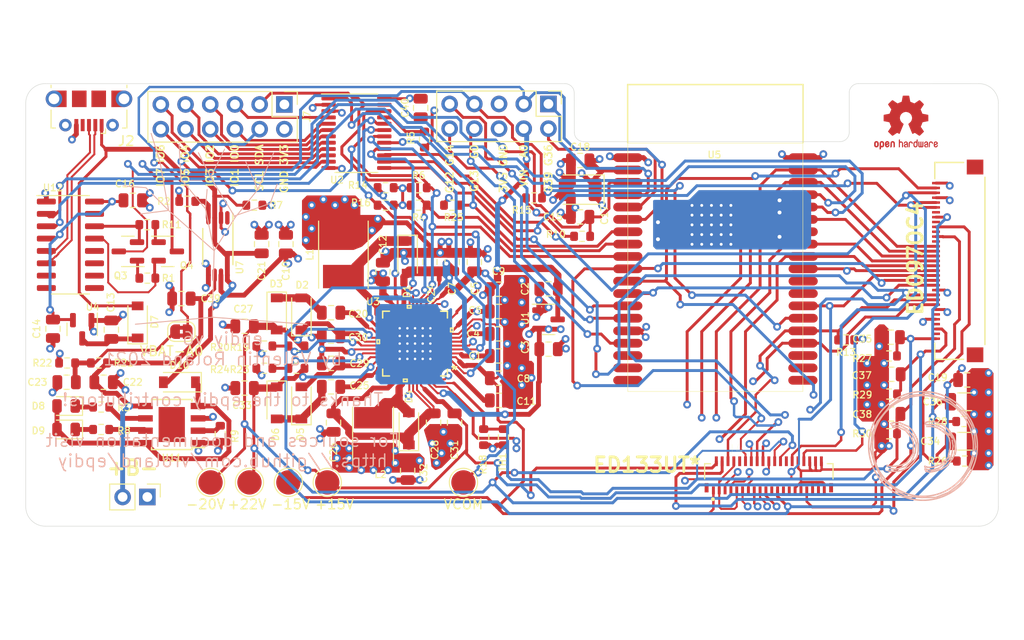
<source format=kicad_pcb>
(kicad_pcb (version 20211014) (generator pcbnew)
  (layers (0 "F.Cu" signal) (1 "In1.Cu" power) (2 "In2.Cu" power) (31 "B.Cu" signal) (34 "B.Paste" user) (35 "F.Paste" user) (36 "B.SilkS" user "B.Silkscreen") (37 "F.SilkS" user "F.Silkscreen") (38 "B.Mask" user) (39 "F.Mask" user) (44 "Edge.Cuts" user))
  (net 0 "")
  (net 1 "GND")
  (net 2 "Net-(C4-Pad2)")
  (net 3 "/+22V")
  (net 4 "/-20V")
  (net 5 "/-15V")
  (net 6 "/15V")
  (net 7 "/EN")
  (net 8 "/EP_CKH")
  (net 9 "/EP_LE")
  (net 10 "/EP_OE")
  (net 11 "/EP_STH")
  (net 12 "/EP_D0")
  (net 13 "/EP_D1")
  (net 14 "/EP_D2")
  (net 15 "/EP_D3")
  (net 16 "/EP_D4")
  (net 17 "/EP_D5")
  (net 18 "/EP_D6")
  (net 19 "/EP_D7")
  (net 20 "/EP_VCOM")
  (net 21 "/EP_MODE")
  (net 22 "/EP_STV")
  (net 23 "/EP_CKV")
  (net 24 "/MISO")
  (net 25 "/SCLK")
  (net 26 "/MOSI")
  (net 27 "/A0")
  (net 28 "/SENSOR_VN")
  (net 29 "/SENSOR_VP")
  (net 30 "/USB_TXD")
  (net 31 "/USB_RXD")
  (net 32 "/+3.3V")
  (net 33 "Net-(D4-Pad2)")
  (net 34 "SW_VIN")
  (net 35 "EPD_VDD")
  (net 36 "/~{RTS}")
  (net 37 "Net-(Q3-Pad1)")
  (net 38 "/~{DTR}")
  (net 39 "Net-(Q4-Pad1)")
  (net 40 "BAT+")
  (net 41 "VBUS")
  (net 42 "Net-(D8-Pad1)")
  (net 43 "Net-(D9-Pad1)")
  (net 44 "Net-(R3-Pad1)")
  (net 45 "Net-(R8-Pad1)")
  (net 46 "Net-(R9-Pad2)")
  (net 47 "/+3.3_Serial")
  (net 48 "Net-(D10-Pad1)")
  (net 49 "Net-(C23-Pad2)")
  (net 50 "/IO0")
  (net 51 "/VNEG_IN")
  (net 52 "Net-(C11-Pad2)")
  (net 53 "Net-(C20-Pad2)")
  (net 54 "Net-(C20-Pad1)")
  (net 55 "Net-(C25-Pad2)")
  (net 56 "Net-(C25-Pad1)")
  (net 57 "Net-(C26-Pad2)")
  (net 58 "Net-(C29-Pad2)")
  (net 59 "Net-(C30-Pad1)")
  (net 60 "Net-(D1-Pad1)")
  (net 61 "Net-(J7-Pad10)")
  (net 62 "Net-(J7-Pad9)")
  (net 63 "Net-(J7-Pad8)")
  (net 64 "Net-(J7-Pad7)")
  (net 65 "Net-(J7-Pad6)")
  (net 66 "Net-(J7-Pad5)")
  (net 67 "/SDA")
  (net 68 "Net-(R5-Pad1)")
  (net 69 "/SCL")
  (net 70 "/TPS_PWR_GOOD")
  (net 71 "/TPS_nINT")
  (net 72 "Net-(R18-Pad2)")
  (net 73 "Net-(R19-Pad2)")
  (net 74 "Net-(R23-Pad2)")
  (net 75 "/~{GPIO_INTR}")
  (net 76 "/TPS_WAKEUP")
  (net 77 "/TPS_VCOM_CTRL")
  (net 78 "/TPS_PWRUP")
  (net 79 "Net-(J7-Pad12)")
  (net 80 "Net-(J7-Pad11)")
  (net 81 "Net-(R2-Pad1)")
  (net 120 "/USB_D-")
  (net 121 "/USB_D+")
  (net 122 "Net-(C13-Pad1)")
  (footprint "epaper-breakout:CONN_ED097OC4" (layer "F.Cu") (at 116.1372 37.7274 -90)
    (fp_text reference "J1" hide)
    (fp_text value "XF2M-3315-1A" hide)
  )
  (footprint "epaper-breakout:USB_Micro-B_A01SB141B1-067" (layer "F.Cu") (at 31.5 21.065 180)
    (fp_text reference "J2")
    (fp_text value "C10418")
  )
  (footprint "Resistor_SMD:R_0603_1608Metric" (layer "F.Cu") (at 77.25 31.25)
    (fp_text reference "R15")
    (fp_text value "10k")
  )
  (footprint "Resistor_SMD:R_0603_1608Metric" (layer "F.Cu") (at 109.347 45.847)
    (fp_text reference "R13")
    (fp_text value "10k")
  )
  (footprint "MountingHole:MountingHole_2.2mm_M2" (layer "F.Cu") (at 122.5 22)
    (fp_text reference "H1" hide)
    (fp_text value "MountingHole")
  )
  (footprint "Package_TO_SOT_SMD:SOT-23" (layer "F.Cu") (at 78.75 43.743)
    (fp_text reference "U1")
    (fp_text value "MCP1700-3302E_SOT23")
  )
  (footprint "Capacitor_SMD:C_0805_2012Metric" (layer "F.Cu") (at 36 31.5)
    (fp_text reference "C16")
    (fp_text value "100nF")
  )
  (footprint "Package_TO_SOT_SMD:SOT-23" (layer "F.Cu") (at 35.5 36.75 180)
    (fp_text reference "Q3")
    (fp_text value "MMBT3904")
  )
  (footprint "Resistor_SMD:R_0603_1608Metric" (layer "F.Cu") (at 37.5 39.5)
    (fp_text reference "R1")
    (fp_text value "10k")
  )
  (footprint "Resistor_SMD:R_0603_1608Metric" (layer "F.Cu") (at 37.5 34 180)
    (fp_text reference "R11")
    (fp_text value "10k")
  )
  (footprint "esp32-wrover:ESP32-WROVER" (layer "F.Cu") (at 95.9 26.2)
    (fp_text reference "U5")
    (fp_text value "ESP32-WROVER" hide)
  )
  (footprint "Package_TO_SOT_SMD:SOT-23" (layer "F.Cu") (at 39.6 36.75)
    (fp_text reference "Q4")
    (fp_text value "MMBT3904")
  )
  (footprint "Capacitor_SMD:C_0805_2012Metric" (layer "F.Cu") (at 78.75 46.8 180)
    (fp_text reference "C3")
    (fp_text value "10uF")
  )
  (footprint "Capacitor_SMD:C_0805_2012Metric" (layer "F.Cu") (at 33 50.2 180)
    (fp_text reference "C22")
    (fp_text value "100nF")
  )
  (footprint "LED_SMD:LED_0805_2012Metric" (layer "F.Cu") (at 29.1505 55.058 180)
    (fp_text reference "D9")
    (fp_text value "LED RED")
  )
  (footprint "Resistor_SMD:R_0603_1608Metric" (layer "F.Cu") (at 32.75 52.75 180)
    (fp_text reference "R3")
    (fp_text value "1k")
  )
  (footprint "Resistor_SMD:R_0603_1608Metric" (layer "F.Cu") (at 32.75 55.058 180)
    (fp_text reference "R8")
    (fp_text value "1k")
  )
  (footprint "LED_SMD:LED_0805_2012Metric" (layer "F.Cu") (at 29.1505 52.645 180)
    (fp_text reference "D8")
    (fp_text value "LED GREEN")
  )
  (footprint "Jumper:SolderJumper-2_P1.3mm_Bridged2Bar_RoundedPad1.0x1.5mm" (layer "F.Cu") (at 41 45 180)
    (fp_text reference "JP_BAT1" hide)
    (fp_text value "Jumper")
  )
  (footprint "Capacitor_SMD:C_0805_2012Metric" (layer "F.Cu") (at 82 27.4)
    (fp_text reference "C18")
    (fp_text value "1uF")
  )
  (footprint "Capacitor_SMD:C_0805_2012Metric" (layer "F.Cu") (at 29.2 50.2)
    (fp_text reference "C23")
    (fp_text value "100nF")
  )
  (footprint "Capacitor_SMD:C_0805_2012Metric" (layer "F.Cu") (at 73.66 52.07 180)
    (fp_text reference "C11")
    (fp_text value "4.7uF")
  )
  (footprint "Capacitor_SMD:C_0805_2012Metric" (layer "F.Cu") (at 121.805 49.968)
    (fp_text reference "C19")
    (fp_text value "10uF")
  )
  (footprint "Capacitor_SMD:C_1206_3216Metric" (layer "F.Cu") (at 121.551 56.272)
    (fp_text reference "C34")
    (fp_text value "1uF/50V")
  )
  (footprint "Capacitor_SMD:C_0805_2012Metric" (layer "F.Cu") (at 113.928 45.57 180)
    (fp_text reference "C35")
    (fp_text value "1uF/25V")
  )
  (footprint "Capacitor_SMD:C_1206_3216Metric" (layer "F.Cu") (at 121.551 52.208)
    (fp_text reference "C36")
    (fp_text value "1uF/50V")
  )
  (footprint "Capacitor_SMD:C_0805_2012Metric" (layer "F.Cu") (at 114 49.384 180)
    (fp_text reference "C37")
    (fp_text value "1uF/25V")
  )
  (footprint "Resistor_SMD:R_0603_1608Metric" (layer "F.Cu") (at 66 25.25 -90)
    (fp_text reference "R5")
    (fp_text value "0")
  )
  (footprint "Resistor_SMD:R_0603_1608Metric" (layer "F.Cu") (at 72.0812 55.8466 90)
    (fp_text reference "R18")
    (fp_text value "43k")
  )
  (footprint "Resistor_SMD:R_0603_1608Metric" (layer "F.Cu") (at 121.551 58.304)
    (fp_text reference "R26")
    (fp_text value "47k")
  )
  (footprint "Resistor_SMD:R_0603_1608Metric" (layer "F.Cu") (at 113.75 47.5 180)
    (fp_text reference "R27")
    (fp_text value "47k")
  )
  (footprint "Resistor_SMD:R_0603_1608Metric" (layer "F.Cu") (at 121.488 54.24)
    (fp_text reference "R28")
    (fp_text value "47k")
  )
  (footprint "Resistor_SMD:R_0603_1608Metric" (layer "F.Cu") (at 113.75 51.416 180)
    (fp_text reference "R29")
    (fp_text value "47k")
  )
  (footprint "Resistor_SMD:R_0603_1608Metric" (layer "F.Cu") (at 74.1132 55.8466 -90)
    (fp_text reference "TH1")
    (fp_text value "10k/3380K")
  )
  (footprint "Package_SO:TSSOP-24_4.4x7.8mm_P0.65mm" (layer "F.Cu") (at 59 24.6)
    (fp_text reference "U2")
    (fp_text value "PCA9535PW")
  )
  (footprint "Package_TO_SOT_SMD:SOT-23" (layer "F.Cu") (at 30.8 44.758 -90)
    (fp_text reference "U4")
    (fp_text value "XC6206PxxxMR")
  )
  (footprint "Capacitor_SMD:C_0805_2012Metric" (layer "F.Cu") (at 33.8 44.8 90)
    (fp_text reference "C13")
    (fp_text value "1uF")
  )
  (footprint "Capacitor_SMD:C_0805_2012Metric" (layer "F.Cu") (at 27.8 44.7075 90)
    (fp_text reference "C14")
    (fp_text value "1uF")
  )
  (footprint "Connector_PinHeader_2.54mm:PinHeader_2x06_P2.54mm_Vertical" (layer "F.Cu") (at 51.5874 21.6408 -90)
    (fp_text reference "J7")
    (fp_text value "Conn_01x12")
  )
  (footprint "Capacitor_SMD:C_0805_2012Metric" (layer "F.Cu") (at 71.12 37.846 -90)
    (fp_text reference "C5")
    (fp_text value "4.7uF")
  )
  (footprint "Capacitor_Tantalum_SMD:CP_EIA-3528-15_AVX-H" (layer "F.Cu") (at 82 30.4 180)
    (fp_text reference "C17")
    (fp_text value "100uF")
  )
  (footprint "Capacitor_SMD:C_0805_2012Metric" (layer "F.Cu") (at 73.66 40.64)
    (fp_text reference "C9")
    (fp_text value "10uF")
  )
  (footprint "Resistor_SMD:R_0603_1608Metric" (layer "F.Cu") (at 52.832 46.482 180)
    (fp_text reference "R19")
    (fp_text value "1M")
  )
  (footprint "Inductor_SMD:L_Taiyo-Yuden_NR-40xx_HandSoldering" (layer "F.Cu") (at 60.706 55.753 90)
    (fp_text reference "L2")
    (fp_text value "2.2uH")
  )
  (footprint "Inductor_SMD:L_Taiyo-Yuden_NR-50xx_HandSoldering" (layer "F.Cu") (at 57.658 37.084 90)
    (fp_text reference "L1")
    (fp_text value "4.7uH")
  )
  (footprint "Resistor_SMD:R_0603_1608Metric" (layer "F.Cu") (at 49.53 48.768 180)
    (fp_text reference "R24")
    (fp_text value "47.5k")
  )
  (footprint "Resistor_SMD:R_0603_1608Metric" (layer "F.Cu") (at 52.832 48.768 180)
    (fp_text reference "R23")
    (fp_text value "1M")
  )
  (footprint "Resistor_SMD:R_0603_1608Metric" (layer "F.Cu") (at 49.53 46.482 180)
    (fp_text reference "R20")
    (fp_text value "52.3k")
  )
  (footprint "Capacitor_SMD:C_0805_2012Metric" (layer "F.Cu") (at 64.262 59.309 90)
    (fp_text reference "C32")
    (fp_text value "10uF")
  )
  (footprint "Capacitor_SMD:C_0805_2012Metric" (layer "F.Cu") (at 69.088 54.356 90)
    (fp_text reference "C31")
    (fp_text value "4.7uF")
  )
  (footprint "Capacitor_SMD:C_0805_2012Metric" (layer "F.Cu") (at 56.388 45.466 180)
    (fp_text reference "C30")
    (fp_text value "100nF")
  )
  (footprint "Capacitor_SMD:C_0805_2012Metric" (layer "F.Cu") (at 56.388 48.26)
    (fp_text reference "C29")
    (fp_text value "100nF")
  )
  (footprint "Capacitor_SMD:C_0805_2012Metric" (layer "F.Cu") (at 82 33.2 180)
    (fp_text reference "C15")
    (fp_text value "100nF")
  )
  (footprint "tps65185:TPS651851RSLR" (layer "F.Cu") (at 65.024 46.228 180)
    (fp_text reference "U3")
    (fp_text value "RSL48_4P4X4P4" hide)
  )
  (footprint "Capacitor_SMD:C_0805_2012Metric" (layer "F.Cu") (at 73.66 49.784 180)
    (fp_text reference "C8")
    (fp_text value "4.7uF")
  )
  (footprint "Capacitor_SMD:C_0805_2012Metric" (layer "F.Cu") (at 61.722 38.862 90)
    (fp_text reference "C12")
    (fp_text value "10uF")
  )
  (footprint "Capacitor_SMD:C_0805_2012Metric" (layer "F.Cu") (at 73.66 42.926 180)
    (fp_text reference "C6")
    (fp_text value "22uF")
  )
  (footprint "Diode_SMD:D_SOD-123" (layer "F.Cu") (at 50.8 52.324 -90)
    (fp_text reference "D6")
    (fp_text value "MBR0540")
  )
  (footprint "Diode_SMD:D_SOD-123" (layer "F.Cu") (at 53.34 52.324 90)
    (fp_text reference "D5")
    (fp_text value "MBR0540")
  )
  (footprint "Diode_SMD:D_SOD-123" (layer "F.Cu") (at 50.8 43.18 -90)
    (fp_text reference "D3")
    (fp_text value "MBR0540")
  )
  (footprint "Diode_SMD:D_SOD-123" (layer "F.Cu") (at 53.34 43.18 90)
    (fp_text reference "D2")
    (fp_text value "MBR0540")
  )
  (footprint "Capacitor_SMD:C_0805_2012Metric" (layer "F.Cu") (at 47.498 44.45)
    (fp_text reference "C27")
    (fp_text value "2.2uF")
  )
  (footprint "Capacitor_SMD:C_0805_2012Metric" (layer "F.Cu") (at 66.548 37.846 90)
    (fp_text reference "C24")
    (fp_text value "4.7uF")
  )
  (footprint "Capacitor_SMD:C_0805_2012Metric" (layer "F.Cu") (at 73.66 47.498)
    (fp_text reference "C1")
    (fp_text value "4.7uF")
  )
  (footprint "Capacitor_SMD:C_0805_2012Metric" (layer "F.Cu") (at 56.388 43.053)
    (fp_text reference "C20")
    (fp_text value "10nF")
  )
  (footprint "Capacitor_SMD:C_0805_2012Metric" (layer "F.Cu") (at 68.834 37.846 90)
    (fp_text reference "C7")
    (fp_text value "4.7uF")
  )
  (footprint "Capacitor_SMD:C_0805_2012Metric" (layer "F.Cu") (at 56.388 50.673)
    (fp_text reference "C25")
    (fp_text value "10nF")
  )
  (footprint "Capacitor_SMD:C_0805_2012Metric" (layer "F.Cu") (at 47.498 50.8 180)
    (fp_text reference "C33")
    (fp_text value "2.2uF")
  )
  (footprint "Capacitor_SMD:C_0805_2012Metric" (layer "F.Cu") (at 73.66 45.2247 180)
    (fp_text reference "C4")
    (fp_text value "4.7uF")
  )
  (footprint "Capacitor_SMD:C_0805_2012Metric" (layer "F.Cu") (at 66.929 54.356 90)
    (fp_text reference "C28")
    (fp_text value "4.7uF")
  )
  (footprint "Diode_SMD:D_SOD-123" (layer "F.Cu") (at 64.389 54.991 90)
    (fp_text reference "D4")
    (fp_text value "MBR0540")
  )
  (footprint "Capacitor_SMD:C_0805_2012Metric" (layer "F.Cu") (at 78.75 40.6)
    (fp_text reference "C2")
    (fp_text value "10uF")
  )
  (footprint "Connector_PinHeader_2.54mm:PinHeader_2x05_P2.54mm_Vertical" (layer "F.Cu") (at 78.74 21.59 -90)
    (fp_text reference "J3")
    (fp_text value "Conn_02x05_Counter_Clockwise")
  )
  (footprint "Capacitor_SMD:C_0805_2012Metric" (layer "F.Cu") (at 113.978 53.464 180)
    (fp_text reference "C38")
    (fp_text value "1uF/25V")
  )
  (footprint "Resistor_SMD:R_0603_1608Metric" (layer "F.Cu") (at 113.75 55.496 180)
    (fp_text reference "R30")
    (fp_text value "100k")
  )
  (footprint "Diode_SMD:D_SOD-123" (layer "F.Cu") (at 64.262 37.338 -90)
    (fp_text reference "D1")
    (fp_text value "MBR0540")
  )
  (footprint "Resistor_SMD:R_0603_1608Metric" (layer "F.Cu") (at 29.25 48.221 180)
    (fp_text reference "R22")
    (fp_text value "150k")
  )
  (footprint "Resistor_SMD:R_0603_1608Metric" (layer "F.Cu") (at 32.524 48.221 180)
    (fp_text reference "R21")
    (fp_text value "680k")
  )
  (footprint "Capacitor_SMD:C_0805_2012Metric" (layer "F.Cu") (at 51.75 36 -90)
    (fp_text reference "C10")
    (fp_text value "22uF")
  )
  (footprint "Capacitor_SMD:C_0805_2012Metric" (layer "F.Cu") (at 49.25 36 90)
    (fp_text reference "C21")
    (fp_text value "100nF")
  )
  (footprint "Capacitor_SMD:C_0805_2012Metric" (layer "F.Cu") (at 41 41.6)
    (fp_text reference "C39")
    (fp_text value "100nF")
  )
  (footprint "Resistor_SMD:R_0603_1608Metric" (layer "F.Cu") (at 41.6 31.6 180)
    (fp_text reference "R2")
    (fp_text value "400")
  )
  (footprint "epaper-breakout:TPS2113APW" (layer "F.Cu") (at 44.75 36.25 -90)
    (fp_text reference "U7")
    (fp_text value "Val**" hide)
  )
  (footprint "Capacitor_SMD:C_0805_2012Metric" (layer "F.Cu") (at 56.642 54.356 90)
    (fp_text reference "C26")
    (fp_text value "4.7uF")
  )
  (footprint "Resistor_SMD:R_0603_1608Metric" (layer "F.Cu") (at 68.825 32)
    (fp_text reference "R25")
    (fp_text value "10k")
  )
  (footprint "TestPoint:TestPoint_Pad_D2.5mm" (layer "F.Cu") (at 52 60.5)
    (fp_text reference "TP2")
    (fp_text value "-15V")
  )
  (footprint "TestPoint:TestPoint_Pad_D2.5mm" (layer "F.Cu") (at 44 60.5)
    (fp_text reference "TP3")
    (fp_text value "-20V")
  )
  (footprint "TestPoint:TestPoint_Pad_D2.5mm" (layer "F.Cu") (at 56 60.5)
    (fp_text reference "TP4")
    (fp_text value "+15V")
  )
  (footprint "TestPoint:TestPoint_Pad_D2.5mm" (layer "F.Cu") (at 70 60.5)
    (fp_text reference "TP5")
    (fp_text value "VCOM")
  )
  (footprint "MountingHole:MountingHole_2.2mm_M2" (layer "F.Cu") (at 122.5 62)
    (fp_text reference "H3" hide)
    (fp_text value "MountingHole")
  )
  (footprint "Package_SO:SOIC-16_3.9x9.9mm_P1.27mm" (layer "F.Cu") (at 29.591 36.068)
    (fp_text reference "U12")
    (fp_text value "CH340C")
  )
  (footprint "Capacitor_SMD:C_0805_2012Metric" (layer "F.Cu") (at 65.6 22 -90)
    (fp_text reference "C40")
    (fp_text value "100nF")
  )
  (footprint "Resistor_SMD:R_0603_1608Metric" (layer "F.Cu") (at 82.2 35.2)
    (fp_text reference "R10")
    (fp_text value "10k")
  )
  (footprint "Resistor_SMD:R_0603_1608Metric" (layer "F.Cu") (at 65.4 32)
    (fp_text reference "R4")
    (fp_text value "10k")
  )
  (footprint "Resistor_SMD:R_0603_1608Metric" (layer "F.Cu") (at 65.4 30.2)
    (fp_text reference "R6")
    (fp_text value "10k")
  )
  (footprint "Resistor_SMD:R_0603_1608Metric" (layer "F.Cu") (at 62 30.2 180)
    (fp_text reference "R14")
    (fp_text value "10k")
  )
  (footprint "Resistor_SMD:R_0603_1608Metric" (layer "F.Cu") (at 62 32 180)
    (fp_text reference "R16")
    (fp_text value "10k")
  )
  (footprint "TestPoint:TestPoint_Pad_D2.5mm" (layer "F.Cu") (at 48 60.5)
    (fp_text reference "TP1")
    (fp_text value "+22V")
  )
  (footprint "epaper-breakout:TP4056_SOP-8-PP" (layer "F.Cu") (at 40.009 54.55 180)
    (fp_text reference "U11")
    (fp_text value "TP4056")
  )
  (footprint "Diode_SMD:D_SOD-123" (layer "F.Cu") (at 40.8 50.2 180)
    (fp_text reference "D10")
    (fp_text value "1N5817")
  )
  (footprint "Resistor_SMD:R_0603_1608Metric" (layer "F.Cu") (at 45 55.5 90)
    (fp_text reference "R9")
    (fp_text value "6.8k")
  )
  (footprint "MountingHole:MountingHole_2.2mm_M2" (layer "F.Cu") (at 27.5 62)
    (fp_text reference "H2" hide)
    (fp_text value "MountingHole")
  )
  (footprint "Connector_PinHeader_2.54mm:PinHeader_1x02_P2.54mm_Vertical" (layer "F.Cu") (at 37.5 62 -90)
    (fp_text reference "J5")
    (fp_text value "Conn_01x02_Female")
  )
  (footprint "epaper-breakout:oshw_surface" (layer "F.Cu") (at 115.5 23.5)
    (fp_text reference "REF**" hide)
    (fp_text value "oshw_surface" hide)
  )
  (footprint "Diode_SMD:D_SOD-123" (layer "F.Cu") (at 36.5 44 90)
    (fp_text reference "D7")
    (fp_text value "1N5817")
  )
  (footprint "Resistor_SMD:R_0603_1608Metric" (layer "F.Cu") (at 48.5 32)
    (fp_text reference "R7")
    (fp_text value "100k")
  )
  (footprint "epaper-breakout:HRS_FH26W-39S-0.3SHW(60)" (layer "F.Cu") (at 101.4 59.925)
    (fp_text reference "J4")
    (fp_text value "ED133UT2")
  )
  (footprint "Symbol:Symbol_CreativeCommons_SilkScreenTop_Type2_Big" (layer "B.Cu") (at 117.25 56.75 180)
    (fp_text reference "CC")
    (fp_text value "Symbol_CreativeCommons_SilkScreenTop_Type2_Big" hide)
  )
  (gr_line (start 39.688008 32.537998) (end 38.788009 27.498002) (layer "B.SilkS") (width 0.1))
  (gr_line (start 39.688008 32.537998) (end 37.34801 30.198) (layer "B.SilkS") (width 0.1))
  (gr_line (start 44.008004 29.118001) (end 45.448003 26.238003) (layer "B.SilkS") (width 0.1))
  (gr_line (start 46.528002 33.077997) (end 50.127999 31.817998) (layer "B.SilkS") (width 0.1))
  (gr_line (start 44.188004 43.517987) (end 36.268011 44.237987) (layer "B.SilkS") (width 0.1))
  (gr_line (start 44.188004 43.517987) (end 53.907995 44.237987) (layer "B.SilkS") (width 0.1))
  (gr_line (start 40.948007 29.298001) (end 40.768007 25.698004) (layer "B.SilkS") (width 0.1))
  (gr_line (start 48.868 30.378) (end 47.608001 27.498002) (layer "B.SilkS") (width 0.1))
  (gr_line (start 39.688008 32.537998) (end 36.808011 32.897997) (layer "B.SilkS") (width 0.1))
  (gr_line (start 43.468005 32.357998) (end 43.648005 30.378) (layer "B.SilkS") (width 0.1))
  (gr_line (start 44.368004 36.677994) (end 43.468005 32.357998) (layer "B.SilkS") (width 0.1))
  (gr_line (start 38.788009 27.498002) (end 37.88801 24.618005) (layer "B.SilkS") (width 0.1))
  (gr_line (start 37.34801 30.198) (end 35.008012 30.018) (layer "B.SilkS") (width 0.1))
  (gr_line (start 46.528002 33.257997) (end 48.868 30.378) (layer "B.SilkS") (width 0.1))
  (gr_line (start 44.368004 36.677994) (end 39.688008 32.537998) (layer "B.SilkS") (width 0.1))
  (gr_line (start 50.127999 31.817998) (end 50.847998 29.838) (layer "B.SilkS") (width 0.1))
  (gr_line (start 46.528002 33.257997) (end 44.008004 29.118001) (layer "B.SilkS") (width 0.1))
  (gr_line (start 44.368004 36.677994) (end 46.528002 33.257997) (layer "B.SilkS") (width 0.1))
  (gr_line (start 43.468005 32.357998) (end 40.948007 29.298001) (layer "B.SilkS") (width 0.1))
  (gr_line (start 48.868 30.378) (end 50.487998 26.598003) (layer "B.SilkS") (width 0.1))
  (gr_line (start 44.008004 29.118001) (end 42.748005 26.598003) (layer "B.SilkS") (width 0.1))
  (gr_line (start 44.188004 43.517987) (end 44.368004 36.677994) (layer "B.SilkS") (width 0.1))
  (gr_line (start 25 63) (end 25 21.5) (layer "Edge.Cuts") (width 0.05))
  (gr_line (start 27 65) (end 123 65) (layer "Edge.Cuts") (width 0.05))
  (gr_line (start 125 21.5) (end 125 63) (layer "Edge.Cuts") (width 0.05))
  (gr_arc (start 109.6645 24.511) (mid 109.385519 25.184519) (end 108.712 25.4635) (layer "Edge.Cuts") (width 0.05))
  (gr_line (start 109.6645 24.511) (end 109.6645 20.447) (layer "Edge.Cuts") (width 0.05))
  (gr_line (start 108.712 25.4635) (end 82.3595 25.4635) (layer "Edge.Cuts") (width 0.05))
  (gr_line (start 123 19.5) (end 110.617 19.4945) (layer "Edge.Cuts") (width 0.05))
  (gr_line (start 27 19.5) (end 80.4355 19.5) (layer "Edge.Cuts") (width 0.05))
  (gr_arc (start 25 21.5) (mid 25.585786 20.085786) (end 27 19.5) (layer "Edge.Cuts") (width 0.05))
  (gr_arc (start 125 63) (mid 124.414214 64.414214) (end 123 65) (layer "Edge.Cuts") (width 0.05))
  (gr_arc (start 27 65) (mid 25.585786 64.414214) (end 25 63) (layer "Edge.Cuts") (width 0.05))
  (gr_line (start 81.407 24.511) (end 81.388 20.4525) (layer "Edge.Cuts") (width 0.05))
  (gr_arc (start 80.4355 19.5) (mid 81.109019 19.778981) (end 81.388 20.4525) (layer "Edge.Cuts") (width 0.05))
  (gr_arc (start 109.6645 20.447) (mid 109.943481 19.773481) (end 110.617 19.4945) (layer "Edge.Cuts") (width 0.05))
  (gr_arc (start 123 19.5) (mid 124.414214 20.085786) (end 125 21.5) (layer "Edge.Cuts") (width 0.05))
  (gr_arc (start 82.3595 25.4635) (mid 81.685981 25.184519) (end 81.407 24.511) (layer "Edge.Cuts") (width 0.05))
  (gr_text "epdiy v6\nby Valentin Roland 2021\n\nThanks to the epdiy contributors!\n\nFor sources and documentation visit\nhttps://github.com/vroland/epdiy" (at 45.25 52) (layer "B.SilkS") (effects (font (size 1.3 1.3)) (justify mirror)))
  (gr_text "+B-" (at 36 59) (layer "F.SilkS") (effects (font (size 1.5 1.5) (thickness 0.3))))
  (gr_text "ED097OC4" (at 116.459 37.465 90) (layer "F.SilkS") (effects (font (size 1.5 1.5) (thickness 0.3))))
  (gr_text "VBAT-A0" (at 40 47) (layer "F.SilkS") (effects (font (size 1 1))))
  (gr_text "GND 3V3" (at 51.562 25.654 90) (layer "F.SilkS") (effects (font (size 0.762 0.762) (thickness 0.1524)) (justify right)))
  (gr_text "G39 G36" (at 78.74 25.654 90) (layer "F.SilkS") (effects (font (size 0.762 0.762) (thickness 0.1524)) (justify right)))
  (gr_text "G12 G14" (at 68.58 25.654 90) (layer "F.SilkS") (effects (font (size 0.762 0.762) (thickness 0.1524)) (justify right)))
  (gr_text "G13  G0" (at 71.12 25.654 90) (layer "F.SilkS") (effects (font (size 0.762 0.762) (thickness 0.1524)) (justify right)))
  (gr_text "3V3 GND" (at 74.1 25.6 90) (layer "F.SilkS") (effects (font (size 0.762 0.762) (thickness 0.1524)) (justify right)))
  (gr_text "IO7 IO6" (at 38.862 25.654 90) (layer "F.SilkS") (effects (font (size 0.762 0.762) (thickness 0.1524)) (justify right)))
  (gr_text "IO1 IO0" (at 46.482 25.654 90) (layer "F.SilkS") (effects (font (size 0.762 0.762) (thickness 0.1524)) (justify right)))
  (gr_text "ED133UT*" (at 88.875 58.7) (layer "F.SilkS") (effects (font (size 1.5 1.5) (thickness 0.3))))
  (gr_text "IO5 IO4" (at 41.402 25.654 90) (layer "F.SilkS") (effects (font (size 0.762 0.762) (thickness 0.1524)) (justify right)))
  (gr_text "SCL SDA" (at 49.022 25.654 90) (layer "F.SilkS") (effects (font (size 0.762 0.762) (thickness 0.1524)) (justify right)))
  (gr_text "VIN  A0" (at 76.2 25.654 90) (layer "F.SilkS") (effects (font (size 0.762 0.762) (thickness 0.1524)) (justify right)))
  (gr_text "IO3 IO2" (at 43.942 25.654 90) (layer "F.SilkS") (effects (font (size 0.762 0.762) (thickness 0.1524)) (justify right)))
  (segment (start 63.854 36.896) (end 67.604 36.896) (width 1) (layer "F.Cu") (net 1))
  (segment (start 67.604 36.896) (end 71.12 36.896) (width 1) (layer "F.Cu") (net 1))
  (segment (start 67.944 55.306) (end 69.088 55.306) (width 0.5) (layer "F.Cu") (net 1))
  (segment (start 80.4625 30.4) (end 80.4625 29.208408) (width 0.5) (layer "F.Cu") (net 1))
  (segment (start 106.7 59.3) (end 106.825 59.175) (width 0.25) (layer "F.Cu") (net 1))
  (segment (start 72.0812 56.6716) (end 72.6316 56.6716) (width 0.5) (layer "F.Cu") (net 1))
  (segment (start 110.172 45.847) (end 110.943 45.847) (width 0.3) (layer "F.Cu") (net 1))
  (segment (start 77.8 40.6) (end 77.8 41.7) (width 0.5) (layer "F.Cu") (net 1))
  (segment (start 67.604 36.896) (end 67.604 35.896) (width 0.5) (layer "F.Cu") (net 1))
  (segment (start 58.763181 46.827999) (end 58.496777 47.094403) (width 0.2) (layer "F.Cu") (net 1))
  (segment (start 80.4625 29.208408) (end 79.877046 28.622954) (width 0.5) (layer "F.Cu") (net 1))
  (segment (start 104.93 27.11) (end 106.64 27.11) (width 0.5) (layer "F.Cu") (net 1))
  (segment (start 72.104 36.896) (end 72.5 36.5) (width 0.5) (layer "F.Cu") (net 1))
  (segment (start 77.75 42.793) (end 78.457 42.793) (width 0.5) (layer "F.Cu") (net 1))
  (segment (start 48.705 48.955) (end 49.25 49.5) (width 0.5) (layer "F.Cu") (net 1))
  (segment (start 110.943 45.847) (end 111.04 45.75) (width 0.3) (layer "F.Cu") (net 1))
  (segment (start 117.522602 43.727398) (end 117.25 44) (width 0.3) (layer "F.Cu") (net 1))
  (segment (start 106.7 59.3) (end 106.35 59.3) (width 0.25) (layer "F.Cu") (net 1))
  (segment (start 49.325 32) (end 50.25 32) (width 0.3) (layer "F.Cu") (net 1))
  (segment (start 42.709 53.915) (end 44.085 53.915) (width 0.5) (layer "F.Cu") (net 1))
  (segment (start 48.705 48.768) (end 48.705 48.955) (width 0.5) (layer "F.Cu") (net 1))
  (segment (start 34.4 43.85) (end 35 43.25) (width 0.5) (layer "F.Cu") (net 1))
  (segment (start 104.1 61.325) (end 104.1 61.075) (width 0.25) (layer "F.Cu") (net 1))
  (segment (start 67.224001 49.686872) (end 67.448129 49.911) (width 0.2) (layer "F.Cu") (net 1))
  (segment (start 40.05 41.6) (end 40.05 42.7) (width 0.5) (layer "F.Cu") (net 1))
  (segment (start 45.074998 33.299998) (end 45.074998 32.042912) (width 0.3) (layer "F.Cu") (net 1))
  (segment (start 64.434009 49.213008) (end 64.434009 51.517935) (width 0.2) (layer "F.Cu") (net 1))
  (segment (start 66.78501 25.28999) (end 66.78501 22.46499) (width 0.3) (layer "F.Cu") (net 1))
  (segment (start 96.3 61.325) (end 96.3 63.025) (width 0.2) (layer "F.Cu") (net 1))
  (segment (start 51.75 35.05) (end 51.75 34.5) (width 0.5) (layer "F.Cu") (net 1))
  (segment (start 81.05 33.2) (end 80.45 33.2) (width 0.5) (layer "F.Cu") (net 1))
  (segment (start 80.4625 30.4) (end 80.280223 30.4) (width 0.5) (layer "F.Cu") (net 1))
  (segment (start 104.7 61.325) (end 104.7 59.325) (width 0.25) (layer "F.Cu") (net 1))
  (segment (start 69.088 55.306) (end 69.088 56.070999) (width 0.5) (layer "F.Cu") (net 1))
  (segment (start 57.844403 47.094403) (end 58.496777 47.094403) (width 0.5) (layer "F.Cu") (net 1))
  (segment (start 66 26.075) (end 66.78501 25.28999) (width 0.3) (layer "F.Cu") (net 1))
  (segment (start 106.825 59.175) (end 111.95 59.175) (width 0.25) (layer "F.Cu") (net 1))
  (segment (start 106.225 59.175) (end 106.35 59.3) (width 0.25) (layer "F.Cu") (net 1))
  (segment (start 66.823999 43.253) (end 66.823999 42.628) (width 0.2) (layer "F.Cu") (net 1))
  (segment (start 42.709 56.455) (end 42.709 57.209) (width 0.5) (layer "F.Cu") (net 1))
  (segment (start 96.3 60.475) (end 96.3 60.175) (width 0.2) (layer "F.Cu") (net 1))
  (segment (start 106.925 60.475) (end 106.275 60.475) (width 0.25) (layer "F.Cu") (net 1))
  (segment (start 77.8 41.7) (end 77.75 41.75) (width 0.5) (layer "F.Cu") (net 1))
  (segment (start 68.5 36.562) (end 68.834 36.896) (width 0.5) (layer "F.Cu") (net 1))
  (segment (start 65.491 60.259) (end 65.5 60.25) (width 0.5) (layer "F.Cu") (net 1))
  (segment (start 85.191283 27.11) (end 85.04877 26.967487) (width 0.5) (layer "F.Cu") (net 1))
  (segment (start 49.25 34.75) (end 48.5 34) (width 0.5) (layer "F.Cu") (net 1))
  (segment (start 55.438 48.26) (end 55.438 46.812) (width 0.5) (layer "F.Cu") (net 1))
  (segment (start 49.25 35.05) (end 49.25 34.75) (width 0.5) (layer "F.Cu") (net 1))
  (segment (start 103.11 27.11) (end 102.75 26.75) (width 0.5) (layer "F.Cu") (net 1))
  (segment (start 68.5 35.75) (end 68.5 36.562) (width 0.5) (layer "F.Cu") (net 1))
  (segment (start 81.05 30.9875) (end 80.4625 30.4) (width 1) (layer "F.Cu") (net 1))
  (segment (start 64.434009 51.517935) (end 64.367281 51.584663) (width 0.2) (layer "F.Cu") (net 1))
  (segment (start 40.05 40.55) (end 39.75 40.25) (width 0.5) (layer "F.Cu") (net 1))
  (segment (start 42.709 57.209) (end 42.75 57.25) (width 0.5) (layer "F.Cu") (net 1))
  (segment (start 40.775 31.6) (end 40.775 30.525) (width 0.5) (layer "F.Cu") (net 1))
  (segment (start 92.925 60.175) (end 96.475 60.175) (width 0.2) (layer "F.Cu") (net 1))
  (segment (start 64.262 60.259) (end 65.491 60.259) (width 0.5) (layer "F.Cu") (net 1))
  (segment (start 107.1 60.65) (end 106.925 60.475) (width 0.25) (layer "F.Cu") (net 1))
  (segment (start 68.009008 46.438008) (end 70.576992 46.438008) (width 0.2) (layer "F.Cu") (net 1))
  (segment (start 40.05 41.6) (end 40.05 40.55) (width 0.5) (layer "F.Cu") (net 1))
  (segment (start 107.1 61.325) (end 107.1 60.65) (width 0.25) (layer "F.Cu") (net 1))
  (segment (start 33.95 50.2) (end 33.95 50.05) (width 0.5) (layer "F.Cu") (net 1))
  (segment (start 55.556 55.306) (end 56.642 55.306) (width 0.5) (layer "F.Cu") (net 1))
  (segment (start 33.8 43.85) (end 34.4 43.85) (width 0.5) (layer "F.Cu") (net 1))
  (segment (start 45.074998 32.042912) (end 45.300758 31.817152) (width 0.3) (layer "F.Cu") (net 1))
  (segment (start 70.576992 46.438008) (end 70.993 46.022) (width 0.2) (layer "F.Cu") (net 1))
  (segment (start 62.738 36.896) (end 63.854 36.896) (width 1) (layer "F.Cu") (net 1))
  (segment (start 78.457 42.793) (end 78.75 42.5) (width 0.5) (layer "F.Cu") (net 1))
  (segment (start 81.05 33.2) (end 81.05 32.7) (width 0.5) (layer "F.Cu") (net 1))
  (segment (start 45.45 44.45) (end 45.25 44.25) (width 0.5) (layer "F.Cu") (net 1))
  (segment (start 54.825 21.675) (end 54.5 22) (width 0.3) (layer "F.Cu") (net 1))
  (segment (start 105.625 58.45) (end 105.625 59.075) (width 0.25) (layer "F.Cu") (net 1))
  (segment (start 61.722 37.912) (end 62.738 36.896) (width 1) (layer "F.Cu") (net 1))
  (segment (start 55.438 45.466) (end 54.534785 45.466) (width 0.5) (layer "F.Cu") (net 1))
  (segment (start 40.05 42.7) (end 39.75 43) (width 0.5) (layer "F.Cu") (net 1))
  (segment (start 56.1375 21.675) (end 56.1375 22.325) (width 0.3) (layer "F.Cu") (net 1))
  (segment (start 61.61001 33.81001) (end 64.172012 33.81001) (width 0.5) (layer "F.Cu") (net 1))
  (segment (start 79.7 46.55) (end 80.5 45.75) (width 0.5) (layer "F.Cu") (net 1))
  (segment (start 62.049 46.827999) (end 58.763181 46.827999) (width 0.2) (layer "F.Cu") (net 1))
  (segment (start 77.75 42.793) (end 77.75 41.75) (width 0.5) (layer "F.Cu") (net 1))
  (segment (start 65.6 22.95) (end 66.7 22.95) (width 0.3) (layer "F.Cu") (net 1))
  (segment (start 71.896 36.896) (end 72.5 37.5) (width 0.5) (layer "F.Cu") (net 1))
  (segment (start 77.5 43.5) (end 78.375 42.625) (width 0.5) (layer "F.Cu") (net 1))
  (segment (start 56.1375 21.675) (end 54.825 21.675) (width 0.3) (layer "F.Cu") (net 1))
  (segment (start 57.425 28.175) (end 57.5 28.25) (width 0.3) (layer "F.Cu") (net 1))
  (segment (start 36.95 31.5) (end 37 31.5) (width 0.5) (layer "F.Cu") (net 1))
  (segment (start 30.2 24.7) (end 29.75 25.15) (width 0.5) (layer "F.Cu") (net 1))
  (segment (start 49.25 34.75) (end 50 34) (width 0.5) (layer "F.Cu") (net 1))
  (segment (start 104.93 27.11) (end 103.11 27.11) (width 0.5) (layer "F.Cu") (net 1))
  (segment (start 67.287999 42.164) (end 68.072 42.164) (width 0.2) (layer "F.Cu") (net 1))
  (segment (start 45.55 50.8) (end 45.5 50.75) (width 0.5) (layer "F.Cu") (net 1))
  (segment (start 78 41.75) (end 78.375 42.125) (width 0.5) (layer "F.Cu") (net 1))
  (segment (start 64.424001 49.203) (end 64.434009 49.213008) (width 0.2) (layer "F.Cu") (net 1))
  (segment (start 51.75 34.5) (end 52.25 34) (width 0.5) (layer "F.Cu") (net 1))
  (segment (start 78.375 42.125) (end 78.75 42.5) (width 0.5) (layer "F.Cu") (net 1))
  (segment (start 37 31.5) (end 37.75 32.25) (width 0.5) (layer "F.Cu") (net 1))
  (segment (start 46.548 50.8) (end 45.55 50.8) (width 0.5) (layer "F.Cu") (net 1))
  (segment (start 77.75 41.75) (end 78 41.75) (width 0.5) (layer "F.Cu") (net 1))
  (segment (start 106.825 59.175) (end 106.825 58.45) (width 0.25) (layer "F.Cu") (net 1))
  (segment (start 74.1132 56.6716) (end 73.4216 56.6716) (width 0.5) (layer "F.Cu") (net 1))
  (segment (start 80.49 46.8) (end 80.54 46.75) (width 0.5) (layer "F.Cu") (net 1))
  (segment (start 112.35 57.4) (end 113 56.75) (width 0.25) (layer "F.Cu") (net 1))
  (segment (start 43.774998 40.225002) (end 43.5 40.5) (width 0.5) (layer "F.Cu") (net 1))
  (segment (start 78.5 42.5) (end 77.75 41.75) (width 0.5) (layer "F.Cu") (net 1))
  (segment (start 48.705 46.482) (end 48.705 46.705) (width 0.5) (layer "F.Cu") (net 1))
  (segment (start 67.448129 49.911) (end 68.072 49.911) (width 0.2) (layer "F.Cu") (net 1))
  (segment (start 106.5 60.7) (end 106.275 60.475) (width 0.25) (layer "F.Cu") (net 1))
  (segment (start 66.929 55.306) (end 66.929 56.321) (width 0.5) (layer "F.Cu") (net 1))
  (segment (start 96.5 63.225) (end 97.875 63.225) (width 0.2) (layer "F.Cu") (net 1))
  (segment (start 42.709 56.455) (end 44.87 56.455) (width 0.5) (layer "F.Cu") (net 1))
  (segment (start 57.562 46.812) (end 57.844403 47.094403) (width 0.5) (layer "F.Cu") (net 1))
  (segment (start 69.088 56.070999) (end 68.658999 56.5) (width 0.5) (layer "F.Cu") (net 1))
  (segment (start 28.25 50.75) (end 27.75 51.25) (width 0.5) (layer "F.Cu") (net 1))
  (segment (start 29.75 25.15) (end 29.75 25.25) (width 0.5) (layer "F.Cu") (net 1))
  (segment (start 46.548 44.45) (end 45.45 44.45) (width 0.5) (layer "F.Cu") (net 1))
  (segment (start 88.09962 44.92) (end 88.738678 45.559058) (width 0.3) (layer "F.Cu") (net 1))
  (segment (start 113.75 56.75) (end 112.35 58.15) (width 0.25) (layer "F.Cu") (net 1))
  (segment (start 80.45 33.2) (end 80 32.75) (width 0.5) (layer "F.Cu") (net 1))
  (segment (start 81.05 32.7) (end 81.5 32.25) (width 0.5) (layer "F.Cu") (net 1))
  (segment (start 68.072 49.911) (end 68.451743 49.531257) (width 0.2) (layer "F.Cu") (net 1))
  (segment (start 44.87 56.455) (end 45 56.325) (width 0.5) (layer "F.Cu") (net 1))
  (segment (start 45.074998 34.324998) (end 45.5 34.75) (width 0.3) (layer "F.Cu") (net 1))
  (segment (start 43.774998 39.199999) (end 43.774998 38.274998) (width 0.5) (layer "F.Cu") (net 1))
  (segment (start 64.262 60.259) (end 62.759 60.259) (width 0.5) (layer "F.Cu") (net 1))
  (segment (start 43.774998 38.274998) (end 43.5 38) (width 0.5) (layer "F.Cu") (net 1))
  (segment (start 70.827737 44.402) (end 71.374 44.402) (width 0.2) (layer "F.Cu") (net 1))
  (segment (start 119.727398 29.727398) (end 120 30) (width 0.3) (layer "F.Cu") (net 1))
  (segment (start 31.842 43.85) (end 31.75 43.758) (width 0.5) (layer "F.Cu") (net 1))
  (segment (start 118.5883 29.727398) (end 119.727398 29.727398) (width 0.3) (layer "F.Cu") (net 1))
  (segment (start 92.925 60.175) (end 92.775 60.325) (width 0.2) (layer "F.Cu") (net 1))
  (segment (start 105.9 60.55) (end 105.9 61.325) (width 0.25) (layer "F.Cu") (net 1))
  (segment (start 106.275 60.475) (end 105.825 60.475) (width 0.25) (layer "F.Cu") (net 1))
  (segment (start 106.225 58.45) (end 106.225 59.175) (width 0.25) (layer "F.Cu") (net 1))
  (segment (start 86.9 27.11) (end 85.191283 27.11) (width 0.5) (layer "F.Cu") (net 1))
  (segment (start 33.8 43.85) (end 31.842 43.85) (width 0.5) (layer "F.Cu") (net 1))
  (segment (start 48.705 46.705) (end 49.25 47.25) (width 0.5) (layer "F.Cu") (net 1))
  (segment (start 104.675 59.3) (end 105.85 59.3) (width 0.25) (layer "F.Cu") (net 1))
  (segment (start 55.438 46.812) (end 57.562 46.812) (width 0.5) (layer "F.Cu") (net 1))
  (segment (start 37 31.5) (end 37.75 30.75) (width 0.5) (layer "F.Cu") (net 1))
  (segment (start 106.5 61.325) (end 106.5 60.7) (width 0.25) (layer "F.Cu") (net 1))
  (segment (start 96.3 61.325) (end 96.3 60.475) (width 0.2) (layer "F.Cu") (net 1))
  (segment (start 97.8 58.325) (end 97.8 58.85) (width 0.2) (layer "F.Cu") (net 1))
  (segment (start 105.825 60.475) (end 105.9 60.55) (width 0.25) (layer "F.Cu") (net 1))
  (segment (start 88.508356 27.11) (end 89.000001 27.601645) (width 0.5) (layer "F.Cu") (net 1))
  (segment (start 79.7 46.8) (end 79.7 46.55) (width 0.5) (layer "F.Cu") (net 1))
  (segment (start 55.556 55.306) (end 55.25 55) (width 0.5) (layer "F.Cu") (net 1))
  (segment (start 67.224001 49.203) (end 67.224001 49.686872) (width 0.2) (layer "F.Cu") (net 1))
  (segment (start 73 57.04) (end 73.0532 57.04) (width 0.5) (layer "F.Cu") (net 1))
  (segment (start 27.116 31.623) (end 27.116 30.866) (width 0.5) (layer "F.Cu") (net 1))
  (segment (start 101.4 59.125) (end 101.125 59.4) (width 0.2) (layer "F.Cu") (net 1))
  (segment (start 81.05 33.2) (end 81.05 30.9875) (width 1) (layer "F.Cu") (net 1))
  (segment (start 69.601736 45.628001) (end 70.827737 44.402) (width 0.2) (layer "F.Cu") (net 1))
  (segment (start 56.1375 28.175) (end 57.425 28.175) (width 0.3) (layer "F.Cu") (net 1))
  (segment (start 62.759 60.259) (end 62.75 60.25) (width 0.5) (layer "F.Cu") (net 1))
  (segment (start 45 56.325) (end 45 57) (width 0.5) (layer "F.Cu") (net 1))
  (segment (start 56.1375 22.325) (end 57.325 22.325) (width 0.3) (layer "F.Cu") (net 1))
  (segment (start 101.4 58.325) (end 101.4 59.125) (width 0.2) (layer "F.Cu") (net 1))
  (segment (start 66.929 55.306) (end 67.944 55.306) (width 0.5) (layer "F.Cu") (net 1))
  (segment (start 31.75 43.758) (end 31.75 44.75) (width 0.5) (layer "F.Cu") (net 1))
  (segment (start 98.1 63) (end 98.1 61.325) (width 0.2) (layer "F.Cu") (net 1))
  (segment (start 88.37 44.92) (end 88.79 44.5) (width 0.3) (layer "F.Cu") (net 1))
  (segment (start 96.3 60.475) (end 96.475 60.3) (width 0.2) (layer "F.Cu") (net 1))
  (segment (start 97.8 58.85) (end 96.475 60.175) (width 0.2) (layer "F.Cu") (net 1))
  (segment (start 57.325 22.325) (end 57.5 22.5) (width 0.3) (layer "F.Cu") (net 1))
  (segment (start 105.625 59.075) (end 105.85 59.3) (width 0.25) (layer "F.Cu") (net 1))
  (segment (start 28.425 47.325) (end 28.5 47.25) (width 0.5) (layer "F.Cu") (net 1))
  (segment (start 118.5883 43.727398) (end 117.522602 43.727398) (width 0.3) (layer "F.Cu") (net 1))
  (segment (start 80.280223 30.4) (end 79.215111 31.465112) (width 0.5) (layer "F.Cu") (net 1))
  (segment (start 43.774998 39.199999) (end 43.774998 40.225002) (width 0.5) (layer "F.Cu") (net 1))
  (segment (start 71.12 36.896) (end 72.104 36.896) (width 0.5) (layer "F.Cu") (net 1))
  (segment (start 45 57) (end 44.75 57.25) (width 0.5) (layer "F.Cu") (net 1))
  (segment (start 104.425 58.45) (end 104.425 59.05) (width 0.25) (layer "F.Cu") (net 1))
  (segment (start 81.05 27.4) (end 80.35 27.4) (width 0.5) (layer "F.Cu") (net 1))
  (segment (start 106.35 59.3) (end 105.85 59.3) (width 0.25) (layer "F.Cu") (net 1))
  (segment (start 72.6316 56.6716) (end 73 57.04) (width 0.5) (layer "F.Cu") (net 1))
  (segment (start 28.25 50.2) (end 28.25 50.75) (width 0.5) (layer "F.Cu") (net 1))
  (segment (start 86.9 27.11) (end 88.508356 27.11) (width 0.5) (layer "F.Cu") (net 1))
  (segment (start 33.95 50.05) (end 34.75 49.25) (width 0.5) (layer "F.Cu") (net 1))
  (segment (start 40.775 30.525) (end 40.75 30.5) (width 0.5) (layer "F.Cu") (net 1))
  (segment (start 70.717487 35.79877) (end 70.717487 36.493487) (width 0.5) (layer "F.Cu") (net 1))
  (segment (start 66.929 56.321) (end 66.75 56.5) (width 0.5) (layer "F.Cu") (net 1))
  (segment (start 33.95 50.2) (end 34.45 50.2) (width 0.5) (layer "F.Cu") (net 1))
  (segment (start 71.12 36.896) (end 71.896 36.896) (width 0.5) (layer "F.Cu") (net 1))
  (segment (start 78.375 42.625) (end 78.375 42.125) (width 0.5) (layer "F.Cu") (net 1))
  (segment (start 61.2 33.4) (end 61.61001 33.81001) (width 0.5) (layer "F.Cu") (net 1))
  (segment (start 64.172012 33.81001) (end 66.548 36.185998) (width 0.5) (layer "F.Cu") (net 1))
  (segment (start 106.64 27.11) (end 107 26.75) (width 0.5) (layer "F.Cu") (net 1))
  (segment (start 96.475 60.3) (end 96.475 60.175) (width 0.2) (layer "F.Cu") (net 1))
  (segment (start 61.722 37.059068) (end 62.015534 36.765534) (width 0.5) (layer "F.Cu") (net 1))
  (segment (start 73.0532 57.04) (end 73.4216 56.6716) (width 0.5) (layer "F.Cu") (net 1))
  (segment (start 96.3 63.025) (end 96.5 63.225) (width 0.2) (layer "F.Cu") (net 1))
  (segment (start 67.604 35.896) (end 67.75 35.75) (width 0.5) (layer "F.Cu") (net 1))
  (segment (start 55.438 46.812) (end 55.438 45.466) (width 0.5) (layer "F.Cu") (net 1))
  (segment (start 34.45 50.2) (end 35.25 51) (width 0.5) (layer "F.Cu") (net 1))
  (segment (start 70.717487 36.493487) (end 71.12 36.896) (width 0.5) (layer "F.Cu") (net 1))
  (segment (start 30.2 23.765) (end 30.2 24.7) (width 0.5) (layer "F.Cu") (net 1))
  (segment (start 44.085 53.915) (end 44.25 53.75) (width 0.5) (layer "F.Cu") (net 1))
  (segment (start 27.8 45.6575) (end 27.8 46.45) (width 0.5) (layer "F.Cu") (net 1))
  (segment (start 104.7 59.325) (end 104.675 59.3) (width 0.25) (layer "F.Cu") (net 1))
  (segment (start 80.35 27.4) (end 80 27.75) (width 0.5) (layer "F.Cu") (net 1))
  (segment (start 111.95 59.175) (end 112.35 58.775) (width 0.25) (layer "F.Cu") (net 1))
  (segment (start 79.7 46.8) (end 80.49 46.8) (width 0.5) (layer "F.Cu") (net 1))
  (segment (start 104.1 61.075) (end 104.7 60.475) (width 0.25) (layer "F.Cu") (net 1))
  (segment (start 77.75 42.793) (end 77.75 43.25) (width 0.5) (layer "F.Cu") (net 1))
  (segment (start 55.944 55.306) (end 55.25 56) (width 0.5) (layer "F.Cu") (net 1))
  (segment (start 66.78501 22.46499) (end 67 22.25) (width 0.3) (layer "F.Cu") (net 1))
  (segment (start 51.75 34.75) (end 51 34) (width 0.5) (layer "F.Cu") (net 1))
  (segment (start 54.534785 45.466) (end 54.396686 45.604099) (width 0.5) (layer "F.Cu") (net 1))
  (segment (start 67.999 45.628001) (end 69.601736 45.628001) (width 0.2) (layer "F.Cu") (net 1))
  (segment (start 81.05 29.8125) (end 80.4625 30.4) (width 1) (layer "F.Cu") (net 1))
  (segment (start 104.7 60.475) (end 105.825 60.475) (width 0.25) (layer "F.Cu") (net 1))
  (segment (start 31.75 44.75) (end 32 45) (width 0.5) (layer "F.Cu") (net 1))
  (segment (start 27.116 30.866) (end 27 30.75) (width 0.5) (layer "F.Cu") (net 1))
  (segment (start 78.75 42.5) (end 78.5 42.5) (width 0.5) (layer "F.Cu") (net 1))
  (segment (start 28.425 48.221) (end 28.425 47.325) (width 0.5) (layer "F.Cu") (net 1))
  (segment (start 97.875 63.225) (end 98.1 63) (width 0.2) (layer "F.Cu") (net 1))
  (segment (start 45.074998 33.299998) (end 45.074998 34.324998) (width 0.3) (layer "F.Cu") (net 1))
  (segment (start 27.8 46.45) (end 27.5 46.75) (width 0.5) (layer "F.Cu") (net 1))
  (segment (start 61.722 37.912) (end 61.722 37.059068) (width 0.5) (layer "F.Cu") (net 1))
  (segment (start 104.425 59.05) (end 104.675 59.3) (width 0.25) (layer "F.Cu") (net 1))
  (segment (start 66.823999 42.628) (end 67.287999 42.164) (width 0.2) (layer "F.Cu") (net 1))
  (segment (start 66.548 36.185998) (end 66.548 36.896) (width 0.5) (layer "F.Cu") (net 1))
  (segment (start 86.9 44.92) (end 88.37 44.92) (width 0.3) (layer "F.Cu") (net 1))
  (segment (start 81.05 27.4) (end 81.05 29.8125) (width 1) (layer "F.Cu") (net 1))
  (segment (start 67.999 46.428) (end 68.009008 46.438008) (width 0.2) (layer "F.Cu") (net 1))
  (segment (start 112.35 58.775) (end 112.35 57.4) (width 0.25) (layer "F.Cu") (net 1))
  (via (at 88.79 44.5) (size 0.8) (drill 0.4) (layers "F.Cu" "B.Cu") (net 1))
  (via (at 80.54 46.75) (size 0.8) (drill 0.4) (layers "F.Cu" "B.Cu") (net 1))
  (via (at 122.5 51.25) (size 0.8) (drill 0.4) (layers "F.Cu" "B.Cu") (net 1))
  (via (at 102.5 32.75) (size 0.8) (drill 0.4) (layers "F.Cu" "B.Cu") (net 1))
  (via (at 35 43.25) (size 0.8) (drill 0.4) (layers "F.Cu" "B.Cu") (net 1))
  (via (at 67.604 36.896) (size 0.8) (drill 0.4) (layers "F.Cu" "B.Cu") (net 1))
  (via (at 120 30) (size 0.8) (drill 0.4) (layers "F.Cu" "B.Cu") (net 1))
  (via (at 45.5 34.75) (size 0.8) (drill 0.4) (layers "F.Cu" "B.Cu") (net 1))
  (via (at 27.5 46.75) (size 0.8) (drill 0.4) (layers "F.Cu" "B.Cu") (net 1))
  (via (at 67.25 58.5) (size 0.8) (drill 0.4) (layers "F.Cu" "B.Cu") (net 1))
  (via (at 79.877046 28.622954) (size 0.8) (drill 0.4) (layers "F.Cu" "B.Cu") (net 1))
  (via (at 79.215111 31.465112) (size 0.8) (drill 0.4) (layers "F.Cu" "B.Cu") (net 1))
  (via (at 29.75 25.25) (size 0.8) (drill 0.4) (layers "F.Cu" "B.Cu") (net 1))
  (via (at 122.5 53.5) (size 0.8) (drill 0.4) (layers "F.Cu" "B.Cu") (net 1))
  (via (at 68.072 42.164) (size 0.8) (drill 0.4) (layers "F.Cu" "B.Cu") (net 1))
  (via (at 113.25 54.5) (size 0.8) (drill 0.4) (layers "F.Cu" "B.Cu") (net 1))
  (via (at 62.015534 36.765534) (size 0.8) (drill 0.4) (layers "F.Cu" "B.Cu") (net 1))
  (via (at 76 44.25) (size 0.8) (drill 0.4) (layers "F.Cu" "B.Cu") (net 1))
  (via (at 67.75 57.5) (size 0.8) (drill 0.4) (layers "F.Cu" "B.Cu") (net 1))
  (via (at 77.5 43.5) (size 0.8) (drill 0.4) (layers "F.Cu" "B.Cu") (net 1))
  (via (at 62.75 60.25) (size 0.8) (drill 0.4) (layers "F.Cu" "B.Cu") (net 1))
  (via (at 50 34) (size 0.8) (drill 0.4) (layers "F.Cu" "B.Cu") (net 1))
  (via (at 49.25 49.5) (size 0.8) (drill 0.4) (layers "F.Cu" "B.Cu") (net 1))
  (via (at 111.5 52.5) (size 0.8) (drill 0.4) (layers "F.Cu" "B.Cu") (net 1))
  (via (at 60.6 34.6) (size 0.8) (drill 0.4) (layers "F.Cu" "B.Cu") (net 1))
  (via (at 124 53.5) (size 0.8) (drill 0.4) (layers "F.Cu" "B.Cu") (net 1))
  (via (at 76 50.5) (size 0.8) (drill 0.4) (layers "F.Cu" "B.Cu") (net 1))
  (via (at 78.75 42.5) (size 0.8) (drill 0.4) (layers "F.Cu" "B.Cu") (net 1))
  (via (at 76 42) (size 0.8) (drill 0.4) (layers "F.Cu" "B.Cu") (net 1))
  (via (at 49.25 47.25) (size 0.8) (drill 0.4) (layers "F.Cu" "B.Cu") (net 1))
  (via (at 45.300758 31.817152) (size 0.8) (drill 0.4) (layers "F.Cu" "B.Cu") (net 1))
  (via (at 44.75 57.25) (size 0.8) (drill 0.4) (layers "F.Cu" "B.Cu") (net 1))
  (via (at 76 48.75) (size 0.8) (drill 0.4) (layers "F.Cu" "B.Cu") (net 1))
  (via (at 37.75 32.25) (size 0.8) (drill 0.4) (layers "F.Cu" "B.Cu") (net 1))
  (via (at 111.04 45.75) (size 0.8) (drill 0.4) (layers "F.Cu" "B.Cu") (net 1))
  (via (at 102.5 31.5) (size 0.8) (drill 0.4) (layers "F.Cu" "B.Cu") (net 1))
  (via (at 68.451743 49.531257) (size 0.8) (drill 0.4) (layers "F.Cu" "B.Cu") (net 1))
  (via (at 55.438 46.812) (size 0.8) (drill 0.4) (layers "F.Cu" "B.Cu") (net 1))
  (via (at 80 27.75) (size 0.8) (drill 0.4) (layers "F.Cu" "B.Cu") (net 1))
  (via (at 58.496777 47.094403) (size 0.8) (drill 0.4) (layers "F.Cu" "B.Cu") (net 1))
  (via (at 76 39.75) (size 0.8) (drill 0.4) (layers "F.Cu" "B.Cu") (net 1))
  (via (at 85.04877 26.967487) (size 0.8) (drill 0.4) (layers "F.Cu" "B.Cu") (net 1))
  (via (at 77 49.75) (size 0.8) (drill 0.4) (layers "F.Cu" "B.Cu") (net 1))
  (via (at 67.944 55.306) (size 0.8) (drill 0.4) (layers "F.Cu" "B.Cu") (net 1))
  (via (at 61.2 33.4) (size 0.8) (drill 0.4) (layers "F.Cu" "B.Cu") (net 1))
  (via (at 124 55.25) (size 0.8) (drill 0.4) (layers "F.Cu" "B.Cu") (net 1))
  (via (at 74.5 48.5) (size 0.8) (drill 0.4) (layers "F.Cu" "B.Cu") (net 1))
  (via (at 34.75 49.25) (size 0.8) (drill 0.4) (layers "F.Cu" "B.Cu") (net 1))
  (via (at 52.25 34) (size 0.8) (drill 0.4) (layers "F.Cu" "B.Cu") (net 1))
  (via (at 48.5 34) (size 0.8) (drill 0.4) (layers "F.Cu" "B.Cu") (net 1))
  (via (at 70.717487 35.79877) (size 0.8) (drill 0.4) (layers "F.Cu" "B.Cu") (net 1))
  (via (at 102.75 26.75) (size 0.8) (drill 0.4) (layers "F.Cu" "B.Cu") (net 1))
  (via (at 43.5 38) (size 0.8) (drill 0.4) (layers "F.Cu" "B.Cu") (net 1))
  (via (at 67 22.25) (size 0.8) (drill 0.4) (layers "F.Cu" "B.Cu") (net 1))
  (via (at 53.8 33.2) (size 0.8) (drill 0.4) (layers "F.Cu" "B.Cu") (net 1))
  (via (at 45.5 50.75) (size 0.8) (drill 0.4) (layers "F.Cu" "B.Cu") (net 1))
  (via (at 58.8 32) (size 0.8) (drill 0.4) (layers "F.Cu" "B.Cu") (net 1))
  (via (at 50.25 32) (size 0.8) (drill 0.4) (layers "F.Cu" "B.Cu") (net 1))
  (via (at 35.25 51) (size 0.8) (drill 0.4) (layers "F.Cu" "B.Cu") (net 1))
  (via (at 27.75 51.25) (size 0.8) (drill 0.4) (layers "F.Cu" "B.Cu") (net 1))
  (via (at 64.367281 51.584663) (size 0.8) (drill 0.4) (layers "F.Cu" "B.Cu") (net 1))
  (via (at 39.75 40.25) (size 0.8) (drill 0.4) (layers "F.Cu" "B.Cu") (net 1))
  (via (at 111.5 48.25) (size 0.8) (drill 0.4) (layers "F.Cu" "B.Cu") (net 1))
  (via (at 73 57.04) (size 0.8) (drill 0.4) (layers "F.Cu" "B.Cu") (net 1))
  (via (at 76 46.5) (size 0.8) (drill 0.4) (layers "F.Cu" "B.Cu") (net 1))
  (via (at 113.25 50.5) (size 0.8) (drill 0.4) (layers "F.Cu" "B.Cu") (net 1))
  (via (at 55.25 56) (size 0.8) (drill 0.4) (layers "F.Cu" "B.Cu") (net 1))
  (via (at 117.25 44) (size 0.8) (drill 0.4) (layers "F.Cu" "B.Cu") (net 1))
  (via (at 124 49.25) (size 0.8) (drill 0.4) (layers "F.Cu" "B.Cu") (net 1))
  (via (at 53.8 35.6) (size 0.8) (drill 0.4) (layers "F.Cu" "B.Cu") (net 1))
  (via (at 40.75 30.5) (size 0.8) (drill 0.4) (layers "F.Cu" "B.Cu") (net 1))
  (via (at 111.5 50.5) (size 0.8) (drill 0.4) (layers "F.Cu" "B.Cu") (net 1))
  (via (at 80.5 45.75) (size 0.8) (drill 0.4) (layers "F.Cu" "B.Cu") (net 1))
  (via (at 51 34) (size 0.8) (drill 0.4) (layers "F.Cu" "B.Cu") (net 1))
  (via (at 66.75 56.5) (size 0.8) (drill 0.4) (layers "F.Cu" "B.Cu") (net 1))
  (via (at 113 56.75) (size 0.8) (drill 0.4) (layers "F.Cu" "B.Cu") (net 1))
  (via (at 89.000001 27.601645) (size 0.8) (drill 0.4) (layers "F.Cu" "B.Cu") (net 1))
  (via (at 56.8 32) (size 0.8) (drill 0.4) (layers "F.Cu" "B.Cu") (net 1))
  (via (at 113.25 48.25) (size 0.8) (drill 0.4) (layers "F.Cu" "B.Cu") (net 1))
  (via (at 90 33.75) (size 0.8) (drill 0.4) (layers "F.Cu" "B.Cu") (net 1))
  (via (at 102.5 35.25) (size 0.8) (drill 0.4) (layers "F.Cu" "B.Cu") (net 1))
  (via (at 44.25 53.75) (size 0.8) (drill 0.4) (layers "F.Cu" "B.Cu") (net 1))
  (via (at 55.6 31.4) (size 0.8) (drill 0.4) (layers "F.Cu" "B.Cu") (net 1))
  (via (at 113.75 56.75) (size 0.8) (drill 0.4) (layers "F.Cu" "B.Cu") (net 1))
  (via (at 72.5 37.5) (size 0.8) (drill 0.4) (layers "F.Cu" "B.Cu") (net 1))
  (via (at 55.25 55) (size 0.8) (drill 0.4) (layers "F.Cu" "B.Cu") (net 1))
  (via (at 68.658999 56.5) (size 0.8) (drill 0.4) (layers "F.Cu" "B.Cu") (net 1))
  (via (at 70.993 46.022) (size 0.8) (drill 0.4) (layers "F.Cu" "B.Cu") (net 1))
  (via (at 92.775 60.325) (size 0.8) (drill 0.4) (layers "F.Cu" "B.Cu") (net 1))
  (via (at 54.4 32) (size 0.8) (drill 0.4) (layers "F.Cu" "B.Cu") (net 1))
  (via (at 90 35.5) (size 0.8) (drill 0.4) (layers "F.Cu" "B.Cu") (net 1))
  (via (at 28.5 47.25) (size 0.8) (drill 0.4) (layers "F.Cu" "B.Cu") (net 1))
  (via (at 54.4 34.4) (size 0.8) (drill 0.4) (layers "F.Cu" "B.Cu") (net 1))
  (via (at 54.396686 45.604099) (size 0.8) (drill 0.4) (layers "F.Cu" "B.Cu") (net 1))
  (via (at 124 57.5) (size 0.8) (drill 0.4) (layers "F.Cu" "B.Cu") (net 1))
  (via (at 74.25 44) (size 0.8) (drill 0.4) (layers "F.Cu" "B.Cu") (net 1))
  (via (at 107 26.75) (size 0.8) (drill 0.4) (layers "F.Cu" "B.Cu") (net 1))
  (via (at 112.75 46.5) (size 0.8) (drill 0.4) (layers "F.Cu" "B.Cu") (net 1))
  (via (at 72.5 36.5) (size 0.8) (drill 0.4) (layers "F.Cu" "B.Cu") (net 1))
  (via (at 74.5 46.25) (size 0.8) (drill 0.4) (layers "F.Cu" "B.Cu") (net 1))
  (via (at 113 52.5) (size 0.8) (drill 0.4) (layers "F.Cu" "B.Cu") (net 1))
  (via (at 67.75 35.75) (size 0.8) (drill 0.4) (layers "F.Cu" "B.Cu") (net 1))
  (via (at 124 51.25) (size 0.8) (drill 0.4) (layers "F.Cu" "B.Cu") (net 1))
  (via (at 57.5 28.25) (size 0.8) (drill 0.4) (layers "F.Cu" "B.Cu") (net 1))
  (via (at 65.5 60.25) (size 0.8) (drill 0.4) (layers "F.Cu" "B.Cu") (net 1))
  (via (at 57.5 22.5) (size 0.8) (drill 0.4) (layers "F.Cu" "B.Cu") (net 1))
  (via (at 57.8 31.4) (size 0.8) (drill 0.4) (layers "F.Cu" "B.Cu") (net 1))
  (via (at 71.374 44.402) (size 0.8) (drill 0.4) (layers "F.Cu" "B.Cu") (net 1))
  (via (at 80 32.75) (size 0.8) (drill 0.4) (layers "F.Cu" "B.Cu") (net 1))
  (via (at 39.75 43) (size 0.8) (drill 0.4) (layers "F.Cu" "B.Cu") (net 1))
  (via (at 101.125 59.4) (size 0.8) (drill 0.4) (layers "F.Cu" "B.Cu") (net 1))
  (via (at 74.25 41.75) (size 0.8) (drill 0.4) (layers "F.Cu" "B.Cu") (net 1))
  (via (at 68.5 35.75) (size 0.8) (drill 0.4) (layers "F.Cu" "B.Cu") (net 1))
  (via (at 27 30.75) (size 0.8) (drill 0.4) (layers "F.Cu" "B.Cu") (net 1))
  (via (at 42.75 57.25) (size 0.8) (drill 0.4) (layers "F.Cu" "B.Cu") (net 1))
  (via (at 88.738678 45.559058) (size 0.8) (drill 0.4) (layers "F.Cu" "B.Cu") (net 1))
  (via (at 45.25 44.25) (size 0.8) (drill 0.4) (layers "F.Cu" "B.Cu") (net 1))
  (via (at 32 45) (size 0.8) (drill 0.4) (layers "F.Cu" "B.Cu") (net 1))
  (via (at 124 58.75) (size 0.8) (drill 0.4) (layers "F.Cu" "B.Cu") (net 1))
  (via (at 122.5 57.5) (size 0.8) (drill 0.4) (layers "F.Cu" "B.Cu") (net 1))
  (via (at 54.5 22) (size 0.8) (drill 0.4) (layers "F.Cu" "B.Cu") (net 1))
  (via (at 81.5 32.25) (size 0.8) (drill 0.4) (layers "F.Cu" "B.Cu") (net 1))
  (via (at 77.75 41.75) (size 0.8) (drill 0.4) (layers "F.Cu" "B.Cu") (net 1))
  (via (at 122.5 55.25) (size 0.8) (drill 0.4) (layers "F.Cu" "B.Cu") (net 1))
  (via (at 43.5 40.5) (size 0.8) (drill 0.4) (layers "F.Cu" "B.Cu") (net 1))
  (via (at 37.75 30.75) (size 0.8) (drill 0.4) (layers "F.Cu" "B.Cu") (net 1))
  (via (at 63.854 36.896) (size 0.8) (drill 0.4) (layers "F.Cu" "B.Cu") (net 1))
  (via (at 64 37.75) (size 0.8) (drill 0.4) (layers "F.Cu" "B.Cu") (net 1))
  (segment (start 63.854 37.604) (end 64 37.75) (width 0.5) (layer "B.Cu") (net 1))
  (segment (start 63.854 36.896) (end 63.854 37.604) (width 0.5) (layer "B.Cu") (net 1))
  (segment (start 70.739 45.212) (end 70.612 45.212) (width 0.3) (layer "F.Cu") (net 2))
  (segment (start 67.999 46.028) (end 69.796 46.028) (width 0.2) (layer "F.Cu") (net 2))
  (segment (start 70.739 45.212) (end 72.6973 45.212) (width 0.5) (layer "F.Cu") (net 2))
  (segment (start 70.612 45.212) (end 69.796 46.028) (width 0.3) (layer "F.Cu") (net 2))
  (segment (start 72.6973 45.212) (end 72.71 45.2247) (width 0.5) (layer "F.Cu") (net 2))
  (segment (start 118.696 57.652) (end 118.696 58.304) (width 0.3) (layer "F.Cu") (net 3))
  (segment (start 121.477399 34.227399) (end 118.5883 34.227399) (width 0.3) (layer "F.Cu") (net 3))
  (segment (start 117.18999 57.5) (end 114.25 60.43999) (width 0.3) (layer "F.Cu") (net 3))
  (segment (start 121.25 45) (end 122 44.25) (width 0.3) (layer "F.Cu") (net 3))
  (segment (start 118.054 58.304) (end 118.696 58.304) (width 0.3) (layer "F.Cu") (net 3))
  (segment (start 51.660001 49.813999) (end 52.611001 49.813999) (width 0.5) (layer "F.Cu") (net 3))
  (segment (start 118.696 58.054) (end 118.5 58.25) (width 0.3) (layer "F.Cu") (net 3))
  (segment (start 117.25 57.5) (end 117.25 51.25) (width 0.3) (layer "F.Cu") (net 3))
  (segment (start 61.065001 48.027999) (end 60.452 48.641) (width 0.2) (layer "F.Cu") (net 3))
  (segment (start 53.298502 49.4625) (end 53.5 49.663998) (width 0.3) (layer "F.Cu") (net 3))
  (segment (start 50.674 50.8) (end 50.8 50.674) (width 0.75) (layer "F.Cu") (net 3))
  (segment (start 48.448 50.8) (end 50.674 50.8) (width 0.75) (layer "F.Cu") (net 3))
  (segment (start 102.3 61.325) (end 102.3 61.95) (width 0.3) (layer "F.Cu") (net 3))
  (segment (start 120.076 56.272) (end 118.696 57.652) (width 0.3) (layer "F.Cu") (net 3))
  (segment (start 62.049 48.027999) (end 61.065001 48.027999) (width 0.2) (layer "F.Cu") (net 3))
  (segment (start 118.696 58.196) (end 118.804 58.304) (width 0.3) (layer "F.Cu") (net 3))
  (segment (start 48.448 60.052) (end 48 60.5) (width 0.3) (layer "F.Cu") (net 3))
  (segment (start 102.3 61.95) (end 103.35 63) (width 0.3) (layer "F.Cu") (net 3))
  (segment (start 117.25 57.5) (end 118.054 58.304) (width 0.3) (layer "F.Cu") (net 3))
  (segment (start 114.25 60.43999) (end 114.25 63.4) (width 0.3) (layer "F.Cu") (net 3))
  (segment (start 114.25 63.4) (end 114.225 63.425) (width 0.3) (layer "F.Cu") (net 3))
  (segment (start 50.8 50.674) (end 51.660001 49.813999) (width 0.5) (layer "F.Cu") (net 3))
  (segment (start 118.804 58.304) (end 120.726 58.304) (width 0.3) (layer "F.Cu") (net 3))
  (segment (start 121.25 47.25) (end 121.25 45) (width 0.3) (layer "F.Cu") (net 3))
  (segment (start 118.696 58.304) (end 118.804 58.304) (width 0.3) (layer "F.Cu") (net 3))
  (segment (start 117.25 57.5) (end 117.18999 57.5) (width 0.3) (layer "F.Cu") (net 3))
  (segment (start 48.448 56.948) (end 48.448 60.052) (width 0.3) (layer "F.Cu") (net 3))
  (segment (start 48.448 56.948) (end 48.5 57) (width 0.3) (layer "F.Cu") (net 3))
  (segment (start 52.9625 49.4625) (end 53.298502 49.4625) (width 0.3) (layer "F.Cu") (net 3))
  (segment (start 117.25 51.25) (end 121.25 47.25) (width 0.3) (layer "F.Cu") (net 3))
  (segment (start 52.9625 49.4625) (end 53.657 48.768) (width 0.5) (layer "F.Cu") (net 3))
  (segment (start 122 44.25) (end 122 34.75) (width 0.3) (layer "F.Cu") (net 3))
  (segment (start 48.448 50.8) (end 48.448 56.948) (width 0.3) (layer "F.Cu") (net 3))
  (segment (start 122 34.75) (end 121.477399 34.227399) (width 0.3) (layer "F.Cu") (net 3))
  (segment (start 52.611001 49.813999) (end 52.9625 49.4625) (width 0.5) (layer "F.Cu") (net 3))
  (via (at 103.35 62.975) (size 0.8) (drill 0.4) (layers "F.Cu" "B.Cu") (net 3))
  (via (at 53.5 49.663998) (size 0.8) (drill 0.4) (layers "F.Cu" "B.Cu") (net 3))
  (via (at 60.452 48.641) (size 0.8) (drill 0.4) (layers "F.Cu" "B.Cu") (net 3))
  (via (at 48.5 57) (size 0.8) (drill 0.4) (layers "F.Cu" "B.Cu") (net 3))
  (via (at 114.225 63.425) (size 0.8) (drill 0.4) (layers "F.Cu" "B.Cu") (net 3))
  (segment (start 103.35 63.525) (end 103.35 63) (width 0.3) (layer "B.Cu") (net 3))
  (segment (start 73.5 62.5) (end 74.710001 63.710001) (width 0.3) (layer "B.Cu") (net 3))
  (segment (start 113.8 63) (end 114.225 63.425) (width 0.3) (layer "B.Cu") (net 3))
  (segment (start 54 62.5) (end 73.5 62.5) (width 0.3) (layer "B.Cu") (net 3))
  (segment (start 59.429002 49.663998) (end 60.452 48.641) (width 0.3) (layer "B.Cu") (net 3))
  (segment (start 103.164999 63.710001) (end 103.35 63.525) (width 0.3) (layer "B.Cu") (net 3))
  (segment (start 53.5 49.663998) (end 59.429002 49.663998) (width 0.3) (layer "B.Cu") (net 3))
  (segment (start 74.710001 63.710001) (end 103.164999 63.710001) (width 0.3) (layer "B.Cu") (net 3))
  (segment (start 103.35 63) (end 113.8 63) (width 0.3) (layer "B.Cu") (net 3))
  (segment (start 48.5 57) (end 54 62.5) (width 0.3) (layer "B.Cu") (net 3))
  (segment (start 102.6 58.325) (end 102.6 57.9) (width 0.2) (layer "F.Cu") (net 4))
  (segment (start 51.692686 44.83) (end 50.8 44.83) (width 0.5) (layer "F.Cu") (net 4))
  (segment (start 52.931343 45.908659) (end 53 45.840002) (width 0.3) (layer "F.Cu") (net 4))
  (segment (start 47.5 57) (end 47.5 54.5) (width 0.3) (layer "F.Cu") (net 4))
  (segment (start 53.344686 46.482) (end 52.931343 46.068657) (width 0.5) (layer "F.Cu") (net 4))
  (segment (start 47.5 45.398) (end 48.448 44.45) (width 0.3) (layer "F.Cu") (net 4))
  (segment (start 53.657 46.482) (end 53.344686 46.482) (width 0.5) (layer "F.Cu") (net 4))
  (segment (start 118.5883 33.227399) (end 119.727399 33.227399) (width 0.3) (layer "F.Cu") (net 4))
  (segment (start 120.663 54.24) (end 118.74 54.24) (width 0.3) (layer "F.Cu") (net 4))
  (segment (start 75.25 59.5) (end 74 59.5) (width 0.3) (layer "F.Cu") (net 4))
  (segment (start 118.74 54.24) (end 118.25 53.75) (width 0.3) (layer "F.Cu") (net 4))
  (segment (start 118.25 53) (end 119.042 52.208) (width 0.3) (layer "F.Cu") (net 4))
  (segment (start 60.567718 45.628001) (end 62.049 45.628001) (width 0.2) (layer "F.Cu") (net 4))
  (segment (start 119.042 52.208) (end 120.076 52.208) (width 0.3) (layer "F.Cu") (net 4))
  (segment (start 102.6 57.9) (end 103.825 56.675) (width 0.2) (layer "F.Cu") (net 4))
  (segment (start 47.5 54.5) (end 47.5 45.398) (width 0.3) (layer "F.Cu") (net 4))
  (segment (start 118.25 53.75) (end 118.25 53) (width 0.3) (layer "F.Cu") (net 4))
  (segment (start 74 59.5) (end 73 60.5) (width 0.3) (layer "F.Cu") (net 4))
  (segment (start 60.567718 45.628001) (end 60.276746 45.337029) (width 0.2) (layer "F.Cu") (net 4))
  (segment (start 48.448 44.45) (end 50.42 44.45) (width 0.75) (layer "F.Cu") (net 4))
  (segment (start 50.42 44.45) (end 50.8 44.83) (width 0.75) (layer "F.Cu") (net 4))
  (segment (start 52.931343 46.068657) (end 51.692686 44.83) (width 0.5) (layer "F.Cu") (net 4))
  (segment (start 52.931343 46.068657) (end 52.931343 45.908659) (width 0.3) (layer "F.Cu") (net 4))
  (segment (start 44 60.5) (end 47.5 57) (width 0.3) (layer "F.Cu") (net 4))
  (via (at 119.727399 33.227399) (size 0.8) (drill 0.4) (layers "F.Cu" "B.Cu") (net 4))
  (via (at 60.276746 45.337029) (size 0.8) (drill 0.4) (layers "F.Cu" "B.Cu") (net 4))
  (via (at 53 45.840002) (size 0.8) (drill 0.4) (layers "F.Cu" "B.Cu") (net 4))
  (via (at 75.25 59.5) (size 0.8) (drill 0.4) (layers "F.Cu" "B.Cu") (net 4))
  (via (at 47.5 54.5) (size 0.8) (drill 0.4) (layers "F.Cu" "B.Cu") (net 4))
  (via (at 103.825 56.675) (size 0.8) (drill 0.4) (layers "F.Cu" "B.Cu") (net 4))
  (via (at 118.25 53.75) (size 0.8) (drill 0.4) (layers "F.Cu" "B.Cu") (net 4))
  (via (at 73 60.5) (size 0.8) (drill 0.4) (layers "F.Cu" "B.Cu") (net 4))
  (segment (start 103.4 55.3) (end 103.825 55.725) (width 0.3) (layer "B.Cu") (net 4))
  (segment (start 118.75 34.204798) (end 118.75 42.25) (width 0.3) (layer "B.Cu") (net 4))
  (segment (start 47.5 54.5) (end 54.5 61.5) (width 0.3) (layer "B.Cu") (net 4))
  (segment (start 119.727399 33.227399) (end 118.75 34.204798) (width 0.3) (layer "B.Cu") (net 4))
  (segment (start 85.351895 62.597303) (end 75.097303 62.597303) (width 0.3) (layer "B.Cu") (net 4))
  (segment (start 97.112707 62.137293) (end 85.811905 62.137293) (width 0.3) (layer "B.Cu") (net 4))
  (segment (start 75.097303 62.597303) (end 73 60.5) (width 0.3) (layer "B.Cu") (net 4))
  (segment (start 103.825 55.725) (end 103.825 56.675) (width 0.3) (layer "B.Cu") (net 4))
  (segment (start 118.25 42.75) (end 118.25 59) (width 0.3) (layer "B.Cu") (net 4))
  (segment (start 75.25 59.5) (end 91.15 59.5) (width 0.3) (layer "B.Cu") (net 4))
  (segment (start 95.35 55.3) (end 103.4 55.3) (width 0.3) (layer "B.Cu") (net 4))
  (segment (start 54.5 61.5) (end 72 61.5) (width 0.3) (layer "B.Cu") (net 4))
  (segment (start 72 61.5) (end 73 60.5) (width 0.3) (layer "B.Cu") (net 4))
  (segment (start 91.15 59.5) (end 95.35 55.3) (width 0.3) (layer "B.Cu") (net 4))
  (segment (start 59.689717 44.75) (end 60.276746 45.337029) (width 0.3) (layer "B.Cu") (net 4))
  (segment (start 54.090002 44.75) (end 59.689717 44.75) (width 0.3) (layer "B.Cu") (net 4))
  (segment (start 53 45.840002) (end 54.090002 44.75) (width 0.3) (layer "B.Cu") (net 4))
  (segment (start 85.811905 62.137293) (end 85.351895 62.597303) (width 0.3) (layer "B.Cu") (net 4))
  (segment (start 118.75 42.25) (end 118.25 42.75) (width 0.3) (layer "B.Cu") (net 4))
  (segment (start 118.25 59) (end 115.5 61.75) (width 0.3) (layer "B.Cu") (net 4))
  (segment (start 97.5 61.75) (end 97.112707 62.137293) (width 0.3) (layer "B.Cu") (net 4))
  (segment (start 115.5 61.75) (end 97.5 61.75) (width 0.3) (layer "B.Cu") (net 4))
  (segment (start 73.206612 44.23969) (end 73.66 44.693078) (width 0.2) (layer "F.Cu") (net 5))
  (segment (start 70.029096 48.514) (end 69.673106 48.15801) (width 0.5) (layer "F.Cu") (net 5))
  (segment (start 113.025 63.4) (end 112.714999 63.710001) (width 0.3) (layer "F.Cu") (net 5))
  (segment (start 67.999 45.227999) (end 69.492608 45.227999) (width 0.2) (layer "F.Cu") (net 5))
  (segment (start 95.7 61.325) (end 95.7 63.245002) (width 0.25) (layer "F.Cu") (net 5))
  (segment (start 72.30669 44.23969) (end 73.206612 44.23969) (width 0.2) (layer "F.Cu") (net 5))
  (segment (start 73.777447 62.777447) (end 76.158895 60.395999) (width 0.3) (layer "F.Cu") (net 5))
  (segment (start 75.43841 54.31159) (end 76.158895 55.032075) (width 0.3) (layer "F.Cu") (net 5))
  (segment (start 73.557874 54.057874) (end 73.81159 54.31159) (width 0.3) (layer "F.Cu") (net 5))
  (segment (start 114.575 45.873) (end 114.878 45.57) (width 0.3) (layer "F.Cu") (net 5))
  (segment (start 73.81159 54.31159) (end 75.43841 54.31159) (width 0.3) (layer "F.Cu") (net 5))
  (segment (start 73.777447 62.777447) (end 73.222553 62.777447) (width 0.3) (layer "F.Cu") (net 5))
  (segment (start 73.557874 53.27001) (end 73.557874 54.057874) (width 0.3) (layer "F.Cu") (net 5))
  (segment (start 74.089999 63.710001) (end 73.689999 63.310001) (width 0.3) (layer "F.Cu") (net 5))
  (segment (start 115.977399 45.727399) (end 118.5883 45.727399) (width 0.3) (layer "F.Cu") (net 5))
  (segment (start 67.999 47.628) (end 69.218 47.628) (width 0.2) (layer "F.Cu") (net 5))
  (segment (start 73.189999 62.810001) (end 73.439999 63.060001) (width 0.3) (layer "F.Cu") (net 5))
  (segment (start 70.029096 48.514) (end 70.302198 48.514) (width 0.5) (layer "F.Cu") (net 5))
  (segment (start 95.235001 63.710001) (end 112.714999 63.710001) (width 0.3) (layer "F.Cu") (net 5))
  (segment (start 116 57.7) (end 113.025 60.675) (width 0.3) (layer "F.Cu") (net 5))
  (segment (start 73.66 44.693078) (end 73.66 49.53) (width 0.25) (layer "F.Cu") (net 5))
  (segment (start 115.035399 45.727399) (end 115.977399 45.727399) (width 0.3) (layer "F.Cu") (net 5))
  (segment (start 69.673106 48.15801) (end 69.601548 48.086452) (width 0.5) (layer "F.Cu") (net 5))
  (segment (start 52 60.5) (end 53.560001 62.060001) (width 0.3) (layer "F.Cu") (net 5))
  (segment (start 76.158895 55.135871) (end 76.158895 60.395999) (width 0.3) (layer "F.Cu") (net 5))
  (segment (start 53.560001 62.060001) (end 72.439999 62.060001) (width 0.3) (layer "F.Cu") (net 5))
  (segment (start 70.350199 48.465999) (end 71.391999 48.465999) (width 0.5) (layer "F.Cu") (net 5))
  (segment (start 69.218 47.628) (end 69.639 48.049) (width 0.2) (layer "F.Cu") (net 5))
  (segment (start 114.575 47.5) (end 114.575 45.873) (width 0.3) (layer "F.Cu") (net 5))
  (segment (start 73.52001 53.27001) (end 73.557874 53.27001) (width 0.3) (layer "F.Cu") (net 5))
  (segment (start 71.391999 48.465999) (end 72.71 49.784) (width 0.5) (layer "F.Cu") (net 5))
  (segment (start 72.71 49.784) (end 73.52001 50.59401) (width 0.3) (layer "F.Cu") (net 5))
  (segment (start 95.7 63.245002) (end 95.235001 63.710001) (width 0.25) (layer "F.Cu") (net 5))
  (segment (start 73.777447 62.777447) (end 73.777447 63.222553) (width 0.3) (layer "F.Cu") (net 5))
  (segment (start 116 56.725) (end 116 57.7) (width 0.3) (layer "F.Cu") (net 5))
  (segment (start 76.158895 55.032075) (end 76.158895 55.135871) (width 0.3) (layer "F.Cu") (net 5))
  (segment (start 69.492608 45.227999) (end 70.978608 43.741999) (width 0.2) (layer "F.Cu") (net 5))
  (segment (start 73.439999 63.060001) (end 73.494893 63.060001) (width 0.3) (layer "F.Cu") (net 5))
  (segment (start 73.406 49.784) (end 72.71 49.784) (width 0.25) (layer "F.Cu") (net 5))
  (segment (start 73.222553 62.777447) (end 73.189999 62.810001) (width 0.3) (layer "F.Cu") (net 5))
  (segment (start 71.808999 43.741999) (end 72.30669 44.23969) (width 0.2) (layer "F.Cu") (net 5))
  (segment (start 95.235001 63.710001) (end 74.089999 63.710001) (width 0.3) (layer "F.Cu") (net 5))
  (segment (start 113.025 60.675) (end 113.025 63.4) (width 0.3) (layer "F.Cu") (net 5))
  (segment (start 73.439999 63.060001) (end 73.689999 63.310001) (width 0.3) (layer "F.Cu") (net 5))
  (segment (start 114.878 45.57) (end 115.035399 45.727399) (width 0.3) (layer "F.Cu") (net 5))
  (segment (start 70.978608 43.741999) (end 71.808999 43.741999) (width 0.2) (layer "F.Cu") (net 5))
  (segment (start 73.66 49.53) (end 73.406 49.784) (width 0.25) (layer "F.Cu") (net 5))
  (segment (start 70.302198 48.514) (end 70.350199 48.465999) (width 0.5) (layer "F.Cu") (net 5))
  (segment (start 73.494893 63.060001) (end 73.777447 62.777447) (width 0.3) (layer "F.Cu") (net 5))
  (segment (start 73.52001 50.59401) (end 73.52001 53.27001) (width 0.3) (layer "F.Cu") (net 5))
  (segment (start 72.439999 62.060001) (end 73.189999 62.810001) (width 0.3) (layer "F.Cu") (net 5))
  (segment (start 73.777447 63.222553) (end 73.689999 63.310001) (width 0.3) (layer "F.Cu") (net 5))
  (via (at 115.977399 45.727399) (size 0.8) (drill 0.4) (layers "F.Cu" "B.Cu") (net 5))
  (via (at 116 56.725) (size 0.8) (drill 0.4) (layers "F.Cu" "B.Cu") (net 5))
  (segment (start 115.977399 51.477399) (end 116 51.5) (width 0.3) (layer "B.Cu") (net 5))
  (segment (start 115.977399 45.727399) (end 115.977399 51.477399) (width 0.3) (layer "B.Cu") (net 5))
  (segment (start 116 51.5) (end 116 56.725) (width 0.3) (layer "B.Cu") (net 5))
  (segment (start 117.5 47) (end 119 47) (width 0.3) (layer "F.Cu") (net 6))
  (segment (start 67.31 52.197) (end 67.879 52.197) (width 0.5) (layer "F.Cu") (net 6))
  (segment (start 56.56901 61.06901) (end 56 60.5) (width 0.3) (layer "F.Cu") (net 6))
  (segment (start 70.32899 57.17101) (end 70.32899 57.573831) (width 0.3) (layer "F.Cu") (net 6))
  (segment (start 76.925 59.625) (end 76.925 61.825) (width 0.3) (layer "F.Cu") (net 6))
  (segment (start 77.525 59.025) (end 76.925 59.625) (width 0.3) (layer "F.Cu") (net 6))
  (segment (start 114.95 49.384) (end 117 47.334) (width 0.3) (layer "F.Cu") (net 6))
  (segment (start 119.179701 44.727399) (end 118.5883 44.727399) (width 0.3) (layer "F.Cu") (net 6))
  (segment (start 70.32899 57.573831) (end 71.255159 58.5) (width 0.3) (layer "F.Cu") (net 6))
  (segment (start 95.55 59.025) (end 77.525 59.025) (width 0.3) (layer "F.Cu") (net 6))
  (segment (start 96 58.575) (end 95.55 59.025) (width 0.3) (layer "F.Cu") (net 6))
  (segment (start 65.913 50.8) (end 66.04 50.927) (width 0.2) (layer "F.Cu") (net 6))
  (segment (start 71.255159 58.5) (end 73.5 58.5) (width 0.3) (layer "F.Cu") (net 6))
  (segment (start 66.43099 61.06901) (end 56.56901 61.06901) (width 0.3) (layer "F.Cu") (net 6))
  (segment (start 54.75 59.25) (end 56 60.5) (width 0.3) (layer "F.Cu") (net 6))
  (segment (start 117 47.334) (end 117.166 47.334) (width 0.3) (layer "F.Cu") (net 6))
  (segment (start 117.166 47.334) (end 117.5 47) (width 0.3) (layer "F.Cu") (net 6))
  (segment (start 70.32899 54.64699) (end 70.32899 57.17101) (width 0.3) (layer "F.Cu") (net 6))
  (segment (start 114.95 51.041) (end 114.575 51.416) (width 0.3) (layer "F.Cu") (net 6))
  (segment (start 65.913 50.8) (end 67.31 52.197) (width 0.3) (layer "F.Cu") (net 6))
  (segment (start 64.824 43.253) (end 64.824 41.32099) (width 0.2) (layer "F.Cu") (net 6))
  (segment (start 96 58.325) (end 96 58.575) (width 0.3) (layer "F.Cu") (net 6))
  (segment (start 67.879 52.197) (end 69.088 53.406) (width 0.5) (layer "F.Cu") (net 6))
  (segment (start 70.32899 57.17101) (end 66.43099 61.06901) (width 0.3) (layer "F.Cu") (net 6))
  (segment (start 119 47) (end 119.601151 46.398849) (width 0.3) (layer "F.Cu") (net 6))
  (segment (start 66.04 50.927) (end 67.31 52.197) (width 0.5) (layer "F.Cu") (net 6))
  (segment (start 119.601151 45.148849) (end 119.179701 44.727399) (width 0.3) (layer "F.Cu") (net 6))
  (segment (start 65.623999 49.203) (end 65.623999 50.510999) (width 0.2) (layer "F.Cu") (net 6))
  (segment (start 54 59.25) (end 54.75 59.25) (width 0.3) (layer "F.Cu") (net 6))
  (segment (start 64.824 41.32099) (end 65.12399 41.021) (width 0.2) (layer "F.Cu") (net 6))
  (segment (start 114.95 49.384) (end 114.95 51.041) (width 0.3) (layer "F.Cu") (net 6))
  (segment (start 69.088 53.406) (end 70.32899 54.64699) (width 0.3) (layer "F.Cu") (net 6))
  (segment (start 119.601151 46.398849) (end 119.601151 45.148849) (width 0.3) (layer "F.Cu") (net 6))
  (segment (start 65.623999 50.510999) (end 65.913 50.8) (width 0.2) (layer "F.Cu") (net 6))
  (via (at 76.925 61.825) (size 0.8) (drill 0.4) (layers "F.Cu" "B.Cu") (net 6))
  (via (at 65.12399 41.021) (size 0.8) (drill 0.4) (layers "F.Cu" "B.Cu") (net 6))
  (via (at 73.5 58.5) (size 0.8) (drill 0.4) (layers "F.Cu" "B.Cu") (net 6))
  (via (at 117 47.334) (size 0.8) (drill 0.4) (layers "F.Cu" "B.Cu") (net 6))
  (via (at 54 59.25) (size 0.8) (drill 0.4) (layers "F.Cu" "B.Cu") (net 6))
  (segment (start 81.982888 62) (end 82.120181 62.137293) (width 0.3) (layer "B.Cu") (net 6))
  (segment (start 73.5 59.75) (end 74.5 60.75) (width 0.3) (layer "B.Cu") (net 6))
  (segment (start 51.75 57) (end 54 59.25) (width 0.3) (layer "B.Cu") (net 6))
  (segment (start 56.5 40.5) (end 64 40.5) (width 0.3) (layer "B.Cu") (net 6))
  (segment (start 82.120181 62.137293) (end 85.112707 62.137293) (width 0.3) (layer "B.Cu") (net 6))
  (segment (start 77.5 60.75) (end 78.75 62) (width 0.3) (layer "B.Cu") (net 6))
  (segment (start 114.5 60.75) (end 117 58.25) (width 0.3) (layer "B.Cu") (net 6))
  (segment (start 78.75 62) (end 81.982888 62) (width 0.3) (layer "B.Cu") (net 6))
  (segment (start 51.75 45.25) (end 51.75 57) (width 0.3) (layer "B.Cu") (net 6))
  (segment (start 73.5 58.5) (end 73.5 59.75) (width 0.3) (layer "B.Cu") (net 6))
  (segment (start 85.682953 61.567047) (end 93.432953 61.567047) (width 0.3) (layer "B.Cu") (net 6))
  (segment (start 93.432953 61.567047) (end 94.25 60.75) (width 0.3) (layer "B.Cu") (net 6))
  (segment (start 94.25 60.75) (end 114.5 60.75) (width 0.3) (layer "B.Cu") (net 6))
  (segment (start 65.12399 41.021) (end 65.07198 40.96899) (width 0.3) (layer "B.Cu") (net 6))
  (segment (start 85.112707 62.137293) (end 85.682953 61.567047) (width 0.3) (layer "B.Cu") (net 6))
  (segment (start 65.07198 40.96899) (end 64.46899 40.96899) (width 0.3) (layer "B.Cu") (net 6))
  (segment (start 75.85 60.75) (end 76.925 61.825) (width 0.3) (layer "B.Cu") (net 6))
  (segment (start 117 58.25) (end 117 47.334) (width 0.3) (layer "B.Cu") (net 6))
  (segment (start 74.5 60.75) (end 77.5 60.75) (width 0.3) (layer "B.Cu") (net 6))
  (segment (start 56.5 40.5) (end 51.75 45.25) (width 0.3) (layer "B.Cu") (net 6))
  (segment (start 64.46899 40.96899) (end 64 40.5) (width 0.3) (layer "B.Cu") (net 6))
  (segment (start 80.154644 34.25) (end 77.944643 32.039999) (width 0.3) (layer "F.Cu") (net 7))
  (segment (start 37.475 36.325) (end 37.475 33.603736) (width 0.2) (layer "F.Cu") (net 7))
  (segment (start 77.539999 32.039999) (end 77.287953 31.787953) (width 0.3) (layer "F.Cu") (net 7))
  (segment (start 81.9 34.25) (end 80.154644 34.25) (width 0.3) (layer "F.Cu") (net 7))
  (segment (start 82.95 33.2) (end 81.9 34.25) (width 0.3) (layer "F.Cu") (net 7))
  (segment (start 37.05 36.75) (end 37.475 36.325) (width 0.2) (layer "F.Cu") (net 7))
  (segment (start 77 26.5) (end 74.5 26.5) (width 0.3) (layer "F.Cu") (net 7))
  (segment (start 77.287953 31.787953) (end 77.287953 26.787953) (width 0.3) (layer "F.Cu") (net 7))
  (segment (start 83.025 35.2) (end 83.025 33.275) (width 0.3) (layer "F.Cu") (net 7))
  (segment (start 84.960001 29.789999) (end 85.1 29.65) (width 0.3) (layer "F.Cu") (net 7))
  (segment (start 84.960001 32.340801) (end 84.960001 29.789999) (width 0.3) (layer "F.Cu") (net 7))
  (segment (start 82.95 33.2) (end 84.100802 33.2) (width 0.3) (layer "F.Cu") (net 7))
  (segment (start 37.475 33.603736) (end 36 32.128736) (width 0.2) (layer "F.Cu") (net 7))
  (segment (start 36 32.128736) (end 36 28.25) (width 0.2) (layer "F.Cu") (net 7))
  (segment (start 85.1 29.65) (end 86.9 29.65) (width 0.3) (layer "F.Cu") (net 7))
  (segment (start 77.287953 26.787953) (end 77 26.5) (width 0.3) (layer "F.Cu") (net 7))
  (segment (start 36 28.25) (end 35.5 27.75) (width 0.2) (layer "F.Cu") (net 7))
  (segment (start 84.100802 33.2) (end 84.960001 32.340801) (width 0.3) (layer "F.Cu") (net 7))
  (segment (start 34.5625 36.75) (end 37.05 36.75) (width 0.2) (layer "F.Cu") (net 7))
  (segment (start 74.5 26.5) (end 74 26) (width 0.3) (layer "F.Cu") (net 7))
  (segment (start 77.944643 32.039999) (end 77.539999 32.039999) (width 0.3) (layer "F.Cu") (net 7))
  (segment (start 83.025 33.275) (end 82.95 33.2) (width 0.3) (layer "F.Cu") (net 7))
  (via (at 35.5 27.75) (size 0.8) (drill 0.4) (layers "F.Cu" "B.Cu") (net 7))
  (via (at 74 26) (size 0.8) (drill 0.4) (layers "F.Cu" "B.Cu") (net 7))
  (segment (start 52.67002 28.82998) (end 36.57998 28.82998) (width 0.3) (layer "B.Cu") (net 7))
  (segment (start 35.5 27.75) (end 36.57998 28.82998) (width 0.3) (layer "B.Cu") (net 7))
  (segment (start 64.780001 22.969999) (end 63.009968 21.199966) (width 0.3) (layer "B.Cu") (net 7))
  (segment (start 54.424724 23.674724) (end 54.424724 27.075276) (width 0.3) (layer "B.Cu") (net 7))
  (segment (start 70.540001 25.290001) (end 69.740001 24.490001) (width 0.3) (layer "B.Cu") (net 7))
  (segment (start 69.740001 24.490001) (end 69.740001 23.353201) (width 0.3) (layer "B.Cu") (net 7))
  (segment (start 73.290001 25.290001) (end 70.540001 25.290001) (width 0.3) (layer "B.Cu") (net 7))
  (segment (start 63.009968 21.199966) (end 56.899481 21.199967) (width 0.3) (layer "B.Cu") (net 7))
  (segment (start 56.899481 21.199967) (end 54.424724 23.674724) (width 0.3) (layer "B.Cu") (net 7))
  (segment (start 69.740001 23.353201) (end 69.356799 22.969999) (width 0.3) (layer "B.Cu") (net 7))
  (segment (start 54.424724 27.075276) (end 52.67002 28.82998) (width 0.3) (layer "B.Cu") (net 7))
  (segment (start 69.356799 22.969999) (end 64.780001 22.969999) (width 0.3) (layer "B.Cu") (net 7))
  (segment (start 74 26) (end 73.290001 25.290001) (width 0.3) (layer "B.Cu") (net 7))
  (segment (start 100.025 50.1) (end 101.225 48.9) (width 0.3) (layer "F.Cu") (net 8))
  (segment (start 96.9 60.725) (end 98.2 59.425) (width 0.2) (layer "F.Cu") (net 8))
  (segment (start 102.785 46.19) (end 101.325 47.65) (width 0.3) (layer "F.Cu") (net 8))
  (segment (start 104.9 46.19) (end 102.785 46.19) (width 0.3) (layer "F.Cu") (net 8))
  (segment (start 109.46199 46.28801) (end 109.46199 45.360746) (width 0.3) (layer "F.Cu") (net 8))
  (segment (start 101.325 47.65) (end 101.225 47.75) (width 0.3) (layer "F.Cu") (net 8))
  (segment (start 115.727399 42.272601) (end 115.727399 42.227399) (width 0.3) (layer "F.Cu") (net 8))
  (segment (start 106.7 46.19) (end 107.51 47) (width 0.3) (layer "F.Cu") (net 8))
  (segment (start 107.51 47) (end 108.75 47) (width 0.3) (layer "F.Cu") (net 8))
  (segment (start 108.75 47) (end 109.46199 46.28801) (width 0.3) (layer "F.Cu") (net 8))
  (segment (start 101.225 47.75) (end 101.225 48.9) (width 0.3) (layer "F.Cu") (net 8))
  (segment (start 111.322736 43.5) (end 114.5 43.5) (width 0.3) (layer "F.Cu") (net 8))
  (segment (start 114.5 43.5) (end 115.727399 42.272601) (width 0.3) (layer "F.Cu") (net 8))
  (segment (start 104.9 46.19) (end 106.7 46.19) (width 0.3) (layer "F.Cu") (net 8))
  (segment (start 100.025 50.1) (end 99.775 50.1) (width 0.3) (layer "F.Cu") (net 8))
  (segment (start 115.727399 42.227399) (end 118.5883 42.227399) (width 0.3) (layer "F.Cu") (net 8))
  (segment (start 96.9 61.325) (end 96.9 60.725) (width 0.2) (layer "F.Cu") (net 8))
  (segment (start 109.46199 45.360746) (end 111.322736 43.5) (width 0.3) (layer "F.Cu") (net 8))
  (via (at 98.2 59.425) (size 0.8) (drill 0.4) (layers "F.Cu" "B.Cu") (net 8))
  (via (at 99.775 50.1) (size 0.8) (drill 0.4) (layers "F.Cu" "B.Cu") (net 8))
  (segment (start 101.55 50) (end 102 50) (width 0.25) (layer "F.Cu") (net 9))
  (segment (start 103.08 44.92) (end 100.5 47.5) (width 0.3) (layer "F.Cu") (net 9))
  (segment (start 100.05 53.275) (end 100.05 51.5) (width 0.25) (layer "F.Cu") (net 9))
  (segment (start 100.5 47.5) (end 100.5 48.5) (width 0.3) (layer "F.Cu") (net 9))
  (segment (start 108.522 45.847) (end 108.522 45.022) (width 0.3) (layer "F.Cu") (net 9))
  (segment (start 104.9 44.92) (end 103.08 44.92) (width 0.3) (layer "F.Cu") (net 9))
  (segment (start 100.05 51.5) (end 101.55 50) (width 0.25) (layer "F.Cu") (net 9))
  (segment (start 110.974599 42.525401) (end 113.525401 42.525401) (width 0.3) (layer "F.Cu") (net 9))
  (segment (start 97.2 56.125) (end 100.05 53.275) (width 0.25) (layer "F.Cu") (net 9))
  (segment (start 108.58 44.92) (end 110.974599 42.525401) (width 0.3) (layer "F.Cu") (net 9))
  (segment (start 113.525401 42.525401) (end 114.323402 41.7274) (width 0.3) (layer "F.Cu") (net 9))
  (segment (start 97.2 58.325) (end 97.2 56.125) (width 0.25) (layer "F.Cu") (net 9))
  (segment (start 114.323402 41.7274) (end 118.5883 41.7274) (width 0.3) (layer "F.Cu") (net 9))
  (segment (start 104.9 44.92) (end 108.58 44.92) (width 0.3) (layer "F.Cu") (net 9))
  (via (at 102 50) (size 0.8) (drill 0.4) (layers "F.Cu" "B.Cu") (net 9))
  (via (at 100.5 48.5) (size 0.8) (drill 0.4) (layers "F.Cu" "B.Cu") (net 9))
  (segment (start 102 50) (end 100.5 48.5) (width 0.3) (layer "B.Cu") (net 9))
  (segment (start 69.25 30.75) (end 66.675 28.175) (width 0.3) (layer "F.Cu") (net 10))
  (segment (start 97.5 60.775) (end 97.85 60.425) (width 0.2) (layer "F.Cu") (net 10))
  (segment (start 97.85 60.425) (end 98.85 60.425) (width 0.2) (layer "F.Cu") (net 10))
  (segment (start 98.85 60.425) (end 99.4 59.875) (width 0.2) (layer "F.Cu") (net 10))
  (segment (start 97.5 61.325) (end 97.5 60.775) (width 0.2) (layer "F.Cu") (net 10))
  (segment (start 99.4 59.875) (end 99.4 59.425) (width 0.2) (layer "F.Cu") (net 10))
  (segment (start 118.5883 41.227398) (end 115.727398 41.227398) (width 0.3) (layer "F.Cu") (net 10))
  (segment (start 115.727398 41.227398) (end 115.5 41) (width 0.3) (layer "F.Cu") (net 10))
  (segment (start 83.625 46.875) (end 83.75 46.75) (width 0.3) (layer "F.Cu") (net 10))
  (segment (start 83.625 49.375) (end 83.625 46.875) (width 0.3) (layer "F.Cu") (net 10))
  (segment (start 75.558183 35.507381) (end 70.800802 30.75) (width 0.3) (layer "F.Cu") (net 10))
  (segment (start 77.246837 35.507381) (end 75.558183 35.507381) (width 0.3) (layer "F.Cu") (net 10))
  (segment (start 70.800802 30.75) (end 69.25 30.75) (width 0.3) (layer "F.Cu") (net 10))
  (segment (start 66.675 28.175) (end 61.8625 28.175) (width 0.3) (layer "F.Cu") (net 10))
  (via (at 77.246837 35.507381) (size 0.8) (drill 0.4) (layers "F.Cu" "B.Cu") (net 10))
  (via (at 83.625 49.375) (size 0.8) (drill 0.4) (layers "F.Cu" "B.Cu") (net 10))
  (via (at 99.4 59.425) (size 0.8) (drill 0.4) (layers "F.Cu" "B.Cu") (net 10))
  (via (at 83.75 46.75) (size 0.8) (drill 0.4) (layers "F.Cu" "B.Cu") (net 10))
  (via (at 115.5 41) (size 0.8) (drill 0.4) (layers "F.Cu" "B.Cu") (net 10))
  (via (at 105.65 53.025) (size 0.8) (drill 0.4) (layers "F.Cu" "B.Cu") (net 10))
  (segment (start 77.246837 35.507381) (end 83.739456 42) (width 0.3) (layer "B.Cu") (net 10))
  (segment (start 107.309199 41.639999) (end 110.989447 41.639999) (width 0.3) (layer "B.Cu") (net 10))
  (segment (start 88.75 39.25) (end 108.65 39.25) (width 0.3) (layer "B.Cu") (net 10))
  (segment (start 112.625 40.75) (end 115.25 40.75) (width 0.3) (layer "B.Cu") (net 10))
  (segment (start 108.65 39.25) (end 109.4 40) (width 0.3) (layer "B.Cu") (net 10))
  (segment (start 115.25 40.75) (end 115.5 41) (width 0.3) (layer "B.Cu") (net 10))
  (segment (start 111.875 40) (end 112.625 40.75) (width 0.3) (layer "B.Cu") (net 10))
  (segment (start 106.707955 52.292045) (end 106.707955 42.241243) (width 0.3) (layer "B.Cu") (net 10))
  (segment (start 110.989447 41.639999) (end 111.559449 42.210001) (width 0.3) (layer "B.Cu") (net 10))
  (segment (start 84.875 49.375) (end 86 48.25) (width 0.3) (layer "B.Cu") (net 10))
  (segment (start 83.625 49.375) (end 84.875 49.375) (width 0.3) (layer "B.Cu") (net 10))
  (segment (start 111.559449 42.210001) (end 114.289999 42.210001) (width 0.3) (layer "B.Cu") (net 10))
  (segment (start 105.975 53.025) (end 105.65 53.025) (width 0.3) (layer "B.Cu") (net 10))
  (segment (start 86 42) (end 88.75 39.25) (width 0.3) (layer "B.Cu") (net 10))
  (segment (start 83.75 46.75) (end 83.75 42) (width 0.3) (layer "B.Cu") (net 10))
  (segment (start 83.75 42) (end 83.739456 42) (width 0.3) (layer "B.Cu") (net 10))
  (segment (start 114.289999 42.210001) (end 115.5 41) (width 0.3) (layer "B.Cu") (net 10))
  (segment (start 106.707955 42.241243) (end 107.309199 41.639999) (width 0.3) (layer "B.Cu") (net 10))
  (segment (start 86 48.25) (end 86 42) (width 0.3) (layer "B.Cu") (net 10))
  (segment (start 106.707955 52.292045) (end 105.975 53.025) (width 0.3) (layer "B.Cu") (net 10))
  (segment (start 109.4 40) (end 111.875 40) (width 0.3) (layer "B.Cu") (net 10))
  (segment (start 98.7 62.45) (end 99.225 62.975) (width 0.2) (layer "F.Cu") (net 11))
  (segment (start 86.9 41.08) (end 89.42 41.08) (width 0.3) (layer "F.Cu") (net 11))
  (segment (start 98.7 61.325) (end 98.7 62.45) (width 0.2) (layer "F.Cu") (net 11))
  (segment (start 89.42 41.08) (end 89.5 41) (width 0.3) (layer "F.Cu") (net 11))
  (segment (start 118.5883 40.2274) (end 114.7726 40.2274) (width 0.3) (layer "F.Cu") (net 11))
  (segment (start 114.7726 40.2274) (end 113.5 41.5) (width 0.3) (layer "F.Cu") (net 11))
  (via (at 99.225 62.975) (size 0.8) (drill 0.4) (layers "F.Cu" "B.Cu") (net 11))
  (via (at 103.06 53.559693) (size 0.8) (drill 0.4) (layers "F.Cu" "B.Cu") (net 11))
  (via (at 113.5 41.5) (size 0.8) (drill 0.4) (layers "F.Cu" "B.Cu") (net 11))
  (via (at 89.5 41) (size 0.8) (drill 0.4) (layers "F.Cu" "B.Cu") (net 11))
  (segment (start 112 41.5) (end 113.5 41.5) (width 0.3) (layer "B.Cu") (net 11))
  (segment (start 96 48) (end 87.75 48) (width 0.3) (layer "B.Cu") (net 11))
  (segment (start 88.5 41) (end 89.5 41) (width 0.3) (layer "B.Cu") (net 11))
  (segment (start 111 40.5) (end 112 41.5) (width 0.3) (layer "B.Cu") (net 11))
  (segment (start 87 42.5) (end 88.5 41) (width 0.3) (layer "B.Cu") (net 11))
  (segment (start 103.06 53.559693) (end 101.559693 53.559693) (width 0.3) (layer "B.Cu") (net 11))
  (segment (start 90 40.5) (end 111 40.5) (width 0.3) (layer "B.Cu") (net 11))
  (segment (start 89.5 41) (end 90 40.5) (width 0.3) (layer "B.Cu") (net 11))
  (segment (start 87.75 48) (end 87 47.25) (width 0.3) (layer "B.Cu") (net 11))
  (segment (start 87 47.25) (end 87 42.5) (width 0.3) (layer "B.Cu") (net 11))
  (segment (start 101.559693 53.559693) (end 96 48) (width 0.3) (layer "B.Cu") (net 11))
  (segment (start 90 38.5) (end 86.94 38.5) (width 0.3) (layer "F.Cu") (net 12))
  (segment (start 99 57.6) (end 98.525 57.125) (width 0.2) (layer "F.Cu") (net 12))
  (segment (start 82.46 38.54) (end 86.9 38.54) (width 0.3) (layer "F.Cu") (net 12))
  (segment (start 81.7 50.55) (end 81.25 50.1) (width 0.3) (layer "F.Cu") (net 12))
  (segment (start 99 58.325) (end 99 57.6) (width 0.2) (layer "F.Cu") (net 12))
  (segment (start 86.94 38.5) (end 86.9 38.54) (width 0.3) (layer "F.Cu") (net 12))
  (segment (start 98.525 57.125) (end 98.525 56.025) (width 0.2) (layer "F.Cu") (net 12))
  (segment (start 98.525 56.025) (end 100.625 53.925) (width 0.2) (layer "F.Cu") (net 12))
  (segment (start 118.5883 39.727399) (end 113.272601 39.727399) (width 0.3) (layer "F.Cu") (net 12))
  (segment (start 81.25 39.75) (end 82.46 38.54) (width 0.3) (layer "F.Cu") (net 12))
  (segment (start 81.25 50.1) (end 81.25 39.75) (width 0.3) (layer "F.Cu") (net 12))
  (segment (start 113.272601 39.727399) (end 113 40) (width 0.3) (layer "F.Cu") (net 12))
  (via (at 113 40) (size 0.8) (drill 0.4) (layers "F.Cu" "B.Cu") (net 12))
  (via (at 100.625 53.925) (size 0.8) (drill 0.4) (layers "F.Cu" "B.Cu") (net 12))
  (via (at 81.7 50.55) (size 0.8) (drill 0.4) (layers "F.Cu" "B.Cu") (net 12))
  (via (at 90 38.5) (size 0.8) (drill 0.4) (layers "F.Cu" "B.Cu") (net 12))
  (segment (start 100.625 53.625) (end 96 49) (width 0.25) (layer "B.Cu") (net 12))
  (segment (start 90.5 38) (end 111 38) (width 0.3) (layer "B.Cu") (net 12))
  (segment (start 87.95 50.55) (end 89.5 49) (width 0.3) (layer "B.Cu") (net 12))
  (segment (start 100.625 53.925) (end 100.625 53.625) (width 0.25) (layer "B.Cu") (net 12))
  (segment (start 111 38) (end 113 40) (width 0.3) (layer "B.Cu") (net 12))
  (segment (start 96 49) (end 89.5 49) (width 0.3) (layer "B.Cu") (net 12))
  (segment (start 81.7 50.55) (end 87.95 50.55) (width 0.3) (layer "B.Cu") (net 12))
  (segment (start 90 38.5) (end 90.5 38) (width 0.3) (layer "B.Cu") (net 12))
  (segment (start 112.2274 39.2274) (end 118.5883 39.2274) (width 0.3) (layer "F.Cu") (net 13))
  (segment (start 103.725 59.975) (end 103.725 59.4) (width 0.2) (layer "F.Cu") (net 13))
  (segment (start 107.65 42.35) (end 109.1048 42.35) (width 0.3) (layer "F.Cu") (net 13))
  (segment (start 99.3 60.65) (end 99.75 60.2) (width 0.2) (layer "F.Cu") (net 13))
  (segment (start 109.1048 42.35) (end 112.2274 39.2274) (width 0.3) (layer "F.Cu") (net 13))
  (segment (start 104.93 42.35) (end 107.65 42.35) (width 0.3) (layer "F.Cu") (net 13))
  (segment (start 99.3 61.325) (end 99.3 60.65) (width 0.2) (layer "F.Cu") (net 13))
  (segment (start 99.75 60.2) (end 103.5 60.2) (width 0.2) (layer "F.Cu") (net 13))
  (segment (start 103.5 60.2) (end 103.725 59.975) (width 0.2) (layer "F.Cu") (net 13))
  (via (at 103.725 59.4) (size 0.8) (drill 0.4) (layers "F.Cu" "B.Cu") (net 13))
  (via (at 107.65 42.35) (size 0.8) (drill 0.4) (layers "F.Cu" "B.Cu") (net 13))
  (segment (start 105.75 54) (end 107.75 52) (width 0.3) (layer "B.Cu") (net 13))
  (segment (start 107.75 42.45) (end 107.65 42.35) (width 0.3) (layer "B.Cu") (net 13))
  (segment (start 107.75 52) (end 107.75 42.45) (width 0.3) (layer "B.Cu") (net 13))
  (segment (start 104.5 58.625) (end 104.5 54) (width 0.2) (layer "B.Cu") (net 13))
  (segment (start 103.725 59.4) (end 104.5 58.625) (width 0.2) (layer "B.Cu") (net 13))
  (segment (start 104.5 54) (end 105.75 54) (width 0.3) (layer "B.Cu") (net 13))
  (segment (start 109.425 38.75) (end 109.635 38.54) (width 0.2) (layer "F.Cu") (net 14))
  (segment (start 110.355398 38.727398) (end 118.5883 38.727398) (width 0.3) (layer "F.Cu") (net 14))
  (segment (start 109.635 38.54) (end 110.168 38.54) (width 0.2) (layer "F.Cu") (net 14))
  (segment (start 99.6 56.75) (end 99.4 56.55) (width 0.2) (layer "F.Cu") (net 14))
  (segment (start 99.6 58.325) (end 99.6 56.75) (width 0.2) (layer "F.Cu") (net 14))
  (segment (start 104.93 38.54) (end 110.168 38.54) (width 0.3) (layer "F.Cu") (net 14))
  (segment (start 110.168 38.54) (end 110.355398 38.727398) (width 0.3) (layer "F.Cu") (net 14))
  (via (at 109.425 38.75) (size 0.8) (drill 0.4) (layers "F.Cu" "B.Cu") (net 14))
  (via (at 99.4 56.55) (size 0.8) (drill 0.4) (layers "F.Cu" "B.Cu") (net 14))
  (segment (start 99 53.475) (end 96.425 56.05) (width 0.3) (layer "F.Cu") (net 15))
  (segment (start 99 45) (end 99 53.475) (width 0.3) (layer "F.Cu") (net 15))
  (segment (start 104.93 37.27) (end 110.168 37.27) (width 0.3) (layer "F.Cu") (net 15))
  (segment (start 104.93 37.27) (end 103.13 37.27) (width 0.3) (layer "F.Cu") (net 15))
  (segment (start 102.25 41.75) (end 99 45) (width 0.3) (layer "F.Cu") (net 15))
  (segment (start 103.13 37.27) (end 102.25 38.15) (width 0.3) (layer "F.Cu") (net 15))
  (segment (start 102.25 38.15) (end 102.25 41.75) (width 0.3) (layer "F.Cu") (net 15))
  (segment (start 99.9 62.65) (end 100.25 63) (width 0.25) (layer "F.Cu") (net 15))
  (segment (start 111.125399 38.227399) (end 118.5883 38.227399) (width 0.3) (layer "F.Cu") (net 15))
  (segment (start 96.425 56.05) (end 96.325 56.05) (width 0.3) (layer "F.Cu") (net 15))
  (segment (start 110.168 37.27) (end 111.125399 38.227399) (width 0.3) (layer "F.Cu") (net 15))
  (segment (start 99.9 61.325) (end 99.9 62.65) (width 0.25) (layer "F.Cu") (net 15))
  (via (at 96.325 56.05) (size 0.8) (drill 0.4) (layers "F.Cu" "B.Cu") (net 15))
  (via (at 100.25 62.975) (size 0.8) (drill 0.4) (layers "F.Cu" "B.Cu") (net 15))
  (segment (start 104.93 36) (end 103.13 36) (width 0.3) (layer "F.Cu") (net 16))
  (segment (start 97.5 51.825) (end 97.825 52.15) (width 0.3) (layer "F.Cu") (net 16))
  (segment (start 100.2 56.325) (end 102.225 54.3) (width 0.25) (layer "F.Cu") (net 16))
  (segment (start 97.5 45) (end 97.5 51.825) (width 0.3) (layer "F.Cu") (net 16))
  (segment (start 103.13 36) (end 101.5 37.63) (width 0.3) (layer "F.Cu") (net 16))
  (segment (start 100.2 58.325) (end 100.2 56.325) (width 0.25) (layer "F.Cu") (net 16))
  (segment (start 104.93 36) (end 110.295 36) (width 0.3) (layer "F.Cu") (net 16))
  (segment (start 112.0224 37.7274) (end 118.5883 37.7274) (width 0.3) (layer "F.Cu") (net 16))
  (segment (start 101.5 37.63) (end 101.5 41) (width 0.3) (layer "F.Cu") (net 16))
  (segment (start 101.5 41) (end 97.5 45) (width 0.3) (layer "F.Cu") (net 16))
  (segment (start 102.225 54.3) (end 102.375 54.3) (width 0.25) (layer "F.Cu") (net 16))
  (segment (start 110.295 36) (end 112.0224 37.7274) (width 0.3) (layer "F.Cu") (net 16))
  (via (at 102.375 54.3) (size 0.8) (drill 0.4) (layers "F.Cu" "B.Cu") (net 16))
  (via (at 97.825 52.15) (size 0.8) (drill 0.4) (layers "F.Cu" "B.Cu") (net 16))
  (segment (start 102.025 54.65) (end 100.2 54.65) (width 0.25) (layer "B.Cu") (net 16))
  (segment (start 102.375 54.3) (end 102.025 54.65) (width 0.25) (layer "B.Cu") (net 16))
  (segment (start 100.2 54.65) (end 99.325 53.775) (width 0.25) (layer "B.Cu") (net 16))
  (segment (start 99.325 53.775) (end 98 53.775) (width 0.25) (layer "B.Cu") (net 16))
  (segment (start 97.825 53.6) (end 97.825 52.15) (width 0.25) (layer "B.Cu") (net 16))
  (segment (start 98 53.775) (end 97.825 53.6) (width 0.25) (layer "B.Cu") (net 16))
  (segment (start 103.13 33.46) (end 100.5 36.09) (width 0.3) (layer "F.Cu") (net 17))
  (segment (start 113.046398 37.227398) (end 118.5883 37.227398) (width 0.3) (layer "F.Cu") (net 17))
  (segment (start 101.225 62.775) (end 100.5 62.05) (width 0.2) (layer "F.Cu") (net 17))
  (segment (start 100.5 40.5) (end 96 45) (width 0.3) (layer "F.Cu") (net 17))
  (segment (start 104.93 33.46) (end 103.13 33.46) (width 0.3) (layer "F.Cu") (net 17))
  (segment (start 109.279 33.46) (end 113.046398 37.227398) (width 0.3) (layer "F.Cu") (net 17))
  (segment (start 100.5 62.05) (end 100.5 61.325) (width 0.2) (layer "F.Cu") (net 17))
  (segment (start 104.93 33.46) (end 109.279 33.46) (width 0.3) (layer "F.Cu") (net 17))
  (segment (start 100.5 36.09) (end 100.5 40.5) (width 0.3) (layer "F.Cu") (net 17))
  (segment (start 96 45) (end 96 54) (width 0.3) (layer "F.Cu") (net 17))
  (segment (start 101.225 62.975) (end 101.225 62.775) (width 0.2) (layer "F.Cu") (net 17))
  (via (at 101.225 62.975) (size 0.8) (drill 0.4) (layers "F.Cu" "B.Cu") (net 17))
  (via (at 96 53.85) (size 0.8) (drill 0.4) (layers "F.Cu" "B.Cu") (net 17))
  (segment (start 94.5 45) (end 94.5 53.5) (width 0.3) (layer "F.Cu") (net 18))
  (segment (start 99.5 40) (end 94.5 45) (width 0.3) (layer "F.Cu") (net 18))
  (segment (start 100.8 56.8) (end 101.125 56.475) (width 0.25) (layer "F.Cu") (net 18))
  (segment (start 104.93 29.65) (end 106.73 29.65) (width 0.3) (layer "F.Cu") (net 18))
  (segment (start 94.5 53.5) (end 94.5 53.85) (width 0.3) (layer "F.Cu") (net 18))
  (segment (start 104.93 29.65) (end 103.13 29.65) (width 0.3) (layer "F.Cu") (net 18))
  (segment (start 106.73 29.65) (end 113.807399 36.727399) (width 0.3) (layer "F.Cu") (net 18))
  (segment (start 101.5 33.5) (end 99.5 35.5) (width 0.3) (layer "F.Cu") (net 18))
  (segment (start 103.13 29.65) (end 101.5 31.28) (width 0.3) (layer "F.Cu") (net 18))
  (segment (start 113.807399 36.727399) (end 118.5883 36.727399) (width 0.3) (layer "F.Cu") (net 18))
  (segment (start 100.8 58.325) (end 100.8 56.8) (width 0.25) (layer "F.Cu") (net 18))
  (segment (start 99.5 35.5) (end 99.5 40) (width 0.3) (layer "F.Cu") (net 18))
  (segment (start 101.5 31.28) (end 101.5 33.5) (width 0.3) (layer "F.Cu") (net 18))
  (via (at 94.5 53.85) (size 0.8) (drill 0.4) (layers "F.Cu" "B.Cu") (net 18))
  (via (at 101.125 56.475) (size 0.8) (drill 0.4) (layers "F.Cu" "B.Cu") (net 18))
  (segment (start 114.5774 36.2274) (end 118.5883 36.2274) (width 0.3) (layer "F.Cu") (net 19))
  (segment (start 93 45) (end 93 52.5) (width 0.3) (layer "F.Cu") (net 19))
  (segment (start 102.12 28.38) (end 100.5 30) (width 0.3) (layer "F.Cu") (net 19))
  (segment (start 101.1 61.325) (end 101.1 61.875) (width 0.25) (layer "F.Cu") (net 19))
  (segment (start 101.1 61.875) (end 102.2 62.975) (width 0.25) (layer "F.Cu") (net 19))
  (segment (start 93 45) (end 98.5 39.5) (width 0.3) (layer "F.Cu") (net 19))
  (segment (start 100.5 30) (end 100.5 33) (width 0.3) (layer "F.Cu") (net 19))
  (segment (start 100.5 33) (end 98.5 35) (width 0.3) (layer "F.Cu") (net 19))
  (segment (start 104.93 28.38) (end 102.12 28.38) (width 0.3) (layer "F.Cu") (net 19))
  (segment (start 104.93 28.38) (end 106.73 28.38) (width 0.3) (layer "F.Cu") (net 19))
  (segment (start 98.5 35) (end 98.5 39.5) (width 0.3) (layer "F.Cu") (net 19))
  (segment (start 106.73 28.38) (end 114.5774 36.2274) (width 0.3) (layer "F.Cu") (net 19))
  (via (at 102.2 62.975) (size 0.8) (drill 0.4) (layers "F.Cu" "B.Cu") (net 19))
  (via (at 93 52.5) (size 0.8) (drill 0.4) (layers "F.Cu" "B.Cu") (net 19))
  (segment (start 118.5883 35.2274) (end 119.2947 35.2274) (width 0.3) (layer "F.Cu") (net 20))
  (segment (start 121 43.75) (end 121 35.75) (width 0.3) (layer "F.Cu") (net 20))
  (segment (start 67.6275 41.4655) (end 67.818 41.275) (width 0.2) (layer "F.Cu") (net 20))
  (segment (start 102 57.2) (end 102.9 56.3) (width 0.2) (layer "F.Cu") (net 20))
  (segment (start 120.5 44.25) (end 121 43.75) (width 0.3) (layer "F.Cu") (net 20))
  (segment (start 119.3173 35.25) (end 120.5 35.25) (width 0.3) (layer "F.Cu") (net 20))
  (segment (start 120.5 46.75) (end 120.5 44.25) (width 0.3) (layer "F.Cu") (net 20))
  (segment (start 68.4215 40.6715) (end 69.2445 40.6715) (width 0.75) (layer "F.Cu") (net 20))
  (segment (start 67.6275 41.4655) (end 68.199 40.894) (width 0.3) (layer "F.Cu") (net 20))
  (segment (start 114.575 58.075) (end 114.575 55.496) (width 0.3) (layer "F.Cu") (net 20))
  (segment (start 67.44 41.653) (end 67.6275 41.4655) (width 0.2) (layer "F.Cu") (net 20))
  (segment (start 69.2445 40.6715) (end 71.12 38.796) (width 0.75) (layer "F.Cu") (net 20))
  (segment (start 66.424 43.253) (end 66.424 42.518869) (width 0.2) (layer "F.Cu") (net 20))
  (segment (start 71 59.5) (end 70 60.5) (width 0.3) (layer "F.Cu") (net 20))
  (segment (start 67.818 41.275) (end 68.4215 40.6715) (width 0.5) (layer "F.Cu") (net 20))
  (segment (start 116 52.5) (end 116 50.75) (width 0.3) (layer "F.Cu") (net 20))
  (segment (start 121 35.75) (end 120.5 35.25) (width 0.3) (layer "F.Cu") (net 20))
  (segment (start 115.036 53.464) (end 116 52.5) (width 0.3) (layer "F.Cu") (net 20))
  (segment (start 71.5 59.5) (end 71 59.5) (width 0.3) (layer "F.Cu") (net 20))
  (segment (start 114.928 53.464) (end 115.036 53.464) (width 0.3) (layer "F.Cu") (net 20))
  (segment (start 71.12 38.796) (end 72.046 38.796) (width 0.3) (layer "F.Cu") (net 20))
  (segment (start 119.25 48) (end 120.5 46.75) (width 0.3) (layer "F.Cu") (net 20))
  (segment (start 113.55 59.1) (end 114.575 58.075) (width 0.3) (layer "F.Cu") (net 20))
  (segment (start 118.75 48) (end 119.25 48) (width 0.3) (layer "F.Cu") (net 20))
  (segment (start 66.424 42.518869) (end 67.289869 41.653) (width 0.2) (layer "F.Cu") (net 20))
  (segment (start 67.289869 41.653) (end 67.44 41.653) (width 0.2) (layer "F.Cu") (net 20))
  (segment (start 116 50.75) (end 118.75 48) (width 0.3) (layer "F.Cu") (net 20))
  (segment (start 119.2947 35.2274) (end 119.3173 35.25) (width 0.3) (layer "F.Cu") (net 20))
  (segment (start 114.575 55.496) (end 114.575 53.817) (width 0.3) (layer "F.Cu") (net 20))
  (segment (start 114.575 53.817) (end 114.928 53.464) (width 0.3) (layer "F.Cu") (net 20))
  (segment (start 72.046 38.796) (end 72.25 39) (width 0.3) (layer "F.Cu") (net 20))
  (segment (start 102 58.325) (end 102 57.2) (width 0.2) (layer "F.Cu") (net 20))
  (via (at 71.5 59.5) (size 0.8) (drill 0.4) (layers "F.Cu" "B.Cu") (net 20))
  (via (at 72.25 39) (size 0.8) (drill 0.4) (layers "F.Cu" "B.Cu") (net 20))
  (via (at 113.55 59.1) (size 0.8) (drill 0.4) (layers "F.Cu" "B.Cu") (net 20))
  (via (at 102.9 56.3) (size 0.8) (drill 0.4) (layers "F.Cu" "B.Cu") (net 20))
  (segment (start 84.786791 61.677283) (end 85.357037 61.107037) (width 0.3) (layer "B.Cu") (net 20))
  (segment (start 102.45 56.3) (end 101.5 57.25) (width 0.2) (layer "B.Cu") (net 20))
  (segment (start 85.357037 61.107037) (end 93.067963 61.107037) (width 0.3) (layer "B.Cu") (net 20))
  (segment (start 111.2 60.15) (end 112.25 59.1) (width 0.3) (layer "B.Cu") (net 20))
  (segment (start 73.340801 57.750001) (end 74.539999 56.550803) (width 0.3) (layer "B.Cu") (net 20))
  (segment (start 74.909199 60.210001) (end 77.710001 60.210001) (width 0.3) (layer "B.Cu") (net 20))
  (segment (start 93.067963 61.107037) (end 94.025 60.15) (width 0.3) (layer "B.Cu") (net 20))
  (segment (start 75.25 54) (end 75.25 51) (width 0.3) (layer "B.Cu") (net 20))
  (segment (start 82.310723 61.677283) (end 84.786791 61.677283) (width 0.3) (layer "B.Cu") (net 20))
  (segment (start 73.5 49.25) (end 73.5 40.25) (width 0.3) (layer "B.Cu") (net 20))
  (segment (start 73.5 40.25) (end 72.25 39) (width 0.3) (layer "B.Cu") (net 20))
  (segment (start 77.710001 60.210001) (end 78.960011 61.460011) (width 0.3) (layer "B.Cu") (net 20))
  (segment (start 71.5 59.5) (end 71.5 58.934315) (width 0.3) (layer "B.Cu") (net 20))
  (segment (start 74.539999 59.840801) (end 74.909199 60.210001) (width 0.3) (layer "B.Cu") (net 20))
  (segment (start 74.539999 54.710001) (end 74.539999 59.840801) (width 0.3) (layer "B.Cu") (net 20))
  (segment (start 102.9 56.3) (end 102.45 56.3) (width 0.2) (layer "B.Cu") (net 20))
  (segment (start 82.093451 61.460011) (end 82.310723 61.677283) (width 0.3) (layer "B.Cu") (net 20))
  (segment (start 75.25 51) (end 73.5 49.25) (width 0.3) (layer "B.Cu") (net 20))
  (segment (start 94.025 60.15) (end 111.2 60.15) (width 0.3) (layer "B.Cu") (net 20))
  (segment (start 78.960011 61.460011) (end 82.093451 61.460011) (width 0.3) (layer "B.Cu") (net 20))
  (segment (start 74.539999 54.710001) (end 75.25 54) (width 0.3) (layer "B.Cu") (net 20))
  (segment (start 71.5 58.934315) (end 72.684314 57.750001) (width 0.3) (layer "B.Cu") (net 20))
  (segment (start 101.5 57.25) (end 94.575 57.25) (width 0.2) (layer "B.Cu") (net 20))
  (segment (start 72.684314 57.750001) (end 73.340801 57.750001) (width 0.3) (layer "B.Cu") (net 20))
  (segment (start 94.025 57.8) (end 94.025 60.15) (width 0.2) (layer "B.Cu") (net 20))
  (segment (start 94.575 57.25) (end 94.025 57.8) (width 0.2) (layer "B.Cu") (net 20))
  (segment (start 112.25 59.1) (end 113.55 59.1) (width 0.3) (layer "B.Cu") (net 20))
  (segment (start 108.833931 56.166069) (end 108.833931 55.338023) (width 0.25) (layer "F.Cu") (net 21))
  (segment (start 108.25 56.75) (end 108.833931 56.166069) (width 0.25) (layer "F.Cu") (net 21))
  (segment (start 70.5 29.75) (end 69.25 29.75) (width 0.3) (layer "F.Cu") (net 21))
  (segment (start 112.5 29.75) (end 114.75 32) (width 0.3) (layer "F.Cu") (net 21))
  (segment (start 104.725 56.75) (end 108.25 56.75) (width 0.25) (layer "F.Cu") (net 21))
  (segment (start 116 32) (end 114.75 32) (width 0.3) (layer "F.Cu") (net 21))
  (segment (start 69.25 29.75) (end 67.025 27.525) (width 0.3) (layer "F.Cu") (net 21))
  (segment (start 75.375 34.625) (end 70.5 29.75) (width 0.3) (layer "F.Cu") (net 21))
  (segment (start 103.8 57.675) (end 104.725 56.75) (width 0.25) (layer "F.Cu") (net 21))
  (segment (start 118.5883 32.227398) (end 116.227398 32.227398) (width 0.3) (layer "F.Cu") (net 21))
  (segment (start 116.272601 31.727399) (end 116 32) (width 0.3) (layer "F.Cu") (net 21))
  (segment (start 116.227398 32.227398) (end 116 32) (width 0.3) (layer "F.Cu") (net 21))
  (segment (start 67.025 27.525) (end 61.8625 27.525) (width 0.3) (layer "F.Cu") (net 21))
  (segment (start 77.625 34.625) (end 75.375 34.625) (width 0.3) (layer "F.Cu") (net 21))
  (segment (start 103.8 58.325) (end 103.8 57.675) (width 0.25) (layer "F.Cu") (net 21))
  (segment (start 109.5 29.75) (end 112.5 29.75) (width 0.3) (layer "F.Cu") (net 21))
  (segment (start 118.5883 31.727399) (end 116.272601 31.727399) (width 0.3) (layer "F.Cu") (net 21))
  (via (at 108.833931 55.338023) (size 0.8) (drill 0.4) (layers "F.Cu" "B.Cu") (net 21))
  (via (at 109.5 29.75) (size 0.8) (drill 0.4) (layers "F.Cu" "B.Cu") (net 21))
  (via (at 77.625 34.625) (size 0.8) (drill 0.4) (layers "F.Cu" "B.Cu") (net 21))
  (via (at 116 32) (size 0.8) (drill 0.4) (layers "F.Cu" "B.Cu") (net 21))
  (segment (start 80.684315 31) (end 77.625 34.059315) (width 0.3) (layer "B.Cu") (net 21))
  (segment (start 80.684315 31) (end 93 31) (width 0.3) (layer "B.Cu") (net 21))
  (segment (start 116.5 41.050802) (end 116.5 32.5) (width 0.3) (layer "B.Cu") (net 21))
  (segment (start 114.800802 42.75) (end 116.5 41.050802) (width 0.3) (layer "B.Cu") (net 21))
  (segment (start 94 30) (end 109.25 30) (width 0.3) (layer "B.Cu") (net 21))
  (segment (start 93 31) (end 94 30) (width 0.3) (layer "B.Cu") (net 21))
  (segment (start 77.625 34.059315) (end 77.625 34.625) (width 0.3) (layer "B.Cu") (net 21))
  (segment (start 109.25 30) (end 109.5 29.75) (width 0.3) (layer "B.Cu") (net 21))
  (segment (start 108.833931 44.416069) (end 110.5 42.75) (width 0.3) (layer "B.Cu") (net 21))
  (segment (start 116.5 32.5) (end 116 32) (width 0.3) (layer "B.Cu") (net 21))
  (segment (start 110.5 42.75) (end 114.800802 42.75) (width 0.3) (layer "B.Cu") (net 21))
  (segment (start 108.833931 55.338023) (end 108.833931 44.416069) (width 0.3) (layer "B.Cu") (net 21))
  (segment (start 79.5 35.25) (end 78 33.75) (width 0.3) (layer "F.Cu") (net 22))
  (segment (start 110.375 57.225) (end 111 56.6) (width 0.25) (layer "F.Cu") (net 22))
  (segment (start 75.25 33.75) (end 70.5 29) (width 0.3) (layer "F.Cu") (net 22))
  (segment (start 111 56.6) (end 111 55.25) (width 0.25) (layer "F.Cu") (net 22))
  (segment (start 67.53501 26.78501) (end 61.95249 26.78501) (width 0.3) (layer "F.Cu") (net 22))
  (segment (start 105 58.325) (end 105 57.5) (width 0.25) (layer "F.Cu") (net 22))
  (segment (start 105 57.5) (end 105.275 57.225) (width 0.25) (layer "F.Cu") (net 22))
  (segment (start 105.275 57.225) (end 110.375 57.225) (width 0.25) (layer "F.Cu") (net 22))
  (segment (start 69.75 29) (end 67.53501 26.78501) (width 0.3) (layer "F.Cu") (net 22))
  (segment (start 115.772601 30.727399) (end 115.5 31) (width 0.3) (layer "F.Cu") (net 22))
  (segment (start 78 33.75) (end 75.25 33.75) (width 0.3) (layer "F.Cu") (net 22))
  (segment (start 61.95249 26.78501) (end 61.8625 26.875) (width 0.3) (layer "F.Cu") (net 22))
  (segment (start 118.5883 30.727399) (end 115.772601 30.727399) (width 0.3) (layer "F.Cu") (net 22))
  (segment (start 70.5 29) (end 69.75 29) (width 0.3) (layer "F.Cu") (net 22))
  (via (at 115.5 31) (size 0.8) (drill 0.4) (layers "F.Cu" "B.Cu") (net 22))
  (via (at 111 55.25) (size 0.8) (drill 0.4) (layers "F.Cu" "B.Cu") (net 22))
  (via (at 79.5 35.25) (size 0.8) (drill 0.4) (layers "F.Cu" "B.Cu") (net 22))
  (segment (start 85.25 40.75) (end 89 37) (width 0.3) (layer "B.Cu") (net 22))
  (segment (start 117.5 41.75) (end 117.5 32.449198) (width 0.3) (layer "B.Cu") (net 22))
  (segment (start 109.5 37) (end 115.5 31) (width 0.3) (layer "B.Cu") (net 22))
  (segment (start 89 37) (end 109.5 37) (width 0.3) (layer "B.Cu") (net 22))
  (segment (start 79.75 35.25) (end 79.5 35.25) (width 0.3) (layer "B.Cu") (net 22))
  (segment (start 112.125 43.625) (end 115.625 43.625) (width 0.3) (layer "B.Cu") (net 22))
  (segment (start 117.5 32.449198) (end 116.050802 31) (width 0.3) (layer "B.Cu") (net 22))
  (segment (start 85.25 40.75) (end 79.75 35.25) (width 0.3) (layer "B.Cu") (net 22))
  (segment (start 110.25 54.5) (end 110.25 45.5) (width 0.3) (layer "B.Cu") (net 22))
  (segment (start 115.625 43.625) (end 117.5 41.75) (width 0.3) (layer "B.Cu") (net 22))
  (segment (start 110.25 45.5) (end 112.125 43.625) (width 0.3) (layer "B.Cu") (net 22))
  (segment (start 111 55.25) (end 110.25 54.5) (width 0.3) (layer "B.Cu") (net 22))
  (segment (start 116.050802 31) (end 115.5 31) (width 0.3) (layer "B.Cu") (net 22))
  (segment (start 90.81 39.81) (end 92.289999 41.289999) (width 0.3) (layer "F.Cu") (net 23))
  (segment (start 116.7274 30.2274) (end 118.5883 30.2274) (width 0.3) (layer "F.Cu") (net 23))
  (segment (start 108.75 28.25) (end 114.75 28.25) (width 0.3) (layer "F.Cu") (net 23))
  (segment (start 86.9 39.81) (end 90.81 39.81) (width 0.3) (layer "F.Cu") (net 23))
  (segment (start 92 29.25) (end 99.75 29.25) (width 0.3) (layer "F.Cu") (net 23))
  (segment (start 111.95 63.05) (end 112.35 62.65) (width 0.25) (layer "F.Cu") (net 23))
  (segment (start 114.75 28.25) (end 116.7274 30.2274) (width 0.3) (layer "F.Cu") (net 23))
  (segment (start 105.875 63.05) (end 111.95 63.05) (width 0.25) (layer "F.Cu") (net 23))
  (segment (start 105.3 61.325) (end 105.3 62.475) (width 0.25) (layer "F.Cu") (net 23))
  (segment (start 108.25 28.75) (end 108.75 28.25) (width 0.3) (layer "F.Cu") (net 23))
  (segment (start 99.75 29.25) (end 100 29) (width 0.3) (layer "F.Cu") (net 23))
  (segment (start 90.875 39.625) (end 90.875 30.375) (width 0.3) (layer "F.Cu") (net 23))
  (segment (start 105.3 62.475) (end 105.875 63.05) (width 0.25) (layer "F.Cu") (net 23))
  (segment (start 112.35 62.65) (end 112.4 62.6) (width 0.25) (layer "F.Cu") (net 23))
  (segment (start 92.289999 42.210001) (end 92.289999 41.289999) (width 0.3) (layer "F.Cu") (net 23))
  (segment (start 90.875 30.375) (end 92 29.25) (width 0.3) (layer "F.Cu") (net 23))
  (segment (start 112.4 62.6) (end 112.4 59.975) (width 0.25) (layer "F.Cu") (net 23))
  (segment (start 90.69 39.81) (end 90.875 39.625) (width 0.3) (layer "F.Cu") (net 23))
  (via (at 100 29) (size 0.8) (drill 0.4) (layers "F.Cu" "B.Cu") (net 23))
  (via (at 112.4 59.975) (size 0.8) (drill 0.4) (layers "F.Cu" "B.Cu") (net 23))
  (via (at 92.289999 42.210001) (size 0.8) (drill 0.4) (layers "F.Cu" "B.Cu") (net 23))
  (via (at 108.25 28.75) (size 0.8) (drill 0.4) (layers "F.Cu" "B.Cu") (net 23))
  (via (at 105.997954 51.497954) (size 0.8) (drill 0.4) (layers "F.Cu" "B.Cu") (net 23))
  (segment (start 108 29) (end 108.25 28.75) (width 0.3) (layer "B.Cu") (net 23))
  (segment (start 97.710001 42.210001) (end 92.289999 42.210001) (width 0.3) (layer "B.Cu") (net 23))
  (segment (start 105.997954 50.502046) (end 97.995908 42.5) (width 0.3) (layer "B.Cu") (net 23))
  (segment (start 100 29) (end 108 29) (width 0.3) (layer "B.Cu") (net 23))
  (segment (start 97.995908 42.5) (end 97.995908 42.495908) (width 0.3) (layer "B.Cu") (net 23))
  (segment (start 97.995908 42.495908) (end 97.710001 42.210001) (width 0.3) (layer "B.Cu") (net 23))
  (segment (start 105.997954 51.497954) (end 105.997954 50.502046) (width 0.3) (layer "B.Cu") (net 23))
  (segment (start 83.13 43.62) (end 83 43.75) (width 0.3) (layer "F.Cu") (net 24))
  (segment (start 70.387875 28.188677) (end 72.938677 28.188677) (width 0.3) (layer "F.Cu") (net 24))
  (segment (start 68.58 26.380802) (end 70.387875 28.188677) (width 0.3) (layer "F.Cu") (net 24))
  (segment (start 73.75 29) (end 72.938677 28.188677) (width 0.3) (layer "F.Cu") (net 24))
  (segment (start 86.9 43.62) (end 83.13 43.62) (width 0.3) (layer "F.Cu") (net 24))
  (segment (start 68.58 24.13) (end 68.58 26.380802) (width 0.3) (layer "F.Cu") (net 24))
  (via (at 83 43.75) (size 0.8) (drill 0.4) (layers "F.Cu" "B.Cu") (net 24))
  (via (at 73.75 29) (size 0.8) (drill 0.4) (layers "F.Cu" "B.Cu") (net 24))
  (segment (start 75.967158 31.217158) (end 73.75 29) (width 0.3) (layer "B.Cu") (net 24))
  (segment (start 75.967158 37.282842) (end 75.967158 31.217158) (width 0.3) (layer "B.Cu") (net 24))
  (segment (start 83 43.75) (end 82.434315 43.75) (width 0.3) (layer "B.Cu") (net 24))
  (segment (start 82.434315 43.75) (end 75.967158 37.282842) (width 0.3) (layer "B.Cu") (net 24))
  (segment (start 69.959999 22.969999) (end 71.676801 22.969999) (width 0.3) (layer "F.Cu") (net 25))
  (segment (start 71.676801 22.969999) (end 72.280001 23.573199) (width 0.3) (layer "F.Cu") (net 25))
  (segment (start 68.58 21.59) (end 69.959999 22.969999) (width 0.3) (layer "F.Cu") (net 25))
  (segment (start 75 28.75) (end 73.5 27.25) (width 0.3) (layer "F.Cu") (net 25))
  (segment (start 72.280001 23.573199) (end 72.280001 27.030001) (width 0.3) (layer "F.Cu") (net 25))
  (segment (start 73.5 27.25) (end 72.5 27.25) (width 0.3) (layer "F.Cu") (net 25))
  (segment (start 86.9 42.35) (end 83.4 42.35) (width 0.3) (layer "F.Cu") (net 25))
  (segment (start 83.4 42.35) (end 83 42.75) (width 0.3) (layer "F.Cu") (net 25))
  (segment (start 72.5 27.25) (end 72.280001 27.030001) (width 0.3) (layer "F.Cu") (net 25))
  (via (at 83 42.75) (size 0.8) (drill 0.4) (layers "F.Cu" "B.Cu") (net 25))
  (via (at 75 28.75) (size 0.8) (drill 0.4) (layers "F.Cu" "B.Cu") (net 25))
  (segment (start 76.536836 36.286836) (end 83 42.75) (width 0.3) (layer "B.Cu") (net 25))
  (segment (start 75.25 29) (end 75 28.75) (width 0.3) (layer "B.Cu") (net 25))
  (segment (start 76.536836 30.286836) (end 76.536836 36.286836) (width 0.3) (layer "B.Cu") (net 25))
  (segment (start 75.25 29) (end 76.536836 30.286836) (width 0.3) (layer "B.Cu") (net 25))
  (segment (start 84.16 45.25) (end 82.75 45.25) (width 0.3) (layer "F.Cu") (net 26))
  (segment (start 86.9 46.19) (end 85.1 46.19) (width 0.3) (layer "F.Cu") (net 26))
  (segment (start 85.1 46.19) (end 84.16 45.25) (width 0.3) (layer "F.Cu") (net 26))
  (segment (start 70.75 24.5) (end 71.12 24.13) (width 0.3) (layer "F.Cu") (net 26))
  (segment (start 70.75 27.478677) (end 70.75 24.5) (width 0.3) (layer "F.Cu") (net 26))
  (via (at 82.75 45.25) (size 0.8) (drill 0.4) (layers "F.Cu" "B.Cu") (net 26))
  (via (at 70.75 27.478677) (size 0.8) (drill 0.4) (layers "F.Cu" "B.Cu") (net 26))
  (segment (start 71.75 28.478677) (end 70.75 27.478677) (width 0.3) (layer "B.Cu") (net 26))
  (segment (start 71.75 28.5) (end 71.75 28.478677) (width 0.3) (layer "B.Cu") (net 26))
  (segment (start 73.699198 30) (end 73.25 30) (width 0.3) (layer "B.Cu") (net 26))
  (segment (start 75.25 37.75) (end 75.25 31.5) (width 0.3) (layer "B.Cu") (net 26))
  (segment (start 73.25 30) (end 71.75 28.5) (width 0.3) (layer "B.Cu") (net 26))
  (segment (start 82.75 45.25) (end 75.25 37.75) (width 0.3) (layer "B.Cu") (net 26))
  (segment (start 75.199198 31.5) (end 73.699198 30) (width 0.3) (layer "B.Cu") (net 26))
  (segment (start 75.25 31.5) (end 75.199198 31.5) (width 0.3) (layer "B.Cu") (net 26))
  (segment (start 86.9 33.46) (end 88.7 33.46) (width 0.3) (layer "F.Cu") (net 27))
  (segment (start 41.65 43.475) (end 41.125 42.95) (width 0.25) (layer "F.Cu") (net 27))
  (segment (start 41.9 37.9) (end 41.9 33.325) (width 0.25) (layer "F.Cu") (net 27))
  (segment (start 41.9 33.025) (end 41.9 32.875) (width 0.25) (layer "F.Cu") (net 27))
  (segment (start 41.6 30.175) (end 39.05 27.625) (width 0.25) (layer "F.Cu") (net 27))
  (segment (start 41.9 33.325) (end 41.9 33.025) (width 0.25) (layer "F.Cu") (net 27))
  (segment (start 88.7 33.46) (end 90.41499 31.74501) (width 0.3) (layer "F.Cu") (net 27))
  (segment (start 41.65 43.525) (end 41.65 43.475) (width 0.25) (layer "F.Cu") (net 27))
  (segment (start 41.125 42.95) (end 41 42.825) (width 0.25) (layer "F.Cu") (net 27))
  (segment (start 41.9 32.875) (end 41.725 32.7) (width 0.25) (layer "F.Cu") (net 27))
  (segment (start 90.41499 27.83501) (end 90.420001 27.83501) (width 0.3) (layer "F.Cu") (net 27))
  (segment (start 41.65 45) (end 41.65 44.15) (width 0.25) (layer "F.Cu") (net 27))
  (segment (start 41.65 44.15) (end 41.65 44) (width 0.25) (layer "F.Cu") (net 27))
  (segment (start 39.05 27.625) (end 38.2 27.625) (width 0.25) (layer "F.Cu") (net 27))
  (segment (start 90.41499 31.74501) (end 90.41499 27.83501) (width 0.3) (layer "F.Cu") (net 27))
  (segment (start 41 38.8) (end 41.9 37.9) (width 0.25) (layer "F.Cu") (net 27))
  (segment (start 41.725 32.7) (end 41.6 32.575) (width 0.25) (layer "F.Cu") (net 27))
  (segment (start 41.65 44) (end 41.65 43.675) (width 0.25) (layer "F.Cu") (net 27))
  (segment (start 41.6 32.575) (end 41.6 30.175) (width 0.25) (layer "F.Cu") (net 27))
  (segment (start 41 42.825) (end 41 38.8) (width 0.25) (layer "F.Cu") (net 27))
  (segment (start 41.65 43.675) (end 41.65 43.525) (width 0.25) (layer "F.Cu") (net 27))
  (via (at 38.2 27.625) (size 0.8) (drill 0.4) (layers "F.Cu" "B.Cu") (net 27))
  (via (at 90.420001 27.83501) (size 0.8) (drill 0.4) (layers "F.Cu" "B.Cu") (net 27))
  (segment (start 80.36001 20.952008) (end 79.838001 20.429999) (width 0.3) (layer "B.Cu") (net 27))
  (segment (start 38.2 27.625) (end 38.2 26.275) (width 0.25) (layer "B.Cu") (net 27))
  (segment (start 36.625 20.95) (end 37.725 19.85) (width 0.25) (layer "B.Cu") (net 27))
  (segment (start 77.360001 20.429999) (end 76.2 21.59) (width 0.3) (layer "B.Cu") (net 27))
  (segment (start 80.36001 25.11001) (end 80.36001 20.952008) (width 0.3) (layer "B.Cu") (net 27))
  (segment (start 88.834991 26.25) (end 81.5 26.25) (width 0.3) (layer "B.Cu") (net 27))
  (segment (start 81.5 26.25) (end 80.36001 25.11001) (width 0.3) (layer "B.Cu") (net 27))
  (segment (start 36.625 24.7) (end 36.625 20.95) (width 0.25) (layer "B.Cu") (net 27))
  (segment (start 38.2 26.275) (end 36.625 24.7) (width 0.25) (layer "B.Cu") (net 27))
  (segment (start 90.420001 27.83501) (end 88.834991 26.25) (width 0.3) (layer "B.Cu") (net 27))
  (segment (start 37.725 19.85) (end 75.775 19.85) (width 0.25) (layer "B.Cu") (net 27))
  (segment (start 79.838001 20.429999) (end 77.360001 20.429999) (width 0.3) (layer "B.Cu") (net 27))
  (segment (start 75.775 19.85) (end 76.2 20.275) (width 0.25) (layer "B.Cu") (net 27))
  (segment (start 76.2 20.275) (end 76.2 21.59) (width 0.25) (layer "B.Cu") (net 27))
  (segment (start 78.74 25.24) (end 78.74 24.13) (width 0.3) (layer "F.Cu") (net 28))
  (segment (start 86.9 32.19) (end 88.080552 32.19) (width 0.3) (layer "F.Cu") (net 28))
  (segment (start 88.800802 26.25) (end 79.75 26.25) (width 0.3) (layer "F.Cu") (net 28))
  (segment (start 89.710001 30.560551) (end 89.710001 27.159199) (width 0.3) (layer "F.Cu") (net 28))
  (segment (start 88.080552 32.19) (end 89.710001 30.560551) (width 0.3) (layer "F.Cu") (net 28))
  (segment (start 89.710001 27.159199) (end 88.800802 26.25) (width 0.3) (layer "F.Cu") (net 28))
  (segment (start 79.75 26.25) (end 78.74 25.24) (width 0.3) (layer "F.Cu") (net 28))
  (segment (start 86.9 30.92) (end 88.7 30.92) (width 0.3) (layer "F.Cu") (net 29))
  (segment (start 89 30.62) (end 89 28.75) (width 0.3) (layer "F.Cu") (net 29))
  (segment (start 88.7 30.92) (end 89 30.62) (width 0.3) (layer "F.Cu") (net 29))
  (via (at 89 28.75) (size 0.8) (drill 0.4) (layers "F.Cu" "B.Cu") (net 29))
  (segment (start 89 28.75) (end 88.460001 28.210001) (width 0.3) (layer "B.Cu") (net 29))
  (segment (start 88.460001 28.210001) (end 82.659199 28.210001) (width 0.3) (layer "B.Cu") (net 29))
  (segment (start 82.659199 28.210001) (end 79.900001 25.450803) (width 0.3) (layer "B.Cu") (net 29))
  (segment (start 79.900001 25.450803) (end 79.900001 22.750001) (width 0.3) (layer "B.Cu") (net 29))
  (segment (start 79.900001 22.750001) (end 78.74 21.59) (width 0.3) (layer "B.Cu") (net 29))
  (segment (start 28.5 32.5) (end 28.5 30) (width 0.3) (layer "F.Cu") (net 30))
  (segment (start 104.93 32.19) (end 106.889198 32.19) (width 0.3) (layer "F.Cu") (net 30))
  (segment (start 27.116 32.893) (end 27.416 33.193) (width 0.3) (layer "F.Cu") (net 30))
  (segment (start 27.416 33.193) (end 27.807 33.193) (width 0.3) (layer "F.Cu") (net 30))
  (segment (start 106.889198 32.19) (end 107.449198 32.75) (width 0.3) (layer "F.Cu") (net 30))
  (segment (start 107.449198 32.75) (end 108.25 32.75) (width 0.3) (layer "F.Cu") (net 30))
  (segment (start 27.807 33.193) (end 28.5 32.5) (width 0.3) (layer "F.Cu") (net 30))
  (via (at 28.5 30) (size 0.8) (drill 0.4) (layers "F.Cu" "B.Cu") (net 30))
  (via (at 108.25 32.75) (size 0.8) (drill 0.4) (layers "F.Cu" "B.Cu") (net 30))
  (segment (start 55 27.5) (end 53.21001 29.28999) (width 0.3) (layer "B.Cu") (net 30))
  (segment (start 55 23.75) (end 55 27.5) (width 0.3) (layer "B.Cu") (net 30))
  (segment (start 109 32.75) (end 111 30.75) (width 0.3) (layer "B.Cu") (net 30))
  (segment (start 29.21001 29.28999) (end 28.5 30) (width 0.3) (layer "B.Cu") (net 30))
  (segment (start 108.25 32.75) (end 109 32.75) (width 0.3) (layer "B.Cu") (net 30))
  (segment (start 109.710001 27.460001) (end 92.789999 27.460001) (width 0.3) (layer "B.Cu") (net 30))
  (segment (start 62.409976 21.659976) (end 57.090024 21.659976) (width 0.3) (layer "B.Cu") (net 30))
  (segment (start 72 26) (end 68.699198 26) (width 0.3) (layer "B.Cu") (net 30))
  (segment (start 92.789999 27.460001) (end 90.789999 29.460001) (width 0.3) (layer "B.Cu") (net 30))
  (segment (start 73.25 27.25) (end 72 26) (width 0.3) (layer "B.Cu") (net 30))
  (segment (start 53.21001 29.28999) (end 29.21001 29.28999) (width 0.3) (layer "B.Cu") (net 30))
  (segment (start 75.5 27.25) (end 73.25 27.25) (width 0.3) (layer "B.Cu") (net 30))
  (segment (start 79.25 29) (end 77.25 29) (width 0.3) (layer "B.Cu") (net 30))
  (segment (start 77.25 29) (end 75.5 27.25) (width 0.3) (layer "B.Cu") (net 30))
  (segment (start 111 30.75) (end 111 28.75) (width 0.3) (layer "B.Cu") (net 30))
  (segment (start 57.090024 21.659976) (end 55 23.75) (width 0.3) (layer "B.Cu") (net 30))
  (segment (start 66.199198 23.5) (end 64.25 23.5) (width 0.3) (layer "B.Cu") (net 30))
  (segment (start 64.25 23.5) (end 62.409976 21.659976) (width 0.3) (layer "B.Cu") (net 30))
  (segment (start 68.699198 26) (end 66.199198 23.5) (width 0.3) (layer "B.Cu") (net 30))
  (segment (start 90.789999 29.460001) (end 79.710001 29.460001) (width 0.3) (layer "B.Cu") (net 30))
  (segment (start 111 28.75) (end 109.710001 27.460001) (width 0.3) (layer "B.Cu") (net 30))
  (segment (start 79.710001 29.460001) (end 79.25 29) (width 0.3) (layer "B.Cu") (net 30))
  (segment (start 104.93 30.92) (end 106.67 30.92) (width 0.3) (layer "F.Cu") (net 31))
  (segment (start 27.116 34.163) (end 28.087 34.163) (width 0.3) (layer "F.Cu") (net 31))
  (segment (start 28.087 34.163) (end 28.5 33.75) (width 0.3) (layer "F.Cu") (net 31))
  (segment (start 106.67 30.92) (end 107.5 31.75) (width 0.3) (layer "F.Cu") (net 31))
  (via (at 107.5 31.75) (size 0.8) (drill 0.4) (layers "F.Cu" "B.Cu") (net 31))
  (via (at 28.5 33.75) (size 0.8) (drill 0.4) (layers "F.Cu" "B.Cu") (net 31))
  (segment (start 54.101604 29.75) (end 56.025401 27.826203) (width 0.3) (layer "B.Cu") (net 31))
  (segment (start 30.75 29.75) (end 54.101604 29.75) (width 0.3) (layer "B.Cu") (net 31))
  (segment (start 65.650552 24) (end 68.419228 26.768676) (width 0.3) (layer "B.Cu") (net 31))
  (segment (start 56.025401 25.025401) (end 58.930816 22.119986) (width 0.3) (layer "B.Cu") (net 31))
  (segment (start 78.832143 29.75) (end 79.122133 30.03999) (width 0.3) (layer "B.Cu") (net 31))
  (segment (start 110.25 29) (end 110.25 30.5) (width 0.3) (layer "B.Cu") (net 31))
  (segment (start 28.5 33.75) (end 28.5 32) (width 0.3) (layer "B.Cu") (net 31))
  (segment (start 61.869986 22.119986) (end 63.75 24) (width 0.3) (layer "B.Cu") (net 31))
  (segment (start 58.930816 22.119986) (end 61.869986 22.119986) (width 0.3) (layer "B.Cu") (net 31))
  (segment (start 110.25 30.5) (end 109 31.75) (width 0.3) (layer "B.Cu") (net 31))
  (segment (start 91.45329 29.75) (end 93.163291 28.039999) (width 0.3) (layer "B.Cu") (net 31))
  (segment (start 91.45329 29.79671) (end 91.45329 29.75) (width 0.3) (layer "B.Cu") (net 31))
  (segment (start 109 31.75) (end 107.5 31.75) (width 0.3) (layer "B.Cu") (net 31))
  (segment (start 109.289999 28.039999) (end 110.25 29) (width 0.3) (layer "B.Cu") (net 31))
  (segment (start 93.163291 28.039999) (end 109.289999 28.039999) (width 0.3) (layer "B.Cu") (net 31))
  (segment (start 91.21001 30.03999) (end 91.45329 29.79671) (width 0.3) (layer "B.Cu") (net 31))
  (segment (start 28.5 32) (end 30.75 29.75) (width 0.3) (layer "B.Cu") (net 31))
  (segment (start 71.518676 26.768676) (end 72.789999 28.039999) (width 0.3) (layer "B.Cu") (net 31))
  (segment (start 68.419228 26.768676) (end 71.518676 26.768676) (width 0.3) (layer "B.Cu") (net 31))
  (segment (start 56.025401 27.826203) (end 56.025401 25.025401) (width 0.3) (layer "B.Cu") (net 31))
  (segment (start 63.75 24) (end 65.650552 24) (width 0.3) (layer "B.Cu") (net 31))
  (segment (start 79.122133 30.03999) (end 91.21001 30.03999) (width 0.3) (layer "B.Cu") (net 31))
  (segment (start 75.460001 28.039999) (end 77.170002 29.75) (width 0.3) (layer "B.Cu") (net 31))
  (segment (start 72.789999 28.039999) (end 75.460001 28.039999) (width 0.3) (layer "B.Cu") (net 31))
  (segment (start 77.170002 29.75) (end 78.832143 29.75) (width 0.3) (layer "B.Cu") (net 31))
  (segment (start 63.75 30.25) (end 64.525 30.25) (width 0.3) (layer "F.Cu") (net 32))
  (segment (start 82.95 27.4) (end 83.93 28.38) (width 0.5) (layer "F.Cu") (net 32))
  (segment (start 77.75 44.693) (end 77.307 44.693) (width 0.5) (layer "F.Cu") (net 32))
  (segment (start 81.375 35.2) (end 80.45 35.2) (width 0.3) (layer "F.Cu") (net 32))
  (segment (start 78.693 44.693) (end 78.75 44.75) (width 0.5) (layer "F.Cu") (net 32))
  (segment (start 82.95 27.4) (end 83.85 27.4) (width 0.5) (layer "F.Cu") (net 32))
  (segment (start 77.810001 50.138801) (end 77.810001 46.810001) (width 0.5) (layer "F.Cu") (net 32))
  (segment (start 83.5375 30.4) (end 83.5375 31.2875) (width 0.3) (layer "F.Cu") (net 32))
  (segment (start 83.5375 29.2125) (end 84.37 28.38) (width 0.5) (layer "F.Cu") (net 32))
  (segment (start 67.342737 51.333) (end 67.945 51.333) (width 0.2) (layer "F.Cu") (net 32))
  (segment (start 83.5375 31.2875) (end 84.25 32) (width 0.3) (layer "F.Cu") (net 32))
  (segment (start 78.254092 33) (end 77.75 33) (width 0.3) (layer "F.Cu") (net 32))
  (segment (start 78.254092 33) (end 80.45 35.195908) (width 0.3) (layer "F.Cu") (net 32))
  (segment (start 77.8 44.743) (end 77.75 44.693) (width 0.5) (layer "F.Cu") (net 32))
  (segment (start 80.45 35.2) (end 80.45 35.195908) (width 0.3) (layer "F.Cu") (net 32))
  (segment (start 74.267874 53.5) (end 76.75 53.5) (width 0.5) (layer "F.Cu") (net 32))
  (segment (start 77.75 44.693) (end 78.693 44.693) (width 0.5) (layer "F.Cu") (net 32))
  (segment (start 63.45 30.2) (end 63.5 30.25) (width 0.3) (layer "F.Cu") (net 32))
  (segment (start 68 32) (end 68 31.75) (width 0.3) (layer "F.Cu") (net 32))
  (segment (start 68 31.75) (end 68.5 31.25) (width 0.3) (layer "F.Cu") (net 32))
  (segment (start 77.8 46.8) (end 77.8 44.743) (width 0.5) (layer "F.Cu") (net 32))
  (segment (start 61.8875 21.05) (end 61.8625 21.025) (width 0.3) (layer "F.Cu") (net 32))
  (segment (start 76.75 53.5) (end 77.710001 52.539999) (width 0.5) (layer "F.Cu") (net 32))
  (segment (start 78.75 44.75) (end 80 44.75) (width 0.5) (layer "F.Cu") (net 32))
  (segment (start 63.75 32) (end 62.825 32) (width 0.3) (layer "F.Cu") (net 32))
  (segment (start 77.75 33) (end 77.5 32.75) (width 0.3) (layer "F.Cu") (net 32))
  (segment (start 83.5375 30.4) (end 83.5375 30.092394) (width 0.5) (layer "F.Cu") (net 32))
  (segment (start 77.710001 52.539999) (end 77.710001 50.238801) (width 0.5) (layer "F.Cu") (net 32))
  (segment (start 64.525 30.25) (end 64.575 30.2) (width 0.3) (layer "F.Cu") (net 32))
  (segment (start 76.425 31.675) (end 76.425 31) (width 0.3) (layer "F.Cu") (net 32))
  (segment (start 76.425 31.675) (end 77.5 32.75) (width 0.3) (layer "F.Cu") (net 32))
  (segment (start 83.93 28.38) (end 86.9 28.38) (width 0.5) (layer "F.Cu") (net 32))
  (segment (start 62.825 30.2) (end 63.45 30.2) (width 0.3) (layer "F.Cu") (net 32))
  (segment (start 83.5375 30.4) (end 83.5375 29.2125) (width 0.5) (layer "F.Cu") (net 32))
  (segment (start 66.024001 50.014264) (end 67.342737 51.333) (width 0.2) (layer "F.Cu") (net 32))
  (segment (start 77.710001 50.238801) (end 77.810001 50.138801) (width 0.5) (layer "F.Cu") (net 32))
  (segment (start 83.5375 30.092394) (end 82.15334 28.708234) (width 0.5) (layer "F.Cu") (net 32))
  (segment (start 61.8875 21.05) (end 65.6 21.05) (width 0.3) (layer "F.Cu") (net 32))
  (segment (start 63.75 32) (end 63.75 30.25) (width 0.3) (layer "F.Cu") (net 32))
  (segment (start 64.575 32) (end 63.75 32) (width 0.3) (layer "F.Cu") (net 32))
  (segment (start 66.024001 49.203) (end 66.024001 50.014264) (width 0.2) (layer "F.Cu") (net 32))
  (segment (start 64.514646 21.05) (end 64.482323 21.017677) (width 0.3) (layer "F.Cu") (net 32))
  (segment (start 77.810001 46.810001) (end 77.8 46.8) (width 0.5) (layer "F.Cu") (net 32))
  (segment (start 63.5 30.25) (end 63.75 30.25) (width 0.3) (layer "F.Cu") (net 32))
  (segment (start 77.307 44.693) (end 76.75 45.25) (width 0.5) (layer "F.Cu") (net 32))
  (segment (start 83.85 27.4) (end 84 27.25) (width 0.5) (layer "F.Cu") (net 32))
  (via (at 78.75 44.75) (size 0.8) (drill 0.4) (layers "F.Cu" "B.Cu") (net 32))
  (via (at 76.75 45.25) (size 0.8) (drill 0.4) (layers "F.Cu" "B.Cu") (net 32))
  (via (at 84.25 32) (size 0.8) (drill 0.4) (layers "F.Cu" "B.Cu") (net 32))
  (via (at 77.5 32.75) (size 0.8) (drill 0.4) (layers "F.Cu" "B.Cu") (net 32))
  (via (at 64.482323 21.017677) (size 0.8) (drill 0.4) (layers "F.Cu" "B.Cu") (net 32))
  (via (at 82.15334 28.708234) (size 0.8) (drill 0.4) (layers "F.Cu" "B.Cu") (net 32))
  (via (at 74.267874 53.5) (size 0.8) (drill 0.4) (layers "F.Cu" "B.Cu") (net 32))
  (via (at 68.5 31.25) (size 0.8) (drill 0.4) (layers "F.Cu" "B.Cu") (net 32))
  (via (at 84 27.25) (size 0.8) (drill 0.4) (layers "F.Cu" "B.Cu") (net 32))
  (via (at 80 44.75) (size 0.8) (drill 0.4) (layers "F.Cu" "B.Cu") (net 32))
  (via (at 67.945 51.333) (size 0.8) (drill 0.4) (layers "F.Cu" "B.Cu") (net 32))
  (via (at 63.75 30.25) (size 0.8) (drill 0.4) (layers "F.Cu" "B.Cu") (net 32))
  (via (at 63.75 32) (size 0.8) (drill 0.4) (layers "F.Cu" "B.Cu") (net 32))
  (segment (start 68.583 51.333) (end 70.75 53.5) (width 0.5) (layer "B.Cu") (net 32))
  (segment (start 70.75 53.5) (end 74.267874 53.5) (width 0.5) (layer "B.Cu") (net 32))
  (segment (start 67.945 51.333) (end 68.583 51.333) (width 0.5) (layer "B.Cu") (net 32))
  (segment (start 63.134999 52.086999) (end 63.382 52.334) (width 0.5) (layer "F.Cu") (net 33))
  (segment (start 62.601 52.334) (end 63.382 51.553) (width 0.75) (layer "F.Cu") (net 33))
  (segment (start 63.382 50.791) (end 63.382 51.553) (width 0.75) (layer "F.Cu") (net 33))
  (segment (start 64.023999 49.203) (end 64.023999 50.022001) (width 0.2) (layer "F.Cu") (net 33))
  (segment (start 60.706 53.853) (end 60.706 53.604) (width 1) (layer "F.Cu") (net 33))
  (segment (start 63.881 50.292) (end 63.754 50.419) (width 0.3) (layer "F.Cu") (net 33))
  (segment (start 61.976 52.334) (end 63.382 52.334) (width 1) (layer "F.Cu") (net 33))
  (segment (start 63.382 52.334) (end 64.389 53.341) (width 1) (layer "F.Cu") (net 33))
  (segment (start 61.976 52.334) (end 62.601 52.334) (width 0.75) (layer "F.Cu") (net 33))
  (segment (start 63.382 51.553) (end 63.382 52.334) (width 0.75) (layer "F.Cu") (net 33))
  (segment (start 63.754 50.419) (end 63.382 50.791) (width 0.5) (layer "F.Cu") (net 33))
  (segment (start 60.706 53.604) (end 61.976 52.334) (width 1) (layer "F.Cu") (net 33))
  (segment (start 64.023999 50.022001) (end 64.023999 50.149001) (width 0.3) (layer "F.Cu") (net 33))
  (segment (start 64.023999 52.975999) (end 64.389 53.341) (width 1) (layer "F.Cu") (net 33))
  (segment (start 64.023999 50.149001) (end 63.881 50.292) (width 0.3) (layer "F.Cu") (net 33))
  (segment (start 60.562 39.812) (end 60.5 39.75) (width 0.5) (layer "F.Cu") (net 34))
  (segment (start 67.999 44.828) (end 68.964 44.828) (width 0.25) (layer "F.Cu") (net 34))
  (segment (start 61.412 58.359) (end 60.706 57.653) (width 0.75) (layer "F.Cu") (net 34))
  (segment (start 62.823999 42.249999) (end 62.484 41.91) (width 0.3) (layer "F.Cu") (net 34))
  (segment (start 60.5 39.75) (end 61 39.75) (width 0.5) (layer "F.Cu") (net 34))
  (segment (start 64.262 58.359) (end 65.391 58.359) (width 0.75) (layer "F.Cu") (net 34))
  (segment (start 76.502046 28.997954) (end 76.502046 27.247954) (width 0.5) (layer "F.Cu") (net 34))
  (segment (start 60.75 39) (end 61.75 39) (width 0.5) (layer "F.Cu") (net 34))
  (segment (start 47.45 41.25) (end 45.5 41.25) (width 0.5) (layer "F.Cu") (net 34))
  (segment (start 61.722 41.148) (end 62.23 41.656) (width 0.75) (layer "F.Cu") (net 34))
  (segment (start 61.722 39.812) (end 60.562 39.812) (width 0.5) (layer "F.Cu") (net 34))
  (segment (start 62.823999 43.253) (end 62.823999 42.376999) (width 0.25) (layer "F.Cu") (net 34))
  (segment (start 51.75 36.95) (end 52.45 36.95) (width 0.5) (layer "F.Cu") (net 34))
  (segment (start 72.71 40.64) (end 72.614092 40.64) (width 0.5) (layer "F.Cu") (net 34))
  (segment (start 61 39.75) (end 61.75 39) (width 0.5) (layer "F.Cu") (net 34))
  (segment (start 69.215 44.577) (end 69.469 44.323) (width 0.25) (layer "F.Cu") (net 34))
  (segment (start 68.964 44.828) (end 69.215 44.577) (width 0.25) (layer "F.Cu") (net 34))
  (segment (start 79 38.5) (end 73.5 38.5) (width 0.75) (layer "F.Cu") (net 34))
  (segment (start 51.75 37.75) (end 52 38) (width 0.5) (layer "F.Cu") (net 34))
  (segment (start 70.866 42.926) (end 72.71 42.926) (width 0.5) (layer "F.Cu") (net 34))
  (segment (start 79.7 40.6) (end 79.7 43.693) (width 0.5) (layer "F.Cu") (net 34))
  (segment (start 51.75 36.95) (end 47.45 41.25) (width 0.5) (layer "F.Cu") (net 34))
  (segment (start 79.7 39.2) (end 79 38.5) (width 0.75) (layer "F.Cu") (net 34))
  (segment (start 60.75 39) (end 60.75 39.5) (width 0.5) (layer "F.Cu") (net 34))
  (segment (start 62.823999 42.376999) (end 62.823999 42.249999) (width 0.25) (layer "F.Cu") (net 34))
  (segment (start 73.5 38.5) (end 73.5 39.85) (width 0.75) (layer "F.Cu") (net 34))
  (segment (start 72.614092 40.64) (end 72.004092 41.25) (width 0.5) (layer "F.Cu") (net 34))
  (segment (start 61.722 39.812) (end 61.722 41.148) (width 0.75) (layer "F.Cu") (net 34))
  (segment (start 64.262 58.359) (end 61.412 58.359) (width 0.75) (layer "F.Cu") (net 34))
  (segment (start 79.7 40.6) (end 79.7 39.2) (width 0.75) (layer "F.Cu") (net 34))
  (segment (start 45.064989 40.814989) (end 45.064989 39.199999) (width 0.5) (layer "F.Cu") (net 34))
  (segment (start 61.722 39.812) (end 61.562 39.812) (width 0.5) (layer "F.Cu") (net 34))
  (segment (start 51.75 36.95) (end 51.75 37.75) (width 0.5) (layer "F.Cu") (net 34))
  (segment (start 45.5 41.25) (end 45.064989 40.814989) (width 0.5) (layer "F.Cu") (net 34))
  (segment (start 60.75 39.5) (end 60.5 39.75) (width 0.5) (layer "F.Cu") (net 34))
  (segment (start 72.71 42.926) (end 72.71 40.64) (width 0.5) (layer "F.Cu") (net 34))
  (segment (start 73.5 39.85) (end 72.71 40.64) (width 0.75) (layer "F.Cu") (net 34))
  (segment (start 74.002046 31.497954) (end 76.502046 28.997954) (width 0.5) (layer "F.Cu") (net 34))
  (segment (start 65.391 58.359) (end 65.5 58.25) (width 0.75) (layer "F.Cu") (net 34))
  (segment (start 52.45 36.95) (end 53 37.5) (width 0.5) (layer "F.Cu") (net 34))
  (segment (start 61.722 39.812) (end 61.722 39.028) (width 0.5) (layer "F.Cu") (net 34))
  (segment (start 61.562 39.812) (end 60.75 39) (width 0.5) (layer "F.Cu") (net 34))
  (segment (start 62.484 41.91) (end 62.23 41.656) (width 0.5) (layer "F.Cu") (net 34))
  (segment (start 69.469 44.323) (end 70.866 42.926) (width 0.5) (layer "F.Cu") (net 34))
  (segment (start 61.722 39.028) (end 61.75 39) (width 0.5) (layer "F.Cu") (net 34))
  (via (at 57 58) (size 0.8) (drill 0.4) (layers "F.Cu" "B.Cu") (net 34))
  (via (at 58.25 58) (size 0.8) (drill 0.4) (layers "F.Cu" "B.Cu") (net 34))
  (via (at 73.5 38.5) (size 0.8) (drill 0.4) (layers "F.Cu" "B.Cu") (net 34))
  (via (at 65.5 58.25) (size 0.8) (drill 0.4) (layers "F.Cu" "B.Cu") (net 34))
  (via (at 60.5 39.75) (size 0.8) (drill 0.4) (layers "F.Cu" "B.Cu") (net 34))
  (via (at 53 37.5) (size 0.8) (drill 0.4) (layers "F.Cu" "B.Cu") (net 34))
  (via (at 60.75 59.25) (size 0.8) (drill 0.4) (layers "F.Cu" "B.Cu") (net 34))
  (via (at 62.25 59.25) (size 0.8) (drill 0.4) (layers "F.Cu" "B.Cu") (net 34))
  (via (at 59.5 59.25) (size 0.8) (drill 0.4) (layers "F.Cu" "B.Cu") (net 34))
  (via (at 63 58.5) (size 0.8) (drill 0.4) (layers "F.Cu" "B.Cu") (net 34))
  (via (at 72.004092 41.25) (size 0.8) (drill 0.4) (layers "F.Cu" "B.Cu") (net 34))
  (via (at 76.502046 27.247954) (size 0.8) (drill 0.4) (layers "F.Cu" "B.Cu") (net 34))
  (via (at 63 57.25) (size 0.8) (drill 0.4) (layers "F.Cu" "B.Cu") (net 34))
  (via (at 71.387944 42.926) (size 0.8) (drill 0.4) (layers "F.Cu" "B.Cu") (net 34))
  (via (at 61.75 39) (size 0.8) (drill 0.4) (layers "F.Cu" "B.Cu") (net 34))
  (via (at 52 38) (size 0.8) (drill 0.4) (layers "F.Cu" "B.Cu") (net 34))
  (via (at 58.25 57) (size 0.8) (drill 0.4) (layers "F.Cu" "B.Cu") (net 34))
  (via (at 57 57) (size 0.8) (drill 0.4) (layers "F.Cu" "B.Cu") (net 34))
  (via (at 58.25 59) (size 0.8) (drill 0.4) (layers "F.Cu" "B.Cu") (net 34))
  (via (at 60.75 39) (size 0.8) (drill 0.4) (layers "F.Cu" "B.Cu") (net 34))
  (via (at 74.002046 31.497954) (size 0.8) (drill 0.4) (layers "F.Cu" "B.Cu") (net 34))
  (segment (start 73.5 38.5) (end 73.5 32) (width 0.5) (layer "B.Cu") (net 34))
  (segment (start 73.5 32) (end 74.002046 31.497954) (width 0.5) (layer "B.Cu") (net 34))
  (segment (start 76.502046 24.432046) (end 76.2 24.13) (width 0.5) (layer "B.Cu") (net 34))
  (segment (start 76.502046 27.247954) (end 76.502046 24.432046) (width 0.5) (layer "B.Cu") (net 34))
  (segment (start 66.424 49.203) (end 66.424 49.905132) (width 0.2) (layer "F.Cu") (net 35))
  (segment (start 71 55.5) (end 71 53.34813) (width 0.3) (layer "F.Cu") (net 35))
  (segment (start 118.5883 42.7274) (end 119.4774 42.7274) (width 0.3) (layer "F.Cu") (net 35))
  (segment (start 71 55.5) (end 71.46159 55.96159) (width 0.3) (layer "F.Cu") (net 35))
  (segment (start 120.855 49.145) (end 121.25 48.75) (width 0.3) (layer "F.Cu") (net 35))
  (segment (start 71.46159 55.96159) (end 75.160485 55.96159) (width 0.3) (layer "F.Cu") (net 35))
  (segment (start 96.6 58.325) (end 96.6 59.375) (width 0.3) (layer "F.Cu") (net 35))
  (segment (start 118.5883 40.727399) (end 119.477399 40.727399) (width 0.3) (layer "F.Cu") (net 35))
  (segment (start 118.5883 31.2274) (end 119.7274 31.2274) (width 0.3) (layer "F.Cu") (net 35))
  (segment (start 68.32487 50.673) (end 69.075935 51.424065) (width 0.2) (layer "F.Cu") (net 35))
  (segment (start 119.477399 40.727399) (end 119.75 41) (width 0.3) (layer "F.Cu") (net 35))
  (segment (start 92.225 59.575) (end 91.85 59.95) (width 0.3) (layer "F.Cu") (net 35))
  (segment (start 96.4 59.575) (end 92.225 59.575) (width 0.3) (layer "F.Cu") (net 35))
  (segment (start 119.7274 31.2274) (end 120 31.5) (width 0.3) (layer "F.Cu") (net 35))
  (segment (start 120.855 49.968) (end 120.855 49.145) (width 0.3) (layer "F.Cu") (net 35))
  (segment (start 119.4774 42.7274) (end 119.75 43) (width 0.3) (layer "F.Cu") (net 35))
  (segment (start 75.160485 55.96159) (end 75.448895 56.25) (width 0.3) (layer "F.Cu") (net 35))
  (segment (start 66.424 49.905132) (end 67.191868 50.673) (width 0.2) (layer "F.Cu") (net 35))
  (segment (start 67.191868 50.673) (end 68.32487 50.673) (width 0.2) (layer "F.Cu") (net 35))
  (segment (start 96.6 59.375) (end 96.4 59.575) (width 0.3) (layer "F.Cu") (net 35))
  (segment (start 120.282 49.968) (end 119.75 50.5) (width 0.3) (layer "F.Cu") (net 35))
  (segment (start 120.855 49.968) (end 120.282 49.968) (width 0.3) (layer "F.Cu") (net 35))
  (segment (start 91.85 59.95) (end 91.85 62.925) (width 0.3) (layer "F.Cu") (net 35))
  (segment (start 69.075935 51.424065) (end 71 53.34813) (width 0.3) (layer "F.Cu") (net 35))
  (via (at 75.448895 56.25) (size 0.8) (drill 0.4) (layers "F.Cu" "B.Cu") (net 35))
  (via (at 121.25 48.75) (size 0.8) (drill 0.4) (layers "F.Cu" "B.Cu") (net 35))
  (via (at 120 31.5) (size 0.8) (drill 0.4) (layers "F.Cu" "B.Cu") (net 35))
  (via (at 119.75 50.5) (size 0.8) (drill 0.4) (layers "F.Cu" "B.Cu") (net 35))
  (via (at 119.75 41) (size 0.8) (drill 0.4) (layers "F.Cu" "B.Cu") (net 35))
  (via (at 75.448895 57) (size 0.8) (drill 0.4) (layers "F.Cu" "B.Cu") (net 35))
  (via (at 91.85 62.925) (size 0.8) (drill 0.4) (layers "F.Cu" "B.Cu") (net 35))
  (via (at 119.75 43) (size 0.8) (drill 0.4) (layers "F.Cu" "B.Cu") (net 35))
  (segment (start 119.75 50.5) (end 119.75 58.675) (width 0.3) (layer "B.Cu") (net 35))
  (segment (start 97.5375 62.9125) (end 97.525 62.925) (width 0.3) (layer "B.Cu") (net 35))
  (segment (start 116.175 62.25) (end 98.275 62.25) (width 0.3) (layer "B.Cu") (net 35))
  (segment (start 97.525 62.925) (end 91.85 62.925) (width 0.3) (layer "B.Cu") (net 35))
  (segment (start 98.2 62.25) (end 97.5375 62.9125) (width 0.3) (layer "B.Cu") (net 35))
  (segment (start 98.225 62.25) (end 98.2 62.25) (width 0.3) (layer "B.Cu") (net 35))
  (segment (start 98.275 62.25) (end 98.225 62.25) (width 0.3) (layer "B.Cu") (net 35))
  (segment (start 119.75 58.675) (end 116.175 62.25) (width 0.3) (layer "B.Cu") (net 35))
  (segment (start 36.512 34.163) (end 36.675 34) (width 0.3) (layer "F.Cu") (net 36))
  (segment (start 36.675 34) (end 36.675 35.625) (width 0.3) (layer "F.Cu") (net 36))
  (segment (start 36.675 35.625) (end 36.5 35.8) (width 0.3) (layer "F.Cu") (net 36))
  (segment (start 32.066 34.163) (end 36.512 34.163) (width 0.3) (layer "F.Cu") (net 36))
  (segment (start 36.5 37.7) (end 36.5 39.325) (width 0.3) (layer "F.Cu") (net 37))
  (segment (start 36.5 39.325) (end 36.675 39.5) (width 0.3) (layer "F.Cu") (net 37))
  (segment (start 38.25 39.425) (end 38.325 39.5) (width 0.3) (layer "F.Cu") (net 38))
  (segment (start 33.475 39.95) (end 34.475 40.95) (width 0.2) (layer "F.Cu") (net 38))
  (segment (start 32.066 35.433) (end 32.908 35.433) (width 0.2) (layer "F.Cu") (net 38))
  (segment (start 32.908 35.433) (end 33.475 36) (width 0.2) (layer "F.Cu") (net 38))
  (segment (start 33.475 36) (end 33.475 39.95) (width 0.2) (layer "F.Cu") (net 38))
  (segment (start 37.625 40.95) (end 38.325 40.25) (width 0.2) (layer "F.Cu") (net 38))
  (segment (start 38.325 40.25) (end 38.325 39.5) (width 0.2) (layer "F.Cu") (net 38))
  (segment (start 38.25 37.7) (end 38.25 39.425) (width 0.3) (layer "F.Cu") (net 38))
  (segment (start 34.475 40.95) (end 37.625 40.95) (width 0.2) (layer "F.Cu") (net 38))
  (segment (start 38.325 35.725) (end 38.25 35.8) (width 0.3) (layer "F.Cu") (net 39))
  (segment (start 38.325 34) (end 38.325 35.725) (width 0.3) (layer "F.Cu") (net 39))
  (segment (start 32.05 50.2) (end 32.05 49.52) (width 0.5) (layer "F.Cu") (net 40))
  (segment (start 43 45.5) (end 43 41.75) (width 0.5) (layer "F.Cu") (net 40))
  (segment (start 43 41.75) (end 43.15 41.6) (width 0.5) (layer "F.Cu") (net 40))
  (segment (start 44.424999 40.625803) (end 43.450802 41.6) (width 0.3) (layer "F.Cu") (net 40))
  (segment (start 43.15 41.6) (end 43.450802 41.6) (width 0.5) (layer "F.Cu") (net 40))
  (segment (start 35.645 52.645) (end 34.33501 51.33501) (width 0.5) (layer "F.Cu") (net 40))
  (segment (start 41.95 41.6) (end 43.15 41.6) (width 0.5) (layer "F.Cu") (net 40))
  (segment (start 32.05 49.52) (end 33.349 48.221) (width 0.5) (layer "F.Cu") (net 40))
  (segment (start 44.424999 39.199999) (end 44.424999 40.625803) (width 0.3) (layer "F.Cu") (net 40))
  (segment (start 37.309 52.645) (end 35.645 52.645) (width 0.5) (layer "F.Cu") (net 40))
  (segment (start 33.18501 51.33501) (end 32.05 50.2) (width 0.5) (layer "F.Cu") (net 40))
  (segment (start 33.349 48.221) (end 40.279 48.221) (width 0.5) (layer "F.Cu") (net 40))
  (segment (start 34.33501 51.33501) (end 33.18501 51.33501) (width 0.5) (layer "F.Cu") (net 40))
  (segment (start 40.279 48.221) (end 43 45.5) (width 0.5) (layer "F.Cu") (net 40))
  (via (at 35.645 52.645) (size 0.8) (drill 0.4) (layers "F.Cu" "B.Cu") (net 40))
  (segment (start 34.96 62) (end 34.96 53.33) (width 0.5) (layer "B.Cu") (net 40))
  (segment (start 34.96 53.33) (end 35.645 52.645) (width 0.5) (layer "B.Cu") (net 40))
  (segment (start 33.25 26.25) (end 33.25 27) (width 0.3) (layer "F.Cu") (net 41))
  (segment (start 31.85 42.35) (end 36.5 42.35) (width 0.3) (layer "F.Cu") (net 41))
  (segment (start 44 45.75) (end 44 45.45) (width 0.5) (layer "F.Cu") (net 41))
  (segment (start 39.55 50.2) (end 44 45.75) (width 0.5) (layer "F.Cu") (net 41))
  (segment (start 44.424999 33.299998) (end 44.424999 31.075001) (width 0.5) (layer "F.Cu") (net 41))
  (segment (start 45.774199 31.075001) (end 46.699198 32) (width 0.3) (layer "F.Cu") (net 41))
  (segment (start 43.2125 29.2125) (end 41.5375 29.2125) (width 0.5) (layer "F.Cu") (net 41))
  (segment (start 44.424999 30.424999) (end 43.2125 29.2125) (width 0.5) (layer "F.Cu") (net 41))
  (segment (start 44 45.45) (end 44 42.75) (width 0.5) (layer "F.Cu") (net 41))
  (segment (start 33.25 27) (end 30.5 29.75) (width 0.3) (layer "F.Cu") (net 41))
  (segment (start 41.5375 29.2125) (end 38.575 26.25) (width 0.5) (layer "F.Cu") (net 41))
  (segment (start 44.424999 35.924999) (end 45.45 36.95) (width 0.5) (layer "F.Cu") (net 41))
  (segment (start 38.575 26.25) (end 33.25 26.25) (width 0.5) (layer "F.Cu") (net 41))
  (segment (start 45.45 36.95) (end 49.25 36.95) (width 0.5) (layer "F.Cu") (net 41))
  (segment (start 44.424999 33.299998) (end 44.424999 35.924999) (width 0.5) (layer "F.Cu") (net 41))
  (segment (start 39.15 50.2) (end 39.55 50.2) (width 0.5) (layer "F.Cu") (net 41))
  (segment (start 45.724999 37.224999) (end 45.45 36.95) (width 0.5) (layer "F.Cu") (net 41))
  (segment (start 44.5 42.25) (end 44 42.75) (width 0.5) (layer "F.Cu") (net 41))
  (segment (start 32.8 25.8) (end 33.25 26.25) (width 0.3) (layer "F.Cu") (net 41))
  (segment (start 45.724999 39.724999) (end 46.25 40.25) (width 0.5) (layer "F.Cu") (net 41))
  (segment (start 44.424999 31.075001) (end 44.424999 30.424999) (width 0.5) (layer "F.Cu") (net 41))
  (segment (start 46.699198 32) (end 47.675 32) (width 0.3) (layer "F.Cu") (net 41))
  (segment (start 45.724999 39.199999) (end 45.724999 37.224999) (width 0.5) (layer "F.Cu") (net 41))
  (segment (start 45.724999 39.199999) (end 45.724999 39.724999) (width 0.5) (layer "F.Cu") (net 41))
  (segment (start 44.424999 31.075001) (end 45.774199 31.075001) (width 0.3) (layer "F.Cu") (net 41))
  (segment (start 32.8 23.765) (end 32.8 25.8) (width 0.3) (layer "F.Cu") (net 41))
  (segment (start 30.5 29.75) (end 30.5 41) (width 0.3) (layer "F.Cu") (net 41))
  (segment (start 30.5 41) (end 31.85 42.35) (width 0.3) (layer "F.Cu") (net 41))
  (via (at 44.5 42.25) (size 0.8) (drill 0.4) (layers "F.Cu" "B.Cu") (net 41))
  (via (at 46.25 40.25) (size 0.8) (drill 0.4) (layers "F.Cu" "B.Cu") (net 41))
  (segment (start 46.25 40.5) (end 44.5 42.25) (width 0.5) (layer "B.Cu") (net 41))
  (segment (start 46.25 40.25) (end 46.25 40.5) (width 0.5) (layer "B.Cu") (net 41))
  (segment (start 30.193 52.75) (end 30.088 52.645) (width 0.5) (layer "F.Cu") (net 42))
  (segment (start 31.925 52.75) (end 30.193 52.75) (width 0.5) (layer "F.Cu") (net 42))
  (segment (start 31.925 55.058) (end 30.088 55.058) (width 0.5) (layer "F.Cu") (net 43))
  (segment (start 34.74 53.915) (end 33.575 52.75) (width 0.5) (layer "F.Cu") (net 44))
  (segment (start 37.309 53.915) (end 34.74 53.915) (width 0.5) (layer "F.Cu") (net 44))
  (segment (start 33.575 55.058) (end 37.182 55.058) (width 0.5) (layer "F.Cu") (net 45))
  (segment (start 37.182 55.058) (end 37.309 55.185) (width 0.5) (layer "F.Cu") (net 45))
  (segment (start 42.709 55.185) (end 44.49 55.185) (width 0.5) (layer "F.Cu") (net 46))
  (segment (start 44.49 55.185) (end 45 54.675) (width 0.5) (layer "F.Cu") (net 46))
  (segment (start 27.8 43.7575) (end 27.8 43.05) (width 0.3) (layer "F.Cu") (net 47))
  (segment (start 27.116 35.433) (end 28.067 35.433) (width 0.3) (layer "F.Cu") (net 47))
  (segment (start 27.8 43.7575) (end 29.8495 43.7575) (width 0.3) (layer "F.Cu") (net 47))
  (segment (start 32.066 31.623) (end 33.877 31.623) (width 0.3) (layer "F.Cu") (net 47))
  (segment (start 29.8495 43.7575) (end 29.85 43.758) (width 0.3) (layer "F.Cu") (net 47))
  (segment (start 33.877 31.623) (end 34.927 31.623) (width 0.3) (layer "F.Cu") (net 47))
  (segment (start 34.927 31.623) (end 35.05 31.5) (width 0.3) (layer "F.Cu") (net 47))
  (segment (start 28.067 35.433) (end 28.5 35) (width 0.3) (layer "F.Cu") (net 47))
  (segment (start 27.8 43.05) (end 27.5 42.75) (width 0.3) (layer "F.Cu") (net 47))
  (via (at 33.877 31.623) (size 0.8) (drill 0.4) (layers "F.Cu" "B.Cu") (net 47))
  (via (at 27.5 42.75) (size 0.8) (drill 0.4) (layers "F.Cu" "B.Cu") (net 47))
  (via (at 28.5 35) (size 0.8) (drill 0.4) (layers "F.Cu" "B.Cu") (net 47))
  (segment (start 27.5 36) (end 28.5 35) (width 0.3) (layer "B.Cu") (net 47))
  (segment (start 30.385 32.915802) (end 28.5 34.800802) (width 0.3) (layer "B.Cu") (net 47))
  (segment (start 32.584198 32.915802) (end 33.877 31.623) (width 0.3) (layer "B.Cu") (net 47))
  (segment (start 27.5 42.75) (end 27.5 36) (width 0.3) (layer "B.Cu") (net 47))
  (segment (start 28.5 34.800802) (end 28.5 35) (width 0.3) (layer "B.Cu") (net 47))
  (segment (start 30.385 32.915802) (end 32.584198 32.915802) (width 0.3) (layer "B.Cu") (net 47))
  (segment (start 28.213 55.058) (end 29.61 56.455) (width 0.5) (layer "F.Cu") (net 48))
  (segment (start 45.88501 57.313792) (end 45.138801 58.060001) (width 0.5) (layer "F.Cu") (net 48))
  (segment (start 38.914001 58.060001) (end 37.309 56.455) (width 0.5) (layer "F.Cu") (net 48))
  (segment (start 42.709 50.459) (end 42.45 50.2) (width 0.5) (layer "F.Cu") (net 48))
  (segment (start 42.709 52.645) (end 42.709 50.459) (width 0.5) (layer "F.Cu") (net 48))
  (segment (start 28.213 55.058) (end 28.213 52.645) (width 0.5) (layer "F.Cu") (net 48))
  (segment (start 44.343802 52.645) (end 45.88501 54.186208) (width 0.5) (layer "F.Cu") (net 48))
  (segment (start 45.88501 54.186208) (end 45.88501 57.313792) (width 0.5) (layer "F.Cu") (net 48))
  (segment (start 42.709 52.645) (end 44.343802 52.645) (width 0.5) (layer "F.Cu") (net 48))
  (segment (start 29.61 56.455) (end 37.309 56.455) (width 0.5) (layer "F.Cu") (net 48))
  (segment (start 45.138801 58.060001) (end 38.914001 58.060001) (width 0.5) (layer "F.Cu") (net 48))
  (segment (start 38.44 46.91) (end 40.35 45) (width 0.3) (layer "F.Cu") (net 49))
  (segment (start 30.075 50.125) (end 30.15 50.2) (width 0.5) (layer "F.Cu") (net 49))
  (segment (start 33.41 46.91) (end 38.44 46.91) (width 0.3) (layer "F.Cu") (net 49))
  (segment (start 30.075 48.221) (end 30.075 50.125) (width 0.5) (layer "F.Cu") (net 49))
  (segment (start 30.075 48.221) (end 31.699 48.221) (width 0.5) (layer "F.Cu") (net 49))
  (segment (start 32.099 48.221) (end 33.41 46.91) (width 0.3) (layer "F.Cu") (net 49))
  (segment (start 31.699 48.221) (end 32.099 48.221) (width 0.3) (layer "F.Cu") (net 49))
  (segment (start 40.039999 36.539999) (end 40.25 36.75) (width 0.3) (layer "F.Cu") (net 50))
  (segment (start 40.039999 29.539999) (end 38.789999 29.539999) (width 0.3) (layer "F.Cu") (net 50))
  (segment (start 38.789999 29.539999) (end 37 27.75) (width 0.3) (layer "F.Cu") (net 50))
  (segment (start 77 25.75) (end 75.75 25.75) (width 0.3) (layer "F.Cu") (net 50))
  (segment (start 75.039999 25.039999) (end 75.039999 23.793197) (width 0.3) (layer "F.Cu") (net 50))
  (segment (start 40.039999 29.539999) (end 40.039999 36.539999) (width 0.3) (layer "F.Cu") (net 50))
  (segment (start 74.216801 22.969999) (end 72.499999 22.969999) (width 0.3) (layer "F.Cu") (net 50))
  (segment (start 77.997954 29.752046) (end 77.997954 26.747954) (width 0.3) (layer "F.Cu") (net 50))
  (segment (start 91.75 39.5) (end 91.75 30.504092) (width 0.3) (layer "F.Cu") (net 50))
  (segment (start 78.075 31.25) (end 78.075 29.829092) (width 0.3) (layer "F.Cu") (net 50))
  (segment (start 78.691694 30.660353) (end 78.414647 30.660353) (width 0.3) (layer "F.Cu") (net 50))
  (segment (start 72.499999 22.969999) (end 71.12 21.59) (width 0.3) (layer "F.Cu") (net 50))
  (segment (start 104.93 43.62) (end 103.13 43.62) (width 0.3) (layer "F.Cu") (net 50))
  (segment (start 103.13 43.62) (end 102.25 44.5) (width 0.3) (layer "F.Cu") (net 50))
  (segment (start 75.039999 23.793197) (end 74.216801 22.969999) (width 0.3) (layer "F.Cu") (net 50))
  (segment (start 77.997954 26.747954) (end 77 25.75) (width 0.3) (layer "F.Cu") (net 50))
  (segment (start 78.075 29.829092) (end 77.997954 29.752046) (width 0.3) (layer "F.Cu") (net 50))
  (segment (start 75.75 25.75) (end 75.039999 25.039999) (width 0.3) (layer "F.Cu") (net 50))
  (segment (start 91.75 30.504092) (end 92.252046 30.002046) (width 0.3) (layer "F.Cu") (net 50))
  (segment (start 78.414647 30.660353) (end 78.075 31) (width 0.3) (layer "F.Cu") (net 50))
  (segment (start 93.5 41.25) (end 91.75 39.5) (width 0.3) (layer "F.Cu") (net 50))
  (via (at 37 27.75) (size 0.8) (drill 0.4) (layers "F.Cu" "B.Cu") (net 50))
  (via (at 102.25 44.5) (size 0.8) (drill 0.4) (layers "F.Cu" "B.Cu") (net 50))
  (via (at 92.252046 30.002046) (size 0.8) (drill 0.4) (layers "F.Cu" "B.Cu") (net 50))
  (via (at 78.691694 30.660353) (size 0.8) (drill 0.4) (layers "F.Cu" "B.Cu") (net 50))
  (via (at 93.5 41.25) (size 0.8) (drill 0.4) (layers "F.Cu" "B.Cu") (net 50))
  (segment (start 37 27.75) (end 37.61997 28.36997) (width 0.3) (layer "B.Cu") (net 50))
  (segment (start 52.38003 28.36997) (end 53.25 27.5) (width 0.3) (layer "B.Cu") (net 50))
  (segment (start 69.837676 20.307676) (end 71.12 21.59) (width 0.3) (layer "B.Cu") (net 50))
  (segment (start 53.25 27.5) (end 53.25 22.199198) (width 0.3) (layer "B.Cu") (net 50))
  (segment (start 102.25 44.5) (end 99 41.25) (width 0.3) (layer "B.Cu") (net 50))
  (segment (start 78.852047 30.5) (end 78.691694 30.660353) (width 0.3) (layer "B.Cu") (net 50))
  (segment (start 91.754092 30.5) (end 92.252046 30.002046) (width 0.3) (layer "B.Cu") (net 50))
  (segment (start 99 41.25) (end 93.5 41.25) (width 0.3) (layer "B.Cu") (net 50))
  (segment (start 78.852047 30.5) (end 91.754092 30.5) (width 0.3) (layer "B.Cu") (net 50))
  (segment (start 63.200509 20.739957) (end 63.63279 20.307676) (width 0.3) (layer "B.Cu") (net 50))
  (segment (start 54.709241 20.739957) (end 63.200509 20.739957) (width 0.3) (layer "B.Cu") (net 50))
  (segment (start 53.25 22.199198) (end 54.709241 20.739957) (width 0.3) (layer "B.Cu") (net 50))
  (segment (start 37.61997 28.36997) (end 52.38003 28.36997) (width 0.3) (layer "B.Cu") (net 50))
  (segment (start 63.63279 20.307676) (end 69.837676 20.307676) (width 0.3) (layer "B.Cu") (net 50))
  (segment (start 67.512001 40.763839) (end 67.512001 39.675999) (width 0.3) (layer "F.Cu") (net 51))
  (segment (start 66.802 41.47384) (end 67.512001 40.763839) (width 0.3) (layer "F.Cu") (net 51))
  (segment (start 68.453 47.244) (end 69.723 47.244) (width 0.2) (layer "F.Cu") (net 51))
  (segment (start 61.049449 44.428001) (end 61.12016 44.428001) (width 0.3) (layer "F.Cu") (net 51))
  (segment (start 63.881 41.021) (end 63.881 40.132) (width 0.3) (layer "F.Cu") (net 51))
  (segment (start 63.881 39.369) (end 64.262 38.988) (width 0.75) (layer "F.Cu") (net 51))
  (segment (start 67.512001 39.675999) (end 67.512001 38.937001) (width 0.5) (layer "F.Cu") (net 51))
  (segment (start 63.224001 44.428001) (end 65.024 46.228) (width 0.2) (layer "F.Cu") (net 51))
  (segment (start 66.024001 45.227999) (end 65.024 46.228) (width 0.25) (layer "F.Cu") (net 51))
  (segment (start 66.024001 47.228001) (end 65.024 46.228) (width 0.2) (layer "F.Cu") (net 51))
  (segment (start 68.834 38.796) (end 68.834 38.584) (width 0.75) (layer "F.Cu") (net 51))
  (segment (start 63.624 42.294) (end 63.881 42.037) (width 0.25) (layer "F.Cu") (net 51))
  (segment (start 63.624 44.828) (end 65.024 46.228) (width 0.2) (layer "F.Cu") (net 51))
  (segment (start 68.54 39.451) (end 68.54 39.09) (width 0.75) (layer "F.Cu") (net 51))
  (segment (start 60.326257 43.559743) (end 60.326257 43.704809) (width 0.3) (layer "F.Cu") (net 51))
  (segment (start 63.881 42.037) (end 63.881 40.894) (width 0.25) (layer "F.Cu") (net 51))
  (segment (start 66.548 38.796) (end 64.454 38.796) (width 1) (layer "F.Cu") (net 51))
  (segment (start 68.54 39.09) (end 68.834 38.796) (width 0.75) (layer "F.Cu") (net 51))
  (segment (start 63.881 40.64) (end 63.881 39.369) (width 0.5) (layer "F.Cu") (net 51))
  (segment (start 68.834 38.584) (end 68.25 38) (width 0.75) (layer "F.Cu") (net 51))
  (segment (start 61.520159 44.828) (end 61.12016 44.428001) (width 0.2) (layer "F.Cu") (net 51))
  (segment (start 68.437001 47.228001) (end 68.453 47.244) (width 0.2) (layer "F.Cu") (net 51))
  (segment (start 63.881 42.037) (end 63.881 41.399947) (width 0.2) (layer "F.Cu") (net 51))
  (segment (start 66.024001 43.253) (end 66.024001 42.306999) (width 0.2) (layer "F.Cu") (net 51))
  (segment (start 62.049 44.428001) (end 61.12016 44.428001) (width 0.2) (layer "F.Cu") (net 51))
  (segment (start 66.548 38.796) (end 67.371 38.796) (width 1) (layer "F.Cu") (net 51))
  (segment (start 67.999 47.228001) (end 68.437001 47.228001) (width 0.2) (layer "F.Cu") (net 51))
  (segment (start 72.71 47.498) (end 69.946491 47.498) (width 0.5) (layer "F.Cu") (net 51))
  (segment (start 69.723 47.244) (end 69.977 47.498) (width 0.2) (layer "F.Cu") (net 51))
  (segment (start 60.326257 43.704809) (end 61.049449 44.428001) (width 0.3) (layer "F.Cu") (net 51))
  (segment (start 66.802 41.529) (end 66.802 41.47384) (width 0.3) (layer "F.Cu") (net 51))
  (segment (start 69.946491 47.498) (end 70.993 47.498) (width 0.5) (layer "F.Cu") (net 51))
  (segment (start 69.946491 47.498) (end 69.7865 47.338009) (width 0.5) (layer "F.Cu") (net 51))
  (segment (start 66.024001 42.306999) (end 66.802 41.529) (width 0.2) (layer "F.Cu") (net 51))
  (segment (start 63.881 41.399947) (end 63.881 41.021) (width 0.2) (layer "F.Cu") (net 51))
  (segment (start 63.881 40.64) (end 63.881 40.513) (width 0.2) (layer "F.Cu") (net 51))
  (segment (start 67.512001 38.937001) (end 67.371 38.796) (width 0.3) (layer "F.Cu") (net 51))
  (segment (start 63.624 42.294) (end 63.624 42.542) (width 0.25) (layer "F.Cu") (net 51))
  (segment (start 63.624 42.542) (end 63.624 43.253) (width 0.25) (layer "F.Cu") (net 51))
  (segment (start 67.371 38.796) (end 68.834 38.796) (width 1) (layer "F.Cu") (net 51))
  (segment (start 63.624 43.253) (end 63.624 44.828) (width 0.2) (layer "F.Cu") (net 51))
  (segment (start 63.881 40.132) (end 63.881 39.369) (width 0.75) (layer "F.Cu") (net 51))
  (segment (start 63.881 40.894) (end 63.881 40.64) (width 0.2) (layer "F.Cu") (net 51))
  (segment (start 62.049 44.828) (end 61.520159 44.828) (width 0.2) (layer "F.Cu") (net 51))
  (segment (start 63.881 42.037) (end 63.881 41.529) (width 0.5) (layer "F.Cu") (net 51))
  (segment (start 63.881 41.021) (end 63.881 40.894) (width 0.2) (layer "F.Cu") (net 51))
  (segment (start 63.881 41.529) (end 63.881 40.64) (width 0.5) (layer "F.Cu") (net 51))
  (segment (start 65.024 46.228) (end 63.4492 44.6532) (width 0.25) (layer "F.Cu") (net 51))
  (segment (start 64.454 38.796) (end 64.262 38.988) (width 1) (layer "F.Cu") (net 51))
  (via (at 70.993 47.498) (size 0.8) (drill 0.4) (layers "F.Cu" "B.Cu") (net 51))
  (via (at 68.25 38) (size 0.8) (drill 0.4) (layers "F.Cu" "B.Cu") (net 51))
  (via (at 68.54 39.451) (size 0.8) (drill 0.4) (layers "F.Cu" "B.Cu") (net 51))
  (via (at 60.326257 43.559743) (size 0.8) (drill 0.4) (layers "F.Cu" "B.Cu") (net 51))
  (segment (start 66.301801 41.831001) (end 68.54 39.592802) (width 0.5) (layer "B.Cu") (net 51))
  (segment (start 60.326257 43.559743) (end 60.326257 42.035743) (width 0.5) (layer "B.Cu") (net 51))
  (segment (start 68.599 39.51) (end 68.54 39.451) (width 0.5) (layer "B.Cu") (net 51))
  (segment (start 68.599 40.151) (end 70.104 41.656) (width 0.5) (layer "B.Cu") (net 51))
  (segment (start 70.104 46.609) (end 70.993 47.498) (width 0.5) (layer "B.Cu") (net 51))
  (segment (start 68.25 38) (end 68.25 39.161) (width 0.75) (layer "B.Cu") (net 51))
  (segment (start 60.326257 42.035743) (end 60.833 41.529) (width 0.5) (layer "B.Cu") (net 51))
  (segment (start 64.735189 41.831001) (end 66.301801 41.831001) (width 0.5) (layer "B.Cu") (net 51))
  (segment (start 68.599 40.151) (end 68.599 39.51) (width 0.5) (layer "B.Cu") (net 51))
  (segment (start 68.25 39.161) (end 68.54 39.451) (width 0.75) (layer "B.Cu") (net 51))
  (segment (start 68.54 39.592802) (end 68.54 39.451) (width 0.5) (layer "B.Cu") (net 51))
  (segment (start 60.833 41.529) (end 64.433188 41.529) (width 0.5) (layer "B.Cu") (net 51))
  (segment (start 70.104 41.656) (end 70.104 46.609) (width 0.5) (layer "B.Cu") (net 51))
  (segment (start 64.433188 41.529) (end 64.735189 41.831001) (width 0.5) (layer "B.Cu") (net 51))
  (segment (start 68.494001 48.428001) (end 68.961 48.895) (width 0.2) (layer "F.Cu") (net 52))
  (segment (start 68.961 48.895) (end 72.136 52.07) (width 0.5) (layer "F.Cu") (net 52))
  (segment (start 67.999 48.428001) (end 68.494001 48.428001) (width 0.2) (layer "F.Cu") (net 52))
  (segment (start 72.136 52.07) (end 72.71 52.07) (width 0.5) (layer "F.Cu") (net 52))
  (segment (start 60.071 44.45) (end 58.674 43.053) (width 0.5) (layer "F.Cu") (net 53))
  (segment (start 60.071 44.45) (end 60.298028 44.677028) (width 0.2) (layer "F.Cu") (net 53))
  (segment (start 58.674 43.053) (end 57.338 43.053) (width 0.5) (layer "F.Cu") (net 53))
  (segment (start 60.593547 44.677028) (end 61.144518 45.227999) (width 0.2) (layer "F.Cu") (net 53))
  (segment (start 61.144518 45.227999) (end 62.049 45.227999) (width 0.2) (layer "F.Cu") (net 53))
  (segment (start 60.298028 44.677028) (end 60.593547 44.677028) (width 0.2) (layer "F.Cu") (net 53))
  (segment (start 53.34 41.53) (end 53.915 41.53) (width 0.75) (layer "F.Cu") (net 54))
  (segment (start 50.8 41.53) (end 53.34 41.53) (width 0.75) (layer "F.Cu") (net 54))
  (segment (start 53.915 41.53) (end 55.438 43.053) (width 0.75) (layer "F.Cu") (net 54))
  (segment (start 60.598599 49.510401) (end 60.559401 49.510401) (width 0.3) (layer "F.Cu") (net 55))
  (segment (start 62.049 48.428001) (end 61.426999 48.428001) (width 0.2) (layer "F.Cu") (net 55))
  (segment (start 61.112001 48.957801) (end 61.112001 48.996999) (width 0.3) (layer "F.Cu") (net 55))
  (segment (start 61.426999 48.428001) (end 61.112001 48.742999) (width 0.2) (layer "F.Cu") (net 55))
  (segment (start 57.338 50.673) (end 58.801 50.673) (width 0.5) (layer "F.Cu") (net 55))
  (segment (start 59.963599 49.510401) (end 60.559401 49.510401) (width 0.5) (layer "F.Cu") (net 55))
  (segment (start 61.112001 48.742999) (end 61.112001 48.957801) (width 0.2) (layer "F.Cu") (net 55))
  (segment (start 61.112001 48.996999) (end 60.598599 49.510401) (width 0.3) (layer "F.Cu") (net 55))
  (segment (start 58.801 50.673) (end 59.963599 49.510401) (width 0.5) (layer "F.Cu") (net 55))
  (segment (start 55.438 51.876) (end 53.34 53.974) (width 0.75) (layer "F.Cu") (net 56))
  (segment (start 55.438 50.673) (end 55.438 51.876) (width 0.75) (layer "F.Cu") (net 56))
  (segment (start 50.8 53.974) (end 53.34 53.974) (width 0.75) (layer "F.Cu") (net 56))
  (segment (start 64.135 55.753) (end 64.389 55.499) (width 0.75) (layer "F.Cu") (net 57))
  (segment (start 66.929 52.705) (end 66.929 53.406) (width 0.2) (layer "F.Cu") (net 57))
  (segment (start 58.220999 54.984999) (end 58.220999 55.381001) (width 0.75) (layer "F.Cu") (net 57))
  (segment (start 64.824 51.108) (end 66.929 53.213) (width 0.2) (layer "F.Cu") (net 57))
  (segment (start 63.501 55.753) (end 64.389 56.641) (width 0.75) (layer "F.Cu") (net 57))
  (segment (start 62.823999 50.123999) (end 62.696999 50.250999) (width 0.2) (layer "F.Cu") (net 57))
  (segment (start 56.642 53.406) (end 56.642 52.705) (width 0.5) (layer "F.Cu") (net 57))
  (segment (start 62.23 50.8) (end 62.4205 50.6095) (width 0.5) (layer "F.Cu") (net 57))
  (segment (start 62.696999 50.250999) (end 62.506499 50.441499) (width 0.2) (layer "F.Cu") (net 57))
  (segment (start 64.389 55.499) (end 66.482 53.406) (width 1) (layer "F.Cu") (net 57))
  (segment (start 65.224 51) (end 66.929 52.705) (width 0.2) (layer "F.Cu") (net 57))
  (segment (start 56.642 53.406) (end 58.220999 54.984999) (width 0.75) (layer "F.Cu") (net 57))
  (segment (start 60.706 50.8) (end 62.23 50.8) (width 0.5) (layer "F.Cu") (net 57))
  (segment (start 59.6265 51.8795) (end 60.706 50.8) (width 0.5) (layer "F.Cu") (net 57))
  (segment (start 63.501 55.753) (end 64.135 55.753) (width 0.75) (layer "F.Cu") (net 57))
  (segment (start 64.389 56.641) (end 64.389 55.499) (width 1) (layer "F.Cu") (net 57))
  (segment (start 66.482 53.406) (end 66.929 53.406) (width 1) (layer "F.Cu") (net 57))
  (segment (start 64.824 49.203) (end 64.824 51.108) (width 0.2) (layer "F.Cu") (net 57))
  (segment (start 62.823999 49.203) (end 62.823999 50.123999) (width 0.2) (layer "F.Cu") (net 57))
  (segment (start 66.929 53.213) (end 66.929 53.406) (width 0.2) (layer "F.Cu") (net 57))
  (segment (start 62.4205 50.6095) (end 62.696999 50.333001) (width 0.5) (layer "F.Cu") (net 57))
  (segment (start 65.224 49.203) (end 65.224 51) (width 0.2) (layer "F.Cu") (net 57))
  (segment (start 58.592998 55.753) (end 63.501 55.753) (width 0.75) (layer "F.Cu") (net 57))
  (segment (start 56.642 52.705) (end 57.4675 51.8795) (width 0.5) (layer "F.Cu") (net 57))
  (segment (start 58.220999 55.381001) (end 58.592998 55.753) (width 0.75) (layer "F.Cu") (net 57))
  (segment (start 62.696999 50.333001) (end 62.696999 50.250999) (width 0.5) (layer "F.Cu") (net 57))
  (segment (start 62.506499 50.441499) (end 62.401998 50.546) (width 0.2) (layer "F.Cu") (net 57))
  (segment (start 57.4675 51.8795) (end 59.6265 51.8795) (width 0.5) (layer "F.Cu") (net 57))
  (segment (start 55.057592 49.39501) (end 56.20299 49.39501) (width 0.5) (layer "F.Cu") (net 58))
  (segment (start 57.338 48.514) (end 59.563 48.514) (width 0.3) (layer "F.Cu") (net 58))
  (segment (start 53.34 50.674) (end 53.778602 50.674) (width 0.5) (layer "F.Cu") (net 58))
  (segment (start 60.449 47.628) (end 60.071 48.006) (width 0.2) (layer "F.Cu") (net 58))
  (segment (start 57.338 48.514) (end 59.380198 48.514) (width 0.5) (layer "F.Cu") (net 58))
  (segment (start 56.20299 49.39501) (end 57.338 48.26) (width 0.5) (layer "F.Cu") (net 58))
  (segment (start 60.162401 47.914599) (end 60.449 47.628) (width 0.2) (layer "F.Cu") (net 58))
  (segment (start 59.563 48.514) (end 60.071 48.006) (width 0.3) (layer "F.Cu") (net 58))
  (segment (start 62.049 47.628) (end 60.449 47.628) (width 0.2) (layer "F.Cu") (net 58))
  (segment (start 53.778602 50.674) (end 55.057592 49.39501) (width 0.5) (layer "F.Cu") (net 58))
  (segment (start 57.338 45.212) (end 59.055 45.212) (width 0.5) (layer "F.Cu") (net 59))
  (segment (start 59.871 46.028) (end 62.049 46.028) (width 0.2) (layer "F.Cu") (net 59))
  (segment (start 56.06001 44.18801) (end 53.98199 44.18801) (width 0.5) (layer "F.Cu") (net 59))
  (segment (start 53.34 44.83) (end 53.83901 44.33099) (width 0.5) (layer "F.Cu") (net 59))
  (segment (start 57.338 45.466) (end 56.06001 44.18801) (width 0.5) (layer "F.Cu") (net 59))
  (segment (start 53.98199 44.18801) (end 53.83901 44.33099) (width 0.5) (layer "F.Cu") (net 59))
  (segment (start 59.055 45.212) (end 59.563 45.72) (width 0.5) (layer "F.Cu") (net 59))
  (segment (start 59.871 46.028) (end 59.563 45.72) (width 0.2) (layer "F.Cu") (net 59))
  (segment (start 58.928 38.862) (end 58.928 38.354) (width 1) (layer "F.Cu") (net 60))
  (segment (start 57.658 39.334) (end 58.384 39.334) (width 1) (layer "F.Cu") (net 60))
  (segment (start 58.928 38.354) (end 61.594 35.688) (width 1) (layer "F.Cu") (net 60))
  (segment (start 62.049 44.027999) (end 61.299999 44.027999) (width 0.25) (layer "F.Cu") (net 60))
  (segment (start 58.456 39.334) (end 58.928 38.862) (width 1) (layer "F.Cu") (net 60))
  (segment (start 61.299999 44.027999) (end 61.087 43.815) (width 0.25) (layer "F.Cu") (net 60))
  (segment (start 61.087 42.291) (end 58.13 39.334) (width 0.75) (layer "F.Cu") (net 60))
  (segment (start 61.087 43.815) (end 61.087 43.18) (width 0.3) (layer "F.Cu") (net 60))
  (segment (start 57.658 39.334) (end 58.456 39.334) (width 1) (layer "F.Cu") (net 60))
  (segment (start 61.594 35.688) (end 64.262 35.688) (width 1) (layer "F.Cu") (net 60))
  (segment (start 58.13 39.334) (end 57.658 39.334) (width 0.75) (layer "F.Cu") (net 60))
  (segment (start 61.087 43.18) (end 61.087 42.291) (width 0.5) (layer "F.Cu") (net 60))
  (segment (start 57.658 39.334) (end 58.71 39.334) (width 1) (layer "F.Cu") (net 60))
  (segment (start 56.1375 26.225) (end 55.402207 26.225) (width 0.3) (layer "F.Cu") (net 61))
  (segment (start 44.42744 27.18084) (end 41.4274 24.1808) (width 0.3) (layer "F.Cu") (net 61))
  (segment (start 55.402207 26.225) (end 54.446366 27.18084) (width 0.3) (layer "F.Cu") (net 61))
  (segment (start 54.446366 27.18084) (end 44.42744 27.18084) (width 0.3) (layer "F.Cu") (net 61))
  (segment (start 55.401656 25.575) (end 54.255824 26.72083) (width 0.3) (layer "F.Cu") (net 62))
  (segment (start 42.807399 23.020799) (end 41.4274 21.6408) (width 0.3) (layer "F.Cu") (net 62))
  (segment (start 54.255824 26.72083) (end 44.790628 26.72083) (width 0.3) (layer "F.Cu") (net 62))
  (segment (start 42.807399 24.737601) (end 42.807399 23.020799) (width 0.3) (layer "F.Cu") (net 62))
  (segment (start 56.1375 25.575) (end 55.401656 25.575) (width 0.3) (layer "F.Cu") (net 62))
  (segment (start 44.790628 26.72083) (end 42.807399 24.737601) (width 0.3) (layer "F.Cu") (net 62))
  (segment (start 56.1375 24.925) (end 55.401104 24.925) (width 0.3) (layer "F.Cu") (net 63))
  (segment (start 54.065283 26.260821) (end 46.000068 26.26082) (width 0.3) (layer "F.Cu") (net 63))
  (segment (start 46.000068 26.26082) (end 43.9674 24.228152) (width 0.3) (layer "F.Cu") (net 63))
  (segment (start 55.401104 24.925) (end 54.065283 26.260821) (width 0.3) (layer "F.Cu") (net 63))
  (segment (start 43.9674 24.228152) (end 43.9674 24.1808) (width 0.3) (layer "F.Cu") (net 63))
  (segment (start 46.190611 25.800811) (end 45.127401 24.737601) (width 0.3) (layer "F.Cu") (net 64))
  (segment (start 45.127401 24.737601) (end 45.127401 22.800801) (width 0.3) (layer "F.Cu") (net 64))
  (segment (start 53.874741 25.800811) (end 46.190611 25.800811) (width 0.3) (layer "F.Cu") (net 64))
  (segment (start 55.400552 24.275) (end 53.874741 25.800811) (width 0.3) (layer "F.Cu") (net 64))
  (segment (start 56.1375 24.275) (end 55.400552 24.275) (width 0.3) (layer "F.Cu") (net 64))
  (segment (start 45.127401 22.800801) (end 43.9674 21.6408) (width 0.3) (layer "F.Cu") (net 64))
  (segment (start 53.684199 25.340801) (end 47.667401 25.340801) (width 0.3) (layer "F.Cu") (net 65))
  (segment (start 47.667401 25.340801) (end 46.5074 24.1808) (width 0.3) (layer "F.Cu") (net 65))
  (segment (start 56.1375 23.625) (end 55.4 23.625) (width 0.3) (layer "F.Cu") (net 65))
  (segment (start 55.4 23.625) (end 53.684199 25.340801) (width 0.3) (layer "F.Cu") (net 65))
  (segment (start 56.1375 22.975) (end 47.8416 22.975) (width 0.3) (layer "F.Cu") (net 66))
  (segment (start 47.8416 22.975) (end 46.5074 21.6408) (width 0.3) (layer "F.Cu") (net 66))
  (segment (start 67.475 33.25) (end 66.225 32) (width 0.3) (layer "F.Cu") (net 67))
  (segment (start 74.927392 36.677392) (end 71.5 33.25) (width 0.3) (layer "F.Cu") (net 67))
  (segment (start 64.986254 29.41499) (end 60.16499 29.41499) (width 0.3) (layer "F.Cu") (net 67))
  (segment (start 65.224 41.962869) (end 66.003231 41.183639) (width 0.2) (layer "F.Cu") (net 67))
  (segment (start 66.225 32) (end 65.28501 31.06001) (width 0.3) (layer "F.Cu") (net 67))
  (segment (start 50.207401 20.480799) (end 49.0474 21.6408) (width 0.3) (layer "F.Cu") (net 67))
  (segment (start 65.28501 31.06001) (end 65.28501 29.713746) (width 0.3) (layer "F.Cu") (net 67))
  (segment (start 58.131351 20.480799) (end 50.207401 20.480799) (width 0.3) (layer "F.Cu") (net 67))
  (segment (start 71.5 33.25) (end 67.475 33.25) (width 0.3) (layer "F.Cu") (net 67))
  (segment (start 58.575552 20.925) (end 58.131351 20.480799) (width 0.3) (layer "F.Cu") (net 67))
  (segment (start 66.003231 40.682575) (end 66.041637 40.720981) (width 0.2) (layer "F.Cu") (net 67))
  (segment (start 59.825 21.675) (end 61.8625 21.675) (width 0.3) (layer "F.Cu") (net 67))
  (segment (start 59.825 21.675) (end 59.075 20.925) (width 0.3) (layer "F.Cu") (net 67))
  (segment (start 57.5 26.75) (end 57.5 26) (width 0.3) (layer "F.Cu") (net 67))
  (segment (start 83.97316 36.677392) (end 74.927392 36.677392) (width 0.3) (layer "F.Cu") (net 67))
  (segment (start 86.9 36) (end 84.650552 36) (width 0.3) (layer "F.Cu") (net 67))
  (segment (start 59.25 24.25) (end 59.25 22.25) (width 0.3) (layer "F.Cu") (net 67))
  (segment (start 65.28501 29.713746) (end 64.986254 29.41499) (width 0.3) (layer "F.Cu") (net 67))
  (segment (start 66.003231 41.183639) (end 66.003231 40.664513) (width 0.2) (layer "F.Cu") (net 67))
  (segment (start 59.25 22.25) (end 59.825 21.675) (width 0.3) (layer "F.Cu") (net 67))
  (segment (start 65.949198 32.275802) (end 66.225 32) (width 0.3) (layer "F.Cu") (net 67))
  (segment (start 59.075 20.925) (end 58.575552 20.925) (width 0.3) (layer "F.Cu") (net 67))
  (segment (start 57.5 26) (end 59.25 24.25) (width 0.3) (layer "F.Cu") (net 67))
  (segment (start 65.224 43.253) (end 65.224 41.962869) (width 0.2) (layer "F.Cu") (net 67))
  (segment (start 84.650552 36) (end 83.97316 36.677392) (width 0.3) (layer "F.Cu") (net 67))
  (segment (start 60.16499 29.41499) (end 57.5 26.75) (width 0.3) (layer "F.Cu") (net 67))
  (segment (start 65.949198 33.25) (end 65.949198 32.275802) (width 0.3) (layer "F.Cu") (net 67))
  (via (at 65.949198 33.25) (size 0.8) (drill 0.4) (layers "F.Cu" "B.Cu") (net 67))
  (via (at 66.041637 40.720981) (size 0.8) (drill 0.4) (layers "F.Cu" "B.Cu") (net 67))
  (segment (start 66.041637 40.720981) (end 66.041637 33.342439) (width 0.3) (layer "B.Cu") (net 67))
  (segment (start 66.041637 33.342439) (end 65.949198 33.25) (width 0.3) (layer "B.Cu") (net 67))
  (segment (start 62.6 22.975) (end 64.05 24.425) (width 0.3) (layer "F.Cu") (net 68))
  (segment (start 64.05 24.425) (end 66 24.425) (width 0.3) (layer "F.Cu") (net 68))
  (segment (start 61.8625 22.975) (end 62.6 22.975) (width 0.3) (layer "F.Cu") (net 68))
  (segment (start 71.75 34.25) (end 66.75 34.25) (width 0.3) (layer "F.Cu") (net 69))
  (segment (start 46.25 30.5) (end 44.40249 28.65249) (width 0.3) (layer "F.Cu") (net 69))
  (segment (start 66.225 29.725) (end 65.45498 28.95498) (width 0.3) (layer "F.Cu") (net 69))
  (segment (start 42.15249 28.65249) (end 41 27.5) (width 0.3) (layer "F.Cu") (net 69))
  (segment (start 65.623999 42.072001) (end 66.802 40.894) (width 0.2) (layer "F.Cu") (net 69))
  (segment (start 66.225 30.2) (end 66.225 29.725) (width 0.3) (layer "F.Cu") (net 69))
  (segment (start 86.9 37.27) (end 74.77 37.27) (width 0.3) (layer "F.Cu") (net 69))
  (segment (start 66.75 34.25) (end 66.802 34.198) (width 0.3) (layer "F.Cu") (net 69))
  (segment (start 44.40249 28.65249) (end 42.15249 28.65249) (width 0.3) (layer "F.Cu") (net 69))
  (segment (start 59.75 25) (end 59.75 22.75) (width 0.3) (layer "F.Cu") (net 69))
  (segment (start 65.623999 43.253) (end 65.623999 42.072001) (width 0.2) (layer "F.Cu") (net 69))
  (segment (start 60.45498 28.95498) (end 65.45498 28.95498) (width 0.3) (layer "F.Cu") (net 69))
  (segment (start 58.5 26.25) (end 58.5 27) (width 0.3) (layer "F.Cu") (net 69))
  (segment (start 66.7 30.2) (end 67.25 30.75) (width 0.3) (layer "F.Cu") (net 69))
  (segment (start 74.77 37.27) (end 71.75 34.25) (width 0.3) (layer "F.Cu") (net 69))
  (segment (start 66.225 30.2) (end 66.7 30.2) (width 0.3) (layer "F.Cu") (net 69))
  (segment (start 59.75 25) (end 58.5 26.25) (width 0.3) (layer "F.Cu") (net 69))
  (segment (start 66.802 40.894) (end 66.802 40.132) (width 0.2) (layer "F.Cu") (net 69))
  (segment (start 60.175 22.325) (end 61.8625 22.325) (width 0.3) (layer "F.Cu") (net 69))
  (segment (start 58.5 27) (end 60.45498 28.95498) (width 0.3) (layer "F.Cu") (net 69))
  (segment (start 60.175 22.325) (end 59.75 22.75) (width 0.3) (layer "F.Cu") (net 69))
  (via (at 67.25 30.75) (size 0.8) (drill 0.4) (layers "F.Cu" "B.Cu") (net 69))
  (via (at 46.25 30.5) (size 0.8) (drill 0.4) (layers "F.Cu" "B.Cu") (net 69))
  (via (at 58.5 26.25) (size 0.8) (drill 0.4) (layers "F.Cu" "B.Cu") (net 69))
  (via (at 66.802 34.198) (size 0.8) (drill 0.4) (layers "F.Cu" "B.Cu") (net 69))
  (via (at 41 27.5) (size 0.8) (drill 0.4) (layers "F.Cu" "B.Cu") (net 69))
  (via (at 66.802 40.132) (size 0.8) (drill 0.4) (layers "F.Cu" "B.Cu") (net 69))
  (segment (start 41 27.5) (end 42.75 25.75) (width 0.3) (layer "B.Cu") (net 69))
  (segment (start 42.75 25.75) (end 47.4782 25.75) (width 0.3) (layer "B.Cu") (net 69))
  (segment (start 58.5 28.300802) (end 56.300802 30.5) (width 0.3) (layer "B.Cu") (net 69))
  (segment (start 56.300802 30.5) (end 46.25 30.5) (width 0.3) (layer "B.Cu") (net 69))
  (segment (start 47.4782 25.75) (end 49.0474 24.1808) (width 0.3) (layer "B.Cu") (net 69))
  (segment (start 58.5 26.25) (end 58.5 28.300802) (width 0.3) (layer "B.Cu") (net 69))
  (segment (start 66.802 34.198) (end 66.802 31.198) (width 0.3) (layer "B.Cu") (net 69))
  (segment (start 66.802 31.198) (end 67.25 30.75) (width 0.3) (layer "B.Cu") (net 69))
  (segment (start 66.802 40.132) (end 66.802 34.198) (width 0.3) (layer "B.Cu") (net 69))
  (segment (start 60.525 24.275) (end 60.5 24.25) (width 0.3) (layer "F.Cu") (net 70))
  (segment (start 63.234007 43.242994) (end 63.234007 41.405572) (width 0.2) (layer "F.Cu") (net 70))
  (segment (start 61.75 30.775) (end 61.175 30.2) (width 0.3) (layer "F.Cu") (net 70))
  (segment (start 62.992 41.163565) (end 62.992 39.008) (width 0.3) (layer "F.Cu") (net 70))
  (segment (start 61.75 31) (end 61.75 30.775) (width 0.3) (layer "F.Cu") (net 70))
  (segment (start 63.224001 43.253) (end 63.234007 43.242994) (width 0.2) (layer "F.Cu") (net 70))
  (segment (start 61.8625 24.275) (end 60.525 24.275) (width 0.3) (layer "F.Cu") (net 70))
  (segment (start 63.234007 41.405572) (end 62.992 41.163565) (width 0.3) (layer "F.Cu") (net 70))
  (via (at 61.75 31) (size 0.8) (drill 0.4) (layers "F.Cu" "B.Cu") (net 70))
  (via (at 62.992 39.008) (size 0.8) (drill 0.4) (layers "F.Cu" "B.Cu") (net 70))
  (via (at 60.5 24.25) (size 0.8) (drill 0.4) (layers "F.Cu" "B.Cu") (net 70))
  (segment (start 61.300802 31) (end 61.75 31) (width 0.3) (layer "B.Cu") (net 70))
  (segment (start 60.5 24.25) (end 59.934315 24.25) (width 0.3) (layer "B.Cu") (net 70))
  (segment (start 61.75 31.25) (end 62.992 32.492) (width 0.3) (layer "B.Cu") (net 70))
  (segment (start 61.75 31) (end 61.75 31.25) (width 0.3) (layer "B.Cu") (net 70))
  (segment (start 59.75 29.449198) (end 61.300802 31) (width 0.3) (layer "B.Cu") (net 70))
  (segment (start 59.75 24.434315) (end 59.75 29.449198) (width 0.3) (layer "B.Cu") (net 70))
  (segment (start 59.934315 24.25) (end 59.75 24.434315) (width 0.3) (layer "B.Cu") (net 70))
  (segment (start 62.992 32.492) (end 62.992 39.008) (width 0.3) (layer "B.Cu") (net 70))
  (segment (start 60.789997 23.289997) (end 60.5 23.289997) (width 0.3) (layer "F.Cu") (net 71))
  (segment (start 61.575 32) (end 62.825 33.25) (width 0.3) (layer "F.Cu") (net 71))
  (segment (start 68.821832 48.027999) (end 70.069833 49.276) (width 0.2) (layer "F.Cu") (net 71))
  (segment (start 61.175 32) (end 61.575 32) (width 0.3) (layer "F.Cu") (net 71))
  (segment (start 60.25 31) (end 60.25 31.075) (width 0.3) (layer "F.Cu") (net 71))
  (segment (start 60.25 31.075) (end 61.175 32) (width 0.3) (layer "F.Cu") (net 71))
  (segment (start 62.825 33.25) (end 64.5 33.25) (width 0.3) (layer "F.Cu") (net 71))
  (segment (start 67.999 48.027999) (end 68.821832 48.027999) (width 0.2) (layer "F.Cu") (net 71))
  (segment (start 61.8625 23.625) (end 61.125 23.625) (width 0.3) (layer "F.Cu") (net 71))
  (segment (start 66.25 35) (end 71.25 35) (width 0.3) (layer "F.Cu") (net 71))
  (segment (start 61.125 23.625) (end 60.789997 23.289997) (width 0.3) (layer "F.Cu") (net 71))
  (segment (start 70.069833 49.276) (end 70.739 49.276) (width 0.2) (layer "F.Cu") (net 71))
  (segment (start 64.5 33.25) (end 66.25 35) (width 0.3) (layer "F.Cu") (net 71))
  (via (at 60.5 23.289997) (size 0.8) (drill 0.4) (layers "F.Cu" "B.Cu") (net 71))
  (via (at 60.25 31) (size 0.8) (drill 0.4) (layers "F.Cu" "B.Cu") (net 71))
  (via (at 70.739 49.276) (size 0.8) (drill 0.4) (layers "F.Cu" "B.Cu") (net 71))
  (via (at 71.25 35) (size 0.8) (drill 0.4) (layers "F.Cu" "B.Cu") (net 71))
  (segment (start 60.5 23.289997) (end 59.960003 23.289997) (width 0.3) (layer "B.Cu") (net 71))
  (segment (start 71.539999 39.340801) (end 72.407946 40.208748) (width 0.3) (layer "B.Cu") (net 71))
  (segment (start 72.407946 40.208748) (end 72.458748 40.208748) (width 0.3) (layer "B.Cu") (net 71))
  (segment (start 72.458748 40.208748) (end 72.75 40.5) (width 0.3) (layer "B.Cu") (net 71))
  (segment (start 71.539999 39.340801) (end 71.539999 35.289999) (width 0.3) (layer "B.Cu") (net 71))
  (segment (start 71.539999 35.289999) (end 71.25 35) (width 0.3) (layer "B.Cu") (net 71))
  (segment (start 59.25 30) (end 59.25 24) (width 0.3) (layer "B.Cu") (net 71))
  (segment (start 70.739 49.276) (end 72.75 47.265) (width 0.3) (layer "B.Cu") (net 71))
  (segment (start 60.25 31) (end 59.25 30) (width 0.3) (layer "B.Cu") (net 71))
  (segment (start 59.960003 23.289997) (end 59.25 24) (width 0.3) (layer "B.Cu") (net 71))
  (segment (start 72.75 40.5) (end 72.75 47.265) (width 0.3) (layer "B.Cu") (net 71))
  (segment (start 74.1132 55.0216) (end 72.0812 55.0216) (width 0.3) (layer "F.Cu") (net 72))
  (segment (start 69.042 50.292) (end 72.0812 53.3312) (width 0.3) (layer "F.Cu") (net 72))
  (segment (start 67.319999 50.292) (end 68.958 50.292) (width 0.2) (layer "F.Cu") (net 72))
  (segment (start 72.0812 53.3312) (end 72.0812 55.0216) (width 0.3) (layer "F.Cu") (net 72))
  (segment (start 66.823999 49.203) (end 66.823999 49.796) (width 0.2) (layer "F.Cu") (net 72))
  (segment (start 66.823999 49.796) (end 67.319999 50.292) (width 0.2) (layer "F.Cu") (net 72))
  (segment (start 68.958 50.292) (end 69.042 50.292) (width 0.3) (layer "F.Cu") (net 72))
  (segment (start 58.601 46.101) (end 59.187382 46.101) (width 0.25) (layer "F.Cu") (net 73))
  (segment (start 62.049 46.428) (end 59.49 46.428) (width 0.2) (layer "F.Cu") (net 73))
  (segment (start 52.007 46.482) (end 50.355 46.482) (width 0.3) (layer "F.Cu") (net 73))
  (segment (start 52.063657 46.482) (end 52.629276 47.047619) (width 0.3) (layer "F.Cu") (net 73))
  (segment (start 52.007 46.482) (end 52.063657 46.482) (width 0.3) (layer "F.Cu") (net 73))
  (segment (start 59.187382 46.101) (end 59.49 46.403618) (width 0.25) (layer "F.Cu") (net 73))
  (via (at 52.629276 47.047619) (size 0.8) (drill 0.4) (layers "F.Cu" "B.Cu") (net 73))
  (via (at 58.601 46.101) (size 0.8) (drill 0.4) (layers "F.Cu" "B.Cu") (net 73))
  (segment (start 52.629276 47.047619) (end 54.003968 47.047619) (width 0.3) (layer "B.Cu") (net 73))
  (segment (start 58.1949 45.9449) (end 58.351 46.101) (width 0.3) (layer "B.Cu") (net 73))
  (segment (start 54.003968 47.047619) (end 55.106687 45.9449) (width 0.3) (layer "B.Cu") (net 73))
  (segment (start 55.106687 45.9449) (end 58.1949 45.9449) (width 0.3) (layer "B.Cu") (net 73))
  (segment (start 58.351 46.101) (end 58.601 46.101) (width 0.3) (layer "B.Cu") (net 73))
  (segment (start 52.007 48.768) (end 52.007 48.743) (width 0.3) (layer "F.Cu") (net 74))
  (segment (start 52.007 48.743) (end 52.75 48) (width 0.3) (layer "F.Cu") (net 74))
  (segment (start 50.355 48.768) (end 52.007 48.768) (width 0.3) (layer "F.Cu") (net 74))
  (segment (start 59.683698 47.228001) (end 59.314705 47.596994) (width 0.2) (layer "F.Cu") (net 74))
  (segment (start 62.049 47.228001) (end 59.683698 47.228001) (width 0.2) (layer "F.Cu") (net 74))
  (via (at 59.314705 47.596994) (size 0.8) (drill 0.4) (layers "F.Cu" "B.Cu") (net 74))
  (via (at 52.75 48) (size 0.8) (drill 0.4) (layers "F.Cu" "B.Cu") (net 74))
  (segment (start 52.75 48) (end 58.911699 48) (width 0.3) (layer "B.Cu") (net 74))
  (segment (start 58.911699 48) (end 59.314705 47.596994) (width 0.3) (layer "B.Cu") (net 74))
  (segment (start 75.217382 36.217382) (end 71 32) (width 0.3) (layer "F.Cu") (net 75))
  (segment (start 85.27 34.73) (end 83.782618 36.217382) (width 0.3) (layer "F.Cu") (net 75))
  (segment (start 58.025 21.025) (end 58.5 21.5) (width 0.3) (layer "F.Cu") (net 75))
  (segment (start 70.75 32) (end 69.65 32) (width 0.3) (layer "F.Cu") (net 75))
  (segment (start 86.9 34.73) (end 85.27 34.73) (width 0.3) (layer "F.Cu") (net 75))
  (segment (start 70.75 32) (end 71 32) (width 0.3) (layer "F.Cu") (net 75))
  (segment (start 75.217382 36.217382) (end 83.782618 36.217382) (width 0.3) (layer "F.Cu") (net 75))
  (segment (start 56.1375 21.025) (end 58.025 21.025) (width 0.3) (layer "F.Cu") (net 75))
  (segment (start 58.5 21.5) (end 58.5 23.75) (width 0.3) (layer "F.Cu") (net 75))
  (via (at 71 32) (size 0.8) (drill 0.4) (layers "F.Cu" "B.Cu") (net 75))
  (via (at 58.5 23.75) (size 0.8) (drill 0.4) (layers "F.Cu" "B.Cu") (net 75))
  (segment (start 61.329996 22.579996) (end 59.670004 22.579996) (width 0.3) (layer "B.Cu") (net 75))
  (segment (start 71 32) (end 71 30) (width 0.3) (layer "B.Cu") (net 75))
  (segment (start 59.670004 22.579996) (end 58.5 23.75) (width 0.3) (layer "B.Cu") (net 75))
  (segment (start 63.5 24.75) (end 61.329996 22.579996) (width 0.3) (layer "B.Cu") (net 75))
  (segment (start 65.75 24.75) (end 63.5 24.75) (width 0.3) (layer "B.Cu") (net 75))
  (segment (start 71 30) (end 65.75 24.75) (width 0.3) (layer "B.Cu") (net 75))
  (segment (start 67.999 46.827999) (end 71.543603 46.827999) (width 0.2) (layer "F.Cu") (net 76))
  (segment (start 61.8625 24.925) (end 60.825 24.925) (width 0.3) (layer "F.Cu") (net 76))
  (segment (start 60.825 24.925) (end 60.5 25.25) (width 0.3) (layer "F.Cu") (net 76))
  (segment (start 71.543603 46.827999) (end 71.697945 46.673657) (width 0.2) (layer "F.Cu") (net 76))
  (via (at 60.5 25.25) (size 0.8) (drill 0.4) (layers "F.Cu" "B.Cu") (net 76))
  (via (at 71.697945 46.673657) (size 0.8) (drill 0.4) (layers "F.Cu" "B.Cu") (net 76))
  (segment (start 61.460001 26.210001) (end 60.5 25.25) (width 0.3) (layer "B.Cu") (net 76))
  (segment (start 72.097944 46.273658) (end 72.097944 42.347944) (width 0.3) (layer "B.Cu") (net 76))
  (segment (start 69.25 30.699198) (end 64.760803 26.210001) (width 0.3) (layer "B.Cu") (net 76))
  (segment (start 71.697945 46.673657) (end 72.097944 46.273658) (width 0.3) (layer "B.Cu") (net 76))
  (segment (start 64.760803 26.210001) (end 61.460001 26.210001) (width 0.3) (layer "B.Cu") (net 76))
  (segment (start 72.097944 42.347944) (end 69.25 39.5) (width 0.3) (layer "B.Cu") (net 76))
  (segment (start 69.25 39.5) (end 69.25 30.699198) (width 0.3) (layer "B.Cu") (net 76))
  (segment (start 68.367001 44.027999) (end 69.215 43.18) (width 0.2) (layer "F.Cu") (net 77))
  (segment (start 69.3225 43.0725) (end 69.3225 42.9275) (width 0.3) (layer "F.Cu") (net 77))
  (segment (start 69.215 43.18) (end 69.3225 43.0725) (width 0.2) (layer "F.Cu") (net 77))
  (segment (start 61.8625 25.575) (end 63.675 25.575) (width 0.3) (layer "F.Cu") (net 77))
  (segment (start 69.3225 42.9275) (end 71.472553 40.777447) (width 0.3) (layer "F.Cu") (net 77))
  (segment (start 67.999 44.027999) (end 68.367001 44.027999) (width 0.2) (layer "F.Cu") (net 77))
  (segment (start 71.472553 40.777447) (end 71.472553 40.277447) (width 0.3) (layer "F.Cu") (net 77))
  (segment (start 63.675 25.575) (end 63.75 25.5) (width 0.3) (layer "F.Cu") (net 77))
  (via (at 63.75 25.5) (size 0.8) (drill 0.4) (layers "F.Cu" "B.Cu") (net 77))
  (via (at 71.472553 40.277447) (size 0.8) (drill 0.4) (layers "F.Cu" "B.Cu") (net 77))
  (segment (start 70 38.804894) (end 70 30.25) (width 0.3) (layer "B.Cu") (net 77))
  (segment (start 70 30.25) (end 65.25 25.5) (width 0.3) (layer "B.Cu") (net 77))
  (segment (start 65.25 25.5) (end 63.75 25.5) (width 0.3) (layer "B.Cu") (net 77))
  (segment (start 71.472553 40.277447) (end 70 38.804894) (width 0.3) (layer "B.Cu") (net 77))
  (segment (start 64.023999 42.687999) (end 64.389 42.322998) (width 0.2) (layer "F.Cu") (net 78))
  (segment (start 64.023999 43.253) (end 64.023999 42.687999) (width 0.2) (layer "F.Cu") (net 78))
  (segment (start 64.816 40.34) (end 64.816 40.028224) (width 0.2) (layer "F.Cu") (net 78))
  (segment (start 61.025 26.225) (end 60.5 26.75) (width 0.3) (layer "F.Cu") (net 78))
  (segment (start 64.389 42.322998) (end 64.389 42.291) (width 0.2) (layer "F.Cu") (net 78))
  (segment (start 64.46399 42.21601) (end 64.46399 40.69201) (width 0.2) (layer "F.Cu") (net 78))
  (segment (start 64.46399 40.69201) (end 64.816 40.34) (width 0.2) (layer "F.Cu") (net 78))
  (segment (start 64.389 42.291) (end 64.46399 42.21601) (width 0.2) (layer "F.Cu") (net 78))
  (segment (start 61.8625 26.225) (end 61.025 26.225) (width 0.3) (layer "F.Cu") (net 78))
  (via (at 60.5 26.75) (size 0.8) (drill 0.4) (layers "F.Cu" "B.Cu") (net 78))
  (via (at 64.816 40.028224) (size 0.8) (drill 0.4) (layers "F.Cu" "B.Cu") (net 78))
  (segment (start 61 27.25) (end 64 27.25) (width 0.3) (layer "B.Cu") (net 78))
  (segment (start 64 27.25) (end 64.816 28.066) (width 0.3) (layer "B.Cu") (net 78))
  (segment (start 60.5 26.75) (end 61 27.25) (width 0.3) (layer "B.Cu") (net 78))
  (segment (start 64.816 28.066) (end 64.816 40.028224) (width 0.3) (layer "B.Cu") (net 78))
  (segment (start 56.1375 27.525) (end 55.40331 27.525) (width 0.3) (layer "F.Cu") (net 79))
  (segment (start 42.80746 28.10086) (end 38.8874 24.1808) (width 0.3) (layer "F.Cu") (net 79))
  (segment (start 55.40331 27.525) (end 54.82745 28.10086) (width 0.3) (layer "F.Cu") (net 79))
  (segment (start 54.82745 28.10086) (end 42.80746 28.10086) (width 0.3) (layer "F.Cu") (net 79))
  (segment (start 40.047401 22.800801) (end 38.8874 21.6408) (width 0.3) (layer "F.Cu") (net 80))
  (segment (start 40.047401 24.517603) (end 40.047401 22.800801) (width 0.3) (layer "F.Cu") (net 80))
  (segment (start 55.402759 26.875) (end 54.636908 27.64085) (width 0.3) (layer "F.Cu") (net 80))
  (segment (start 56.1375 26.875) (end 55.402759 26.875) (width 0.3) (layer "F.Cu") (net 80))
  (segment (start 43.170648 27.64085) (end 40.047401 24.517603) (width 0.3) (layer "F.Cu") (net 80))
  (segment (start 54.636908 27.64085) (end 43.170648 27.64085) (width 0.3) (layer "F.Cu") (net 80))
  (segment (start 42.425 31.6) (end 43.35 31.6) (width 0.5) (layer "F.Cu") (net 81))
  (segment (start 43.35 31.6) (end 43.764989 32.014989) (width 0.5) (layer "F.Cu") (net 81))
  (segment (start 43.764989 32.014989) (end 43.764989 33.299998) (width 0.5) (layer "F.Cu") (net 81))
  (segment (start 32.15 24.702501) (end 32.15 23.765) (width 0.2) (layer "F.Cu") (net 120))
  (segment (start 29.725 35.5932) (end 29.725 29.0932) (width 0.2) (layer "F.Cu") (net 120))
  (segment (start 32.05 24.802501) (end 32.15 24.702501) (width 0.2) (layer "F.Cu") (net 120))
  (segment (start 27.116 37.973) (end 27.526 37.563) (width 0.2) (layer "F.Cu") (net 120))
  (segment (start 29.725 29.0932) (end 32.05 26.7682) (width 0.2) (layer "F.Cu") (net 120))
  (segment (start 27.7552 37.563) (end 28.05519 37.26301) (width 0.2) (layer "F.Cu") (net 120))
  (segment (start 27.526 37.563) (end 27.7552 37.563) (width 0.2) (layer "F.Cu") (net 120))
  (segment (start 28.35101 37.022834) (end 28.35101 36.96719) (width 0.2) (layer "F.Cu") (net 120))
  (segment (start 28.110834 37.26301) (end 28.35101 37.022834) (width 0.2) (layer "F.Cu") (net 120))
  (segment (start 28.05519 37.26301) (end 28.110834 37.26301) (width 0.2) (layer "F.Cu") (net 120))
  (segment (start 32.05 26.7682) (end 32.05 24.802501) (width 0.2) (layer "F.Cu") (net 120))
  (segment (start 28.35101 36.96719) (end 29.725 35.5932) (width 0.2) (layer "F.Cu") (net 120))
  (segment (start 27.526 37.113) (end 27.5688 37.113) (width 0.2) (layer "F.Cu") (net 121))
  (segment (start 27.5688 37.113) (end 29.275 35.4068) (width 0.2) (layer "F.Cu") (net 121))
  (segment (start 27.116 36.703) (end 27.526 37.113) (width 0.2) (layer "F.Cu") (net 121))
  (segment (start 29.275 28.9068) (end 31.6 26.5818) (width 0.2) (layer "F.Cu") (net 121))
  (segment (start 31.6 24.802501) (end 31.5 24.702501) (width 0.2) (layer "F.Cu") (net 121))
  (segment (start 31.5 24.702501) (end 31.5 23.765) (width 0.2) (layer "F.Cu") (net 121))
  (segment (start 31.6 26.5818) (end 31.6 24.802501) (width 0.2) (layer "F.Cu") (net 121))
  (segment (start 29.275 35.4068) (end 29.275 28.9068) (width 0.2) (layer "F.Cu") (net 121))
  (segment (start 33.8 45.75) (end 36.4 45.75) (width 0.5) (layer "F.Cu") (net 122))
  (segment (start 30.8 45.758) (end 31.290829 46.248829) (width 0.5) (layer "F.Cu") (net 122))
  (segment (start 33.301171 46.248829) (end 33.8 45.75) (width 0.5) (layer "F.Cu") (net 122))
  (segment (start 31.290829 46.248829) (end 33.301171 46.248829) (width 0.5) (layer "F.Cu") (net 122))
  (segment (start 36.4 45.75) (end 36.5 45.65) (width 0.5) (layer "F.Cu") (net 122))
  (zone (net 1) (net_name "GND") (layer "F.Cu") (connect_pads yes (clearance 0.3)) (min_thickness 0.254) (fill yes (thermal_gap 0.508) (thermal_bridge_width 0.508) (smoothing chamfer) (radius 0.5))
    (polygon (pts (xy 76.75 48) (xy 77.25 48) (xy 77.25 53.5) (xy 73.625 53.5) (xy 73.75 39) (xy 76.75 39)))
  )
  (zone (net 1) (net_name "GND") (layer "F.Cu") (connect_pads yes (clearance 0.3)) (min_thickness 0.254) (fill yes (thermal_gap 0.508) (thermal_bridge_width 0.508) (smoothing chamfer) (radius 0.5))
    (polygon (pts (xy 70 56.75) (xy 67.5 59.25) (xy 66.75 59.25) (xy 66.5 57) (xy 65.75 54.5) (xy 70 54.5)))
  )
  (zone (net 34) (net_name "SW_VIN") (layer "F.Cu") (connect_pads yes (clearance 0.3)) (min_thickness 0.254) (fill yes (thermal_gap 0.508) (thermal_bridge_width 0.508) (smoothing chamfer) (radius 0.5))
    (polygon (pts (xy 63.25 57.5) (xy 66 57.5) (xy 66 59.5) (xy 56.5 59.5) (xy 56.5 56.25) (xy 63.25 56.25)))
  )
  (zone (net 1) (net_name "GND") (layer "F.Cu") (connect_pads yes (clearance 0.3)) (min_thickness 0.254) (fill yes (thermal_gap 0.508) (thermal_bridge_width 0.508) (smoothing chamfer) (radius 0.5))
    (polygon (pts (xy 113.75 57.5) (xy 112.25 57.5) (xy 112.25 54.25) (xy 110.5 54.25) (xy 110.5 47.5) (xy 112.25 47.5) (xy 112.25 44.25) (xy 113.75 44.25)))
  )
  (zone (net 1) (net_name "GND") (layer "F.Cu") (connect_pads yes (clearance 0.3)) (min_thickness 0.254) (fill yes (thermal_gap 0.508) (thermal_bridge_width 0.508) (smoothing chamfer) (radius 0.5))
    (polygon (pts (xy 124.5 59.25) (xy 121.75 59.25) (xy 121.75 48.75) (xy 124.5 48.75)))
  )
  (zone (net 1) (net_name "GND") (layer "F.Cu") (connect_pads yes (clearance 0.3)) (min_thickness 0.254) (fill yes (thermal_gap 0.508) (thermal_bridge_width 0.508) (smoothing chamfer) (radius 0.5))
    (polygon (pts (xy 59.4 33) (xy 62 33) (xy 62 34) (xy 59.2 36.6) (xy 53.4 36.6) (xy 53.4 31) (xy 59.4 31)))
  )
  (zone (net 1) (net_name "GND") (layer "B.Cu") (connect_pads yes (clearance 0.3)) (min_thickness 0.254) (fill yes (thermal_gap 0.508) (thermal_bridge_width 0.508) (smoothing chamfer) (radius 1))
    (polygon (pts (xy 105.75 37) (xy 89.5 37.25) (xy 89.5 30) (xy 105.75 30)))
  )
  (zone (net 51) (net_name "/VNEG_IN") (layer "B.Cu") (connect_pads yes (clearance 0.3)) (min_thickness 0.254) (fill yes (thermal_gap 0.508) (thermal_bridge_width 0.508) (smoothing chamfer) (radius 0.5))
    (polygon (pts (xy 68.834 50.419) (xy 60.96 50.419) (xy 60.96 42.164) (xy 68.834 42.164)))
  )
)
</source>
